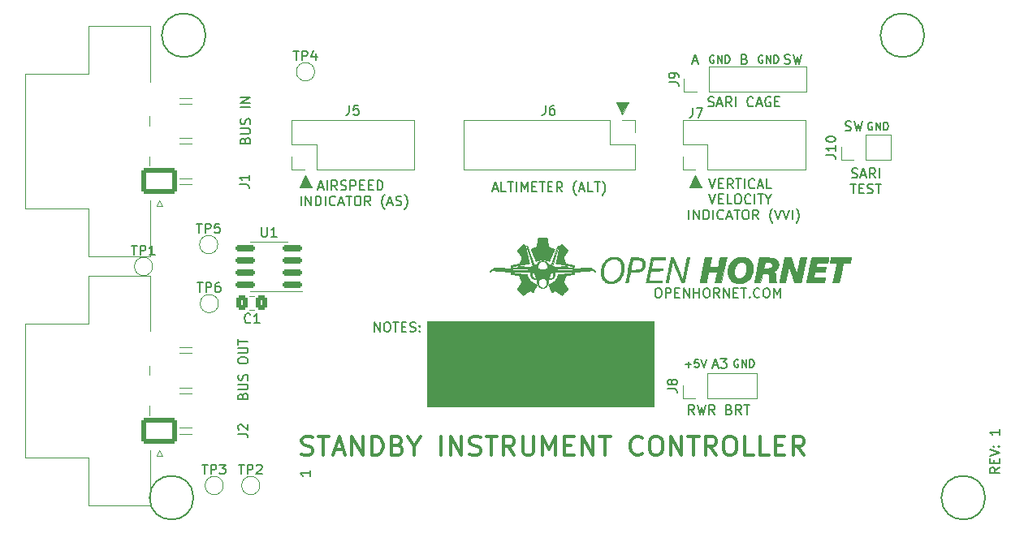
<source format=gbr>
%TF.GenerationSoftware,KiCad,Pcbnew,(6.0.9)*%
%TF.CreationDate,2023-01-21T17:33:27-09:00*%
%TF.ProjectId,CONTROLLER_Standby Instrument,434f4e54-524f-44c4-9c45-525f5374616e,rev?*%
%TF.SameCoordinates,Original*%
%TF.FileFunction,Legend,Top*%
%TF.FilePolarity,Positive*%
%FSLAX46Y46*%
G04 Gerber Fmt 4.6, Leading zero omitted, Abs format (unit mm)*
G04 Created by KiCad (PCBNEW (6.0.9)) date 2023-01-21 17:33:27*
%MOMM*%
%LPD*%
G01*
G04 APERTURE LIST*
G04 Aperture macros list*
%AMRoundRect*
0 Rectangle with rounded corners*
0 $1 Rounding radius*
0 $2 $3 $4 $5 $6 $7 $8 $9 X,Y pos of 4 corners*
0 Add a 4 corners polygon primitive as box body*
4,1,4,$2,$3,$4,$5,$6,$7,$8,$9,$2,$3,0*
0 Add four circle primitives for the rounded corners*
1,1,$1+$1,$2,$3*
1,1,$1+$1,$4,$5*
1,1,$1+$1,$6,$7*
1,1,$1+$1,$8,$9*
0 Add four rect primitives between the rounded corners*
20,1,$1+$1,$2,$3,$4,$5,0*
20,1,$1+$1,$4,$5,$6,$7,0*
20,1,$1+$1,$6,$7,$8,$9,0*
20,1,$1+$1,$8,$9,$2,$3,0*%
G04 Aperture macros list end*
%ADD10C,0.150000*%
%ADD11C,0.100000*%
%ADD12C,0.300000*%
%ADD13C,0.120000*%
%ADD14C,0.010000*%
%ADD15C,4.064000*%
%ADD16C,3.200000*%
%ADD17RoundRect,0.250001X1.599999X-1.099999X1.599999X1.099999X-1.599999X1.099999X-1.599999X-1.099999X0*%
%ADD18O,3.700000X2.700000*%
%ADD19RoundRect,0.250000X0.337500X0.475000X-0.337500X0.475000X-0.337500X-0.475000X0.337500X-0.475000X0*%
%ADD20RoundRect,0.250001X1.099999X1.399999X-1.099999X1.399999X-1.099999X-1.399999X1.099999X-1.399999X0*%
%ADD21O,2.700000X3.300000*%
%ADD22O,1.700000X1.700000*%
%ADD23R,1.700000X1.700000*%
%ADD24C,1.500000*%
%ADD25RoundRect,0.150000X0.825000X0.150000X-0.825000X0.150000X-0.825000X-0.150000X0.825000X-0.150000X0*%
G04 APERTURE END LIST*
D10*
X84480476Y41675000D02*
X84404285Y41713096D01*
X84290000Y41713096D01*
X84175714Y41675000D01*
X84099523Y41598810D01*
X84061428Y41522620D01*
X84023333Y41370239D01*
X84023333Y41255953D01*
X84061428Y41103572D01*
X84099523Y41027381D01*
X84175714Y40951191D01*
X84290000Y40913096D01*
X84366190Y40913096D01*
X84480476Y40951191D01*
X84518571Y40989286D01*
X84518571Y41255953D01*
X84366190Y41255953D01*
X84861428Y40913096D02*
X84861428Y41713096D01*
X85318571Y40913096D01*
X85318571Y41713096D01*
X85699523Y40913096D02*
X85699523Y41713096D01*
X85890000Y41713096D01*
X86004285Y41675000D01*
X86080476Y41598810D01*
X86118571Y41522620D01*
X86156666Y41370239D01*
X86156666Y41255953D01*
X86118571Y41103572D01*
X86080476Y41027381D01*
X86004285Y40951191D01*
X85890000Y40913096D01*
X85699523Y40913096D01*
X81692857Y40870239D02*
X81835714Y40822620D01*
X82073809Y40822620D01*
X82169047Y40870239D01*
X82216666Y40917858D01*
X82264285Y41013096D01*
X82264285Y41108334D01*
X82216666Y41203572D01*
X82169047Y41251191D01*
X82073809Y41298810D01*
X81883333Y41346429D01*
X81788095Y41394048D01*
X81740476Y41441667D01*
X81692857Y41536905D01*
X81692857Y41632143D01*
X81740476Y41727381D01*
X81788095Y41775000D01*
X81883333Y41822620D01*
X82121428Y41822620D01*
X82264285Y41775000D01*
X82597619Y41822620D02*
X82835714Y40822620D01*
X83026190Y41536905D01*
X83216666Y40822620D01*
X83454761Y41822620D01*
X82367619Y35960239D02*
X82510476Y35912620D01*
X82748571Y35912620D01*
X82843809Y35960239D01*
X82891428Y36007858D01*
X82939047Y36103096D01*
X82939047Y36198334D01*
X82891428Y36293572D01*
X82843809Y36341191D01*
X82748571Y36388810D01*
X82558095Y36436429D01*
X82462857Y36484048D01*
X82415238Y36531667D01*
X82367619Y36626905D01*
X82367619Y36722143D01*
X82415238Y36817381D01*
X82462857Y36865000D01*
X82558095Y36912620D01*
X82796190Y36912620D01*
X82939047Y36865000D01*
X83320000Y36198334D02*
X83796190Y36198334D01*
X83224761Y35912620D02*
X83558095Y36912620D01*
X83891428Y35912620D01*
X84796190Y35912620D02*
X84462857Y36388810D01*
X84224761Y35912620D02*
X84224761Y36912620D01*
X84605714Y36912620D01*
X84700952Y36865000D01*
X84748571Y36817381D01*
X84796190Y36722143D01*
X84796190Y36579286D01*
X84748571Y36484048D01*
X84700952Y36436429D01*
X84605714Y36388810D01*
X84224761Y36388810D01*
X85224761Y35912620D02*
X85224761Y36912620D01*
X82224761Y35302620D02*
X82796190Y35302620D01*
X82510476Y34302620D02*
X82510476Y35302620D01*
X83129523Y34826429D02*
X83462857Y34826429D01*
X83605714Y34302620D02*
X83129523Y34302620D01*
X83129523Y35302620D01*
X83605714Y35302620D01*
X83986666Y34350239D02*
X84129523Y34302620D01*
X84367619Y34302620D01*
X84462857Y34350239D01*
X84510476Y34397858D01*
X84558095Y34493096D01*
X84558095Y34588334D01*
X84510476Y34683572D01*
X84462857Y34731191D01*
X84367619Y34778810D01*
X84177142Y34826429D01*
X84081904Y34874048D01*
X84034285Y34921667D01*
X83986666Y35016905D01*
X83986666Y35112143D01*
X84034285Y35207381D01*
X84081904Y35255000D01*
X84177142Y35302620D01*
X84415238Y35302620D01*
X84558095Y35255000D01*
X84843809Y35302620D02*
X85415238Y35302620D01*
X85129523Y34302620D02*
X85129523Y35302620D01*
D11*
G36*
X26035000Y34925000D02*
G01*
X24765000Y34925000D01*
X25400000Y36195000D01*
X26035000Y34925000D01*
G37*
X26035000Y34925000D02*
X24765000Y34925000D01*
X25400000Y36195000D01*
X26035000Y34925000D01*
D10*
X26741904Y34928334D02*
X27218095Y34928334D01*
X26646666Y34642620D02*
X26980000Y35642620D01*
X27313333Y34642620D01*
X27646666Y34642620D02*
X27646666Y35642620D01*
X28694285Y34642620D02*
X28360952Y35118810D01*
X28122857Y34642620D02*
X28122857Y35642620D01*
X28503809Y35642620D01*
X28599047Y35595000D01*
X28646666Y35547381D01*
X28694285Y35452143D01*
X28694285Y35309286D01*
X28646666Y35214048D01*
X28599047Y35166429D01*
X28503809Y35118810D01*
X28122857Y35118810D01*
X29075238Y34690239D02*
X29218095Y34642620D01*
X29456190Y34642620D01*
X29551428Y34690239D01*
X29599047Y34737858D01*
X29646666Y34833096D01*
X29646666Y34928334D01*
X29599047Y35023572D01*
X29551428Y35071191D01*
X29456190Y35118810D01*
X29265714Y35166429D01*
X29170476Y35214048D01*
X29122857Y35261667D01*
X29075238Y35356905D01*
X29075238Y35452143D01*
X29122857Y35547381D01*
X29170476Y35595000D01*
X29265714Y35642620D01*
X29503809Y35642620D01*
X29646666Y35595000D01*
X30075238Y34642620D02*
X30075238Y35642620D01*
X30456190Y35642620D01*
X30551428Y35595000D01*
X30599047Y35547381D01*
X30646666Y35452143D01*
X30646666Y35309286D01*
X30599047Y35214048D01*
X30551428Y35166429D01*
X30456190Y35118810D01*
X30075238Y35118810D01*
X31075238Y35166429D02*
X31408571Y35166429D01*
X31551428Y34642620D02*
X31075238Y34642620D01*
X31075238Y35642620D01*
X31551428Y35642620D01*
X31980000Y35166429D02*
X32313333Y35166429D01*
X32456190Y34642620D02*
X31980000Y34642620D01*
X31980000Y35642620D01*
X32456190Y35642620D01*
X32884761Y34642620D02*
X32884761Y35642620D01*
X33122857Y35642620D01*
X33265714Y35595000D01*
X33360952Y35499762D01*
X33408571Y35404524D01*
X33456190Y35214048D01*
X33456190Y35071191D01*
X33408571Y34880715D01*
X33360952Y34785477D01*
X33265714Y34690239D01*
X33122857Y34642620D01*
X32884761Y34642620D01*
X24932380Y33032620D02*
X24932380Y34032620D01*
X25408571Y33032620D02*
X25408571Y34032620D01*
X25980000Y33032620D01*
X25980000Y34032620D01*
X26456190Y33032620D02*
X26456190Y34032620D01*
X26694285Y34032620D01*
X26837142Y33985000D01*
X26932380Y33889762D01*
X26980000Y33794524D01*
X27027619Y33604048D01*
X27027619Y33461191D01*
X26980000Y33270715D01*
X26932380Y33175477D01*
X26837142Y33080239D01*
X26694285Y33032620D01*
X26456190Y33032620D01*
X27456190Y33032620D02*
X27456190Y34032620D01*
X28503809Y33127858D02*
X28456190Y33080239D01*
X28313333Y33032620D01*
X28218095Y33032620D01*
X28075238Y33080239D01*
X27980000Y33175477D01*
X27932380Y33270715D01*
X27884761Y33461191D01*
X27884761Y33604048D01*
X27932380Y33794524D01*
X27980000Y33889762D01*
X28075238Y33985000D01*
X28218095Y34032620D01*
X28313333Y34032620D01*
X28456190Y33985000D01*
X28503809Y33937381D01*
X28884761Y33318334D02*
X29360952Y33318334D01*
X28789523Y33032620D02*
X29122857Y34032620D01*
X29456190Y33032620D01*
X29646666Y34032620D02*
X30218095Y34032620D01*
X29932380Y33032620D02*
X29932380Y34032620D01*
X30741904Y34032620D02*
X30932380Y34032620D01*
X31027619Y33985000D01*
X31122857Y33889762D01*
X31170476Y33699286D01*
X31170476Y33365953D01*
X31122857Y33175477D01*
X31027619Y33080239D01*
X30932380Y33032620D01*
X30741904Y33032620D01*
X30646666Y33080239D01*
X30551428Y33175477D01*
X30503809Y33365953D01*
X30503809Y33699286D01*
X30551428Y33889762D01*
X30646666Y33985000D01*
X30741904Y34032620D01*
X32170476Y33032620D02*
X31837142Y33508810D01*
X31599047Y33032620D02*
X31599047Y34032620D01*
X31980000Y34032620D01*
X32075238Y33985000D01*
X32122857Y33937381D01*
X32170476Y33842143D01*
X32170476Y33699286D01*
X32122857Y33604048D01*
X32075238Y33556429D01*
X31980000Y33508810D01*
X31599047Y33508810D01*
X33646666Y32651667D02*
X33599047Y32699286D01*
X33503809Y32842143D01*
X33456190Y32937381D01*
X33408571Y33080239D01*
X33360952Y33318334D01*
X33360952Y33508810D01*
X33408571Y33746905D01*
X33456190Y33889762D01*
X33503809Y33985000D01*
X33599047Y34127858D01*
X33646666Y34175477D01*
X33980000Y33318334D02*
X34456190Y33318334D01*
X33884761Y33032620D02*
X34218095Y34032620D01*
X34551428Y33032620D01*
X34837142Y33080239D02*
X34980000Y33032620D01*
X35218095Y33032620D01*
X35313333Y33080239D01*
X35360952Y33127858D01*
X35408571Y33223096D01*
X35408571Y33318334D01*
X35360952Y33413572D01*
X35313333Y33461191D01*
X35218095Y33508810D01*
X35027619Y33556429D01*
X34932380Y33604048D01*
X34884761Y33651667D01*
X34837142Y33746905D01*
X34837142Y33842143D01*
X34884761Y33937381D01*
X34932380Y33985000D01*
X35027619Y34032620D01*
X35265714Y34032620D01*
X35408571Y33985000D01*
X35741904Y32651667D02*
X35789523Y32699286D01*
X35884761Y32842143D01*
X35932380Y32937381D01*
X35980000Y33080239D01*
X36027619Y33318334D01*
X36027619Y33508810D01*
X35980000Y33746905D01*
X35932380Y33889762D01*
X35884761Y33985000D01*
X35789523Y34127858D01*
X35741904Y34175477D01*
X44919047Y34758334D02*
X45395238Y34758334D01*
X44823809Y34472620D02*
X45157142Y35472620D01*
X45490476Y34472620D01*
X46300000Y34472620D02*
X45823809Y34472620D01*
X45823809Y35472620D01*
X46490476Y35472620D02*
X47061904Y35472620D01*
X46776190Y34472620D02*
X46776190Y35472620D01*
X47395238Y34472620D02*
X47395238Y35472620D01*
X47871428Y34472620D02*
X47871428Y35472620D01*
X48204761Y34758334D01*
X48538095Y35472620D01*
X48538095Y34472620D01*
X49014285Y34996429D02*
X49347619Y34996429D01*
X49490476Y34472620D02*
X49014285Y34472620D01*
X49014285Y35472620D01*
X49490476Y35472620D01*
X49776190Y35472620D02*
X50347619Y35472620D01*
X50061904Y34472620D02*
X50061904Y35472620D01*
X50680952Y34996429D02*
X51014285Y34996429D01*
X51157142Y34472620D02*
X50680952Y34472620D01*
X50680952Y35472620D01*
X51157142Y35472620D01*
X52157142Y34472620D02*
X51823809Y34948810D01*
X51585714Y34472620D02*
X51585714Y35472620D01*
X51966666Y35472620D01*
X52061904Y35425000D01*
X52109523Y35377381D01*
X52157142Y35282143D01*
X52157142Y35139286D01*
X52109523Y35044048D01*
X52061904Y34996429D01*
X51966666Y34948810D01*
X51585714Y34948810D01*
X53633333Y34091667D02*
X53585714Y34139286D01*
X53490476Y34282143D01*
X53442857Y34377381D01*
X53395238Y34520239D01*
X53347619Y34758334D01*
X53347619Y34948810D01*
X53395238Y35186905D01*
X53442857Y35329762D01*
X53490476Y35425000D01*
X53585714Y35567858D01*
X53633333Y35615477D01*
X53966666Y34758334D02*
X54442857Y34758334D01*
X53871428Y34472620D02*
X54204761Y35472620D01*
X54538095Y34472620D01*
X55347619Y34472620D02*
X54871428Y34472620D01*
X54871428Y35472620D01*
X55538095Y35472620D02*
X56109523Y35472620D01*
X55823809Y34472620D02*
X55823809Y35472620D01*
X56347619Y34091667D02*
X56395238Y34139286D01*
X56490476Y34282143D01*
X56538095Y34377381D01*
X56585714Y34520239D01*
X56633333Y34758334D01*
X56633333Y34948810D01*
X56585714Y35186905D01*
X56538095Y35329762D01*
X56490476Y35425000D01*
X56395238Y35567858D01*
X56347619Y35615477D01*
D11*
G36*
X58420000Y42545000D02*
G01*
X57785000Y43815000D01*
X59055000Y43815000D01*
X58420000Y42545000D01*
G37*
X58420000Y42545000D02*
X57785000Y43815000D01*
X59055000Y43815000D01*
X58420000Y42545000D01*
G36*
X66675000Y34925000D02*
G01*
X65405000Y34925000D01*
X66040000Y36195000D01*
X66675000Y34925000D01*
G37*
X66675000Y34925000D02*
X65405000Y34925000D01*
X66040000Y36195000D01*
X66675000Y34925000D01*
D10*
X67500952Y35812620D02*
X67834285Y34812620D01*
X68167619Y35812620D01*
X68500952Y35336429D02*
X68834285Y35336429D01*
X68977142Y34812620D02*
X68500952Y34812620D01*
X68500952Y35812620D01*
X68977142Y35812620D01*
X69977142Y34812620D02*
X69643809Y35288810D01*
X69405714Y34812620D02*
X69405714Y35812620D01*
X69786666Y35812620D01*
X69881904Y35765000D01*
X69929523Y35717381D01*
X69977142Y35622143D01*
X69977142Y35479286D01*
X69929523Y35384048D01*
X69881904Y35336429D01*
X69786666Y35288810D01*
X69405714Y35288810D01*
X70262857Y35812620D02*
X70834285Y35812620D01*
X70548571Y34812620D02*
X70548571Y35812620D01*
X71167619Y34812620D02*
X71167619Y35812620D01*
X72215238Y34907858D02*
X72167619Y34860239D01*
X72024761Y34812620D01*
X71929523Y34812620D01*
X71786666Y34860239D01*
X71691428Y34955477D01*
X71643809Y35050715D01*
X71596190Y35241191D01*
X71596190Y35384048D01*
X71643809Y35574524D01*
X71691428Y35669762D01*
X71786666Y35765000D01*
X71929523Y35812620D01*
X72024761Y35812620D01*
X72167619Y35765000D01*
X72215238Y35717381D01*
X72596190Y35098334D02*
X73072380Y35098334D01*
X72500952Y34812620D02*
X72834285Y35812620D01*
X73167619Y34812620D01*
X73977142Y34812620D02*
X73500952Y34812620D01*
X73500952Y35812620D01*
X67477142Y34202620D02*
X67810476Y33202620D01*
X68143809Y34202620D01*
X68477142Y33726429D02*
X68810476Y33726429D01*
X68953333Y33202620D02*
X68477142Y33202620D01*
X68477142Y34202620D01*
X68953333Y34202620D01*
X69858095Y33202620D02*
X69381904Y33202620D01*
X69381904Y34202620D01*
X70381904Y34202620D02*
X70572380Y34202620D01*
X70667619Y34155000D01*
X70762857Y34059762D01*
X70810476Y33869286D01*
X70810476Y33535953D01*
X70762857Y33345477D01*
X70667619Y33250239D01*
X70572380Y33202620D01*
X70381904Y33202620D01*
X70286666Y33250239D01*
X70191428Y33345477D01*
X70143809Y33535953D01*
X70143809Y33869286D01*
X70191428Y34059762D01*
X70286666Y34155000D01*
X70381904Y34202620D01*
X71810476Y33297858D02*
X71762857Y33250239D01*
X71620000Y33202620D01*
X71524761Y33202620D01*
X71381904Y33250239D01*
X71286666Y33345477D01*
X71239047Y33440715D01*
X71191428Y33631191D01*
X71191428Y33774048D01*
X71239047Y33964524D01*
X71286666Y34059762D01*
X71381904Y34155000D01*
X71524761Y34202620D01*
X71620000Y34202620D01*
X71762857Y34155000D01*
X71810476Y34107381D01*
X72239047Y33202620D02*
X72239047Y34202620D01*
X72572380Y34202620D02*
X73143809Y34202620D01*
X72858095Y33202620D02*
X72858095Y34202620D01*
X73667619Y33678810D02*
X73667619Y33202620D01*
X73334285Y34202620D02*
X73667619Y33678810D01*
X74000952Y34202620D01*
X65381904Y31592620D02*
X65381904Y32592620D01*
X65858095Y31592620D02*
X65858095Y32592620D01*
X66429523Y31592620D01*
X66429523Y32592620D01*
X66905714Y31592620D02*
X66905714Y32592620D01*
X67143809Y32592620D01*
X67286666Y32545000D01*
X67381904Y32449762D01*
X67429523Y32354524D01*
X67477142Y32164048D01*
X67477142Y32021191D01*
X67429523Y31830715D01*
X67381904Y31735477D01*
X67286666Y31640239D01*
X67143809Y31592620D01*
X66905714Y31592620D01*
X67905714Y31592620D02*
X67905714Y32592620D01*
X68953333Y31687858D02*
X68905714Y31640239D01*
X68762857Y31592620D01*
X68667619Y31592620D01*
X68524761Y31640239D01*
X68429523Y31735477D01*
X68381904Y31830715D01*
X68334285Y32021191D01*
X68334285Y32164048D01*
X68381904Y32354524D01*
X68429523Y32449762D01*
X68524761Y32545000D01*
X68667619Y32592620D01*
X68762857Y32592620D01*
X68905714Y32545000D01*
X68953333Y32497381D01*
X69334285Y31878334D02*
X69810476Y31878334D01*
X69239047Y31592620D02*
X69572380Y32592620D01*
X69905714Y31592620D01*
X70096190Y32592620D02*
X70667619Y32592620D01*
X70381904Y31592620D02*
X70381904Y32592620D01*
X71191428Y32592620D02*
X71381904Y32592620D01*
X71477142Y32545000D01*
X71572380Y32449762D01*
X71620000Y32259286D01*
X71620000Y31925953D01*
X71572380Y31735477D01*
X71477142Y31640239D01*
X71381904Y31592620D01*
X71191428Y31592620D01*
X71096190Y31640239D01*
X71000952Y31735477D01*
X70953333Y31925953D01*
X70953333Y32259286D01*
X71000952Y32449762D01*
X71096190Y32545000D01*
X71191428Y32592620D01*
X72620000Y31592620D02*
X72286666Y32068810D01*
X72048571Y31592620D02*
X72048571Y32592620D01*
X72429523Y32592620D01*
X72524761Y32545000D01*
X72572380Y32497381D01*
X72620000Y32402143D01*
X72620000Y32259286D01*
X72572380Y32164048D01*
X72524761Y32116429D01*
X72429523Y32068810D01*
X72048571Y32068810D01*
X74096190Y31211667D02*
X74048571Y31259286D01*
X73953333Y31402143D01*
X73905714Y31497381D01*
X73858095Y31640239D01*
X73810476Y31878334D01*
X73810476Y32068810D01*
X73858095Y32306905D01*
X73905714Y32449762D01*
X73953333Y32545000D01*
X74048571Y32687858D01*
X74096190Y32735477D01*
X74334285Y32592620D02*
X74667619Y31592620D01*
X75000952Y32592620D01*
X75191428Y32592620D02*
X75524761Y31592620D01*
X75858095Y32592620D01*
X76191428Y31592620D02*
X76191428Y32592620D01*
X76572380Y31211667D02*
X76620000Y31259286D01*
X76715238Y31402143D01*
X76762857Y31497381D01*
X76810476Y31640239D01*
X76858095Y31878334D01*
X76858095Y32068810D01*
X76810476Y32306905D01*
X76762857Y32449762D01*
X76715238Y32545000D01*
X76620000Y32687858D01*
X76572380Y32735477D01*
X67405714Y43410239D02*
X67548571Y43362620D01*
X67786666Y43362620D01*
X67881904Y43410239D01*
X67929523Y43457858D01*
X67977142Y43553096D01*
X67977142Y43648334D01*
X67929523Y43743572D01*
X67881904Y43791191D01*
X67786666Y43838810D01*
X67596190Y43886429D01*
X67500952Y43934048D01*
X67453333Y43981667D01*
X67405714Y44076905D01*
X67405714Y44172143D01*
X67453333Y44267381D01*
X67500952Y44315000D01*
X67596190Y44362620D01*
X67834285Y44362620D01*
X67977142Y44315000D01*
X68358095Y43648334D02*
X68834285Y43648334D01*
X68262857Y43362620D02*
X68596190Y44362620D01*
X68929523Y43362620D01*
X69834285Y43362620D02*
X69500952Y43838810D01*
X69262857Y43362620D02*
X69262857Y44362620D01*
X69643809Y44362620D01*
X69739047Y44315000D01*
X69786666Y44267381D01*
X69834285Y44172143D01*
X69834285Y44029286D01*
X69786666Y43934048D01*
X69739047Y43886429D01*
X69643809Y43838810D01*
X69262857Y43838810D01*
X70262857Y43362620D02*
X70262857Y44362620D01*
X72072380Y43457858D02*
X72024761Y43410239D01*
X71881904Y43362620D01*
X71786666Y43362620D01*
X71643809Y43410239D01*
X71548571Y43505477D01*
X71500952Y43600715D01*
X71453333Y43791191D01*
X71453333Y43934048D01*
X71500952Y44124524D01*
X71548571Y44219762D01*
X71643809Y44315000D01*
X71786666Y44362620D01*
X71881904Y44362620D01*
X72024761Y44315000D01*
X72072380Y44267381D01*
X72453333Y43648334D02*
X72929523Y43648334D01*
X72358095Y43362620D02*
X72691428Y44362620D01*
X73024761Y43362620D01*
X73881904Y44315000D02*
X73786666Y44362620D01*
X73643809Y44362620D01*
X73500952Y44315000D01*
X73405714Y44219762D01*
X73358095Y44124524D01*
X73310476Y43934048D01*
X73310476Y43791191D01*
X73358095Y43600715D01*
X73405714Y43505477D01*
X73500952Y43410239D01*
X73643809Y43362620D01*
X73739047Y43362620D01*
X73881904Y43410239D01*
X73929523Y43457858D01*
X73929523Y43791191D01*
X73739047Y43791191D01*
X74358095Y43886429D02*
X74691428Y43886429D01*
X74834285Y43362620D02*
X74358095Y43362620D01*
X74358095Y44362620D01*
X74834285Y44362620D01*
X75342857Y47855239D02*
X75485714Y47807620D01*
X75723809Y47807620D01*
X75819047Y47855239D01*
X75866666Y47902858D01*
X75914285Y47998096D01*
X75914285Y48093334D01*
X75866666Y48188572D01*
X75819047Y48236191D01*
X75723809Y48283810D01*
X75533333Y48331429D01*
X75438095Y48379048D01*
X75390476Y48426667D01*
X75342857Y48521905D01*
X75342857Y48617143D01*
X75390476Y48712381D01*
X75438095Y48760000D01*
X75533333Y48807620D01*
X75771428Y48807620D01*
X75914285Y48760000D01*
X76247619Y48807620D02*
X76485714Y47807620D01*
X76676190Y48521905D01*
X76866666Y47807620D01*
X77104761Y48807620D01*
X73050476Y48660000D02*
X72974285Y48698096D01*
X72860000Y48698096D01*
X72745714Y48660000D01*
X72669523Y48583810D01*
X72631428Y48507620D01*
X72593333Y48355239D01*
X72593333Y48240953D01*
X72631428Y48088572D01*
X72669523Y48012381D01*
X72745714Y47936191D01*
X72860000Y47898096D01*
X72936190Y47898096D01*
X73050476Y47936191D01*
X73088571Y47974286D01*
X73088571Y48240953D01*
X72936190Y48240953D01*
X73431428Y47898096D02*
X73431428Y48698096D01*
X73888571Y47898096D01*
X73888571Y48698096D01*
X74269523Y47898096D02*
X74269523Y48698096D01*
X74460000Y48698096D01*
X74574285Y48660000D01*
X74650476Y48583810D01*
X74688571Y48507620D01*
X74726666Y48355239D01*
X74726666Y48240953D01*
X74688571Y48088572D01*
X74650476Y48012381D01*
X74574285Y47936191D01*
X74460000Y47898096D01*
X74269523Y47898096D01*
X71191428Y48331429D02*
X71334285Y48283810D01*
X71381904Y48236191D01*
X71429523Y48140953D01*
X71429523Y47998096D01*
X71381904Y47902858D01*
X71334285Y47855239D01*
X71239047Y47807620D01*
X70858095Y47807620D01*
X70858095Y48807620D01*
X71191428Y48807620D01*
X71286666Y48760000D01*
X71334285Y48712381D01*
X71381904Y48617143D01*
X71381904Y48521905D01*
X71334285Y48426667D01*
X71286666Y48379048D01*
X71191428Y48331429D01*
X70858095Y48331429D01*
X67970476Y48660000D02*
X67894285Y48698096D01*
X67780000Y48698096D01*
X67665714Y48660000D01*
X67589523Y48583810D01*
X67551428Y48507620D01*
X67513333Y48355239D01*
X67513333Y48240953D01*
X67551428Y48088572D01*
X67589523Y48012381D01*
X67665714Y47936191D01*
X67780000Y47898096D01*
X67856190Y47898096D01*
X67970476Y47936191D01*
X68008571Y47974286D01*
X68008571Y48240953D01*
X67856190Y48240953D01*
X68351428Y47898096D02*
X68351428Y48698096D01*
X68808571Y47898096D01*
X68808571Y48698096D01*
X69189523Y47898096D02*
X69189523Y48698096D01*
X69380000Y48698096D01*
X69494285Y48660000D01*
X69570476Y48583810D01*
X69608571Y48507620D01*
X69646666Y48355239D01*
X69646666Y48240953D01*
X69608571Y48088572D01*
X69570476Y48012381D01*
X69494285Y47936191D01*
X69380000Y47898096D01*
X69189523Y47898096D01*
X65801904Y48093334D02*
X66278095Y48093334D01*
X65706666Y47807620D02*
X66040000Y48807620D01*
X66373333Y47807620D01*
X70510476Y16910000D02*
X70434285Y16948096D01*
X70320000Y16948096D01*
X70205714Y16910000D01*
X70129523Y16833810D01*
X70091428Y16757620D01*
X70053333Y16605239D01*
X70053333Y16490953D01*
X70091428Y16338572D01*
X70129523Y16262381D01*
X70205714Y16186191D01*
X70320000Y16148096D01*
X70396190Y16148096D01*
X70510476Y16186191D01*
X70548571Y16224286D01*
X70548571Y16490953D01*
X70396190Y16490953D01*
X70891428Y16148096D02*
X70891428Y16948096D01*
X71348571Y16148096D01*
X71348571Y16948096D01*
X71729523Y16148096D02*
X71729523Y16948096D01*
X71920000Y16948096D01*
X72034285Y16910000D01*
X72110476Y16833810D01*
X72148571Y16757620D01*
X72186666Y16605239D01*
X72186666Y16490953D01*
X72148571Y16338572D01*
X72110476Y16262381D01*
X72034285Y16186191D01*
X71920000Y16148096D01*
X71729523Y16148096D01*
X67865714Y16343334D02*
X68341904Y16343334D01*
X67770476Y16057620D02*
X68103809Y17057620D01*
X68437142Y16057620D01*
X68675238Y17057620D02*
X69294285Y17057620D01*
X68960952Y16676667D01*
X69103809Y16676667D01*
X69199047Y16629048D01*
X69246666Y16581429D01*
X69294285Y16486191D01*
X69294285Y16248096D01*
X69246666Y16152858D01*
X69199047Y16105239D01*
X69103809Y16057620D01*
X68818095Y16057620D01*
X68722857Y16105239D01*
X68675238Y16152858D01*
X65011428Y16452858D02*
X65620952Y16452858D01*
X65316190Y16148096D02*
X65316190Y16757620D01*
X66382857Y16948096D02*
X66001904Y16948096D01*
X65963809Y16567143D01*
X66001904Y16605239D01*
X66078095Y16643334D01*
X66268571Y16643334D01*
X66344761Y16605239D01*
X66382857Y16567143D01*
X66420952Y16490953D01*
X66420952Y16300477D01*
X66382857Y16224286D01*
X66344761Y16186191D01*
X66268571Y16148096D01*
X66078095Y16148096D01*
X66001904Y16186191D01*
X65963809Y16224286D01*
X66649523Y16948096D02*
X66916190Y16148096D01*
X67182857Y16948096D01*
X65929190Y11231620D02*
X65595857Y11707810D01*
X65357761Y11231620D02*
X65357761Y12231620D01*
X65738714Y12231620D01*
X65833952Y12184000D01*
X65881571Y12136381D01*
X65929190Y12041143D01*
X65929190Y11898286D01*
X65881571Y11803048D01*
X65833952Y11755429D01*
X65738714Y11707810D01*
X65357761Y11707810D01*
X66262523Y12231620D02*
X66500619Y11231620D01*
X66691095Y11945905D01*
X66881571Y11231620D01*
X67119666Y12231620D01*
X68072047Y11231620D02*
X67738714Y11707810D01*
X67500619Y11231620D02*
X67500619Y12231620D01*
X67881571Y12231620D01*
X67976809Y12184000D01*
X68024428Y12136381D01*
X68072047Y12041143D01*
X68072047Y11898286D01*
X68024428Y11803048D01*
X67976809Y11755429D01*
X67881571Y11707810D01*
X67500619Y11707810D01*
X69595857Y11755429D02*
X69738714Y11707810D01*
X69786333Y11660191D01*
X69833952Y11564953D01*
X69833952Y11422096D01*
X69786333Y11326858D01*
X69738714Y11279239D01*
X69643476Y11231620D01*
X69262523Y11231620D01*
X69262523Y12231620D01*
X69595857Y12231620D01*
X69691095Y12184000D01*
X69738714Y12136381D01*
X69786333Y12041143D01*
X69786333Y11945905D01*
X69738714Y11850667D01*
X69691095Y11803048D01*
X69595857Y11755429D01*
X69262523Y11755429D01*
X70833952Y11231620D02*
X70500619Y11707810D01*
X70262523Y11231620D02*
X70262523Y12231620D01*
X70643476Y12231620D01*
X70738714Y12184000D01*
X70786333Y12136381D01*
X70833952Y12041143D01*
X70833952Y11898286D01*
X70786333Y11803048D01*
X70738714Y11755429D01*
X70643476Y11707810D01*
X70262523Y11707810D01*
X71119666Y12231620D02*
X71691095Y12231620D01*
X71405380Y11231620D02*
X71405380Y12231620D01*
X97734380Y5699334D02*
X97258190Y5366000D01*
X97734380Y5127905D02*
X96734380Y5127905D01*
X96734380Y5508858D01*
X96782000Y5604096D01*
X96829619Y5651715D01*
X96924857Y5699334D01*
X97067714Y5699334D01*
X97162952Y5651715D01*
X97210571Y5604096D01*
X97258190Y5508858D01*
X97258190Y5127905D01*
X97210571Y6127905D02*
X97210571Y6461239D01*
X97734380Y6604096D02*
X97734380Y6127905D01*
X96734380Y6127905D01*
X96734380Y6604096D01*
X96734380Y6889810D02*
X97734380Y7223143D01*
X96734380Y7556477D01*
X97639142Y7889810D02*
X97686761Y7937429D01*
X97734380Y7889810D01*
X97686761Y7842191D01*
X97639142Y7889810D01*
X97734380Y7889810D01*
X97115333Y7889810D02*
X97162952Y7937429D01*
X97210571Y7889810D01*
X97162952Y7842191D01*
X97115333Y7889810D01*
X97210571Y7889810D01*
X97734380Y9651715D02*
X97734380Y9080286D01*
X97734380Y9366000D02*
X96734380Y9366000D01*
X96877238Y9270762D01*
X96972476Y9175524D01*
X97020095Y9080286D01*
X32567857Y19867620D02*
X32567857Y20867620D01*
X33139285Y19867620D01*
X33139285Y20867620D01*
X33805952Y20867620D02*
X33996428Y20867620D01*
X34091666Y20820000D01*
X34186904Y20724762D01*
X34234523Y20534286D01*
X34234523Y20200953D01*
X34186904Y20010477D01*
X34091666Y19915239D01*
X33996428Y19867620D01*
X33805952Y19867620D01*
X33710714Y19915239D01*
X33615476Y20010477D01*
X33567857Y20200953D01*
X33567857Y20534286D01*
X33615476Y20724762D01*
X33710714Y20820000D01*
X33805952Y20867620D01*
X34520238Y20867620D02*
X35091666Y20867620D01*
X34805952Y19867620D02*
X34805952Y20867620D01*
X35425000Y20391429D02*
X35758333Y20391429D01*
X35901190Y19867620D02*
X35425000Y19867620D01*
X35425000Y20867620D01*
X35901190Y20867620D01*
X36282142Y19915239D02*
X36425000Y19867620D01*
X36663095Y19867620D01*
X36758333Y19915239D01*
X36805952Y19962858D01*
X36853571Y20058096D01*
X36853571Y20153334D01*
X36805952Y20248572D01*
X36758333Y20296191D01*
X36663095Y20343810D01*
X36472619Y20391429D01*
X36377380Y20439048D01*
X36329761Y20486667D01*
X36282142Y20581905D01*
X36282142Y20677143D01*
X36329761Y20772381D01*
X36377380Y20820000D01*
X36472619Y20867620D01*
X36710714Y20867620D01*
X36853571Y20820000D01*
X37282142Y19962858D02*
X37329761Y19915239D01*
X37282142Y19867620D01*
X37234523Y19915239D01*
X37282142Y19962858D01*
X37282142Y19867620D01*
X37282142Y20486667D02*
X37329761Y20439048D01*
X37282142Y20391429D01*
X37234523Y20439048D01*
X37282142Y20486667D01*
X37282142Y20391429D01*
D11*
G36*
X61722000Y12065000D02*
G01*
X38100000Y12065000D01*
X38100000Y20955000D01*
X61722000Y20955000D01*
X61722000Y12065000D01*
G37*
X61722000Y12065000D02*
X38100000Y12065000D01*
X38100000Y20955000D01*
X61722000Y20955000D01*
X61722000Y12065000D01*
D12*
X24990523Y7064477D02*
X25276238Y6969239D01*
X25752428Y6969239D01*
X25942904Y7064477D01*
X26038142Y7159715D01*
X26133380Y7350191D01*
X26133380Y7540667D01*
X26038142Y7731143D01*
X25942904Y7826381D01*
X25752428Y7921620D01*
X25371476Y8016858D01*
X25181000Y8112096D01*
X25085761Y8207334D01*
X24990523Y8397810D01*
X24990523Y8588286D01*
X25085761Y8778762D01*
X25181000Y8874000D01*
X25371476Y8969239D01*
X25847666Y8969239D01*
X26133380Y8874000D01*
X26704809Y8969239D02*
X27847666Y8969239D01*
X27276238Y6969239D02*
X27276238Y8969239D01*
X28419095Y7540667D02*
X29371476Y7540667D01*
X28228619Y6969239D02*
X28895285Y8969239D01*
X29561952Y6969239D01*
X30228619Y6969239D02*
X30228619Y8969239D01*
X31371476Y6969239D01*
X31371476Y8969239D01*
X32323857Y6969239D02*
X32323857Y8969239D01*
X32800047Y8969239D01*
X33085761Y8874000D01*
X33276238Y8683524D01*
X33371476Y8493048D01*
X33466714Y8112096D01*
X33466714Y7826381D01*
X33371476Y7445429D01*
X33276238Y7254953D01*
X33085761Y7064477D01*
X32800047Y6969239D01*
X32323857Y6969239D01*
X34990523Y8016858D02*
X35276238Y7921620D01*
X35371476Y7826381D01*
X35466714Y7635905D01*
X35466714Y7350191D01*
X35371476Y7159715D01*
X35276238Y7064477D01*
X35085761Y6969239D01*
X34323857Y6969239D01*
X34323857Y8969239D01*
X34990523Y8969239D01*
X35181000Y8874000D01*
X35276238Y8778762D01*
X35371476Y8588286D01*
X35371476Y8397810D01*
X35276238Y8207334D01*
X35181000Y8112096D01*
X34990523Y8016858D01*
X34323857Y8016858D01*
X36704809Y7921620D02*
X36704809Y6969239D01*
X36038142Y8969239D02*
X36704809Y7921620D01*
X37371476Y8969239D01*
X39561952Y6969239D02*
X39561952Y8969239D01*
X40514333Y6969239D02*
X40514333Y8969239D01*
X41657190Y6969239D01*
X41657190Y8969239D01*
X42514333Y7064477D02*
X42800047Y6969239D01*
X43276238Y6969239D01*
X43466714Y7064477D01*
X43561952Y7159715D01*
X43657190Y7350191D01*
X43657190Y7540667D01*
X43561952Y7731143D01*
X43466714Y7826381D01*
X43276238Y7921620D01*
X42895285Y8016858D01*
X42704809Y8112096D01*
X42609571Y8207334D01*
X42514333Y8397810D01*
X42514333Y8588286D01*
X42609571Y8778762D01*
X42704809Y8874000D01*
X42895285Y8969239D01*
X43371476Y8969239D01*
X43657190Y8874000D01*
X44228619Y8969239D02*
X45371476Y8969239D01*
X44800047Y6969239D02*
X44800047Y8969239D01*
X47181000Y6969239D02*
X46514333Y7921620D01*
X46038142Y6969239D02*
X46038142Y8969239D01*
X46800047Y8969239D01*
X46990523Y8874000D01*
X47085761Y8778762D01*
X47181000Y8588286D01*
X47181000Y8302572D01*
X47085761Y8112096D01*
X46990523Y8016858D01*
X46800047Y7921620D01*
X46038142Y7921620D01*
X48038142Y8969239D02*
X48038142Y7350191D01*
X48133380Y7159715D01*
X48228619Y7064477D01*
X48419095Y6969239D01*
X48800047Y6969239D01*
X48990523Y7064477D01*
X49085761Y7159715D01*
X49181000Y7350191D01*
X49181000Y8969239D01*
X50133380Y6969239D02*
X50133380Y8969239D01*
X50800047Y7540667D01*
X51466714Y8969239D01*
X51466714Y6969239D01*
X52419095Y8016858D02*
X53085761Y8016858D01*
X53371476Y6969239D02*
X52419095Y6969239D01*
X52419095Y8969239D01*
X53371476Y8969239D01*
X54228619Y6969239D02*
X54228619Y8969239D01*
X55371476Y6969239D01*
X55371476Y8969239D01*
X56038142Y8969239D02*
X57181000Y8969239D01*
X56609571Y6969239D02*
X56609571Y8969239D01*
X60514333Y7159715D02*
X60419095Y7064477D01*
X60133380Y6969239D01*
X59942904Y6969239D01*
X59657190Y7064477D01*
X59466714Y7254953D01*
X59371476Y7445429D01*
X59276238Y7826381D01*
X59276238Y8112096D01*
X59371476Y8493048D01*
X59466714Y8683524D01*
X59657190Y8874000D01*
X59942904Y8969239D01*
X60133380Y8969239D01*
X60419095Y8874000D01*
X60514333Y8778762D01*
X61752428Y8969239D02*
X62133380Y8969239D01*
X62323857Y8874000D01*
X62514333Y8683524D01*
X62609571Y8302572D01*
X62609571Y7635905D01*
X62514333Y7254953D01*
X62323857Y7064477D01*
X62133380Y6969239D01*
X61752428Y6969239D01*
X61561952Y7064477D01*
X61371476Y7254953D01*
X61276238Y7635905D01*
X61276238Y8302572D01*
X61371476Y8683524D01*
X61561952Y8874000D01*
X61752428Y8969239D01*
X63466714Y6969239D02*
X63466714Y8969239D01*
X64609571Y6969239D01*
X64609571Y8969239D01*
X65276238Y8969239D02*
X66419095Y8969239D01*
X65847666Y6969239D02*
X65847666Y8969239D01*
X68228619Y6969239D02*
X67561952Y7921620D01*
X67085761Y6969239D02*
X67085761Y8969239D01*
X67847666Y8969239D01*
X68038142Y8874000D01*
X68133380Y8778762D01*
X68228619Y8588286D01*
X68228619Y8302572D01*
X68133380Y8112096D01*
X68038142Y8016858D01*
X67847666Y7921620D01*
X67085761Y7921620D01*
X69466714Y8969239D02*
X69847666Y8969239D01*
X70038142Y8874000D01*
X70228619Y8683524D01*
X70323857Y8302572D01*
X70323857Y7635905D01*
X70228619Y7254953D01*
X70038142Y7064477D01*
X69847666Y6969239D01*
X69466714Y6969239D01*
X69276238Y7064477D01*
X69085761Y7254953D01*
X68990523Y7635905D01*
X68990523Y8302572D01*
X69085761Y8683524D01*
X69276238Y8874000D01*
X69466714Y8969239D01*
X72133380Y6969239D02*
X71181000Y6969239D01*
X71181000Y8969239D01*
X73752428Y6969239D02*
X72800047Y6969239D01*
X72800047Y8969239D01*
X74419095Y8016858D02*
X75085761Y8016858D01*
X75371476Y6969239D02*
X74419095Y6969239D01*
X74419095Y8969239D01*
X75371476Y8969239D01*
X77371476Y6969239D02*
X76704809Y7921620D01*
X76228619Y6969239D02*
X76228619Y8969239D01*
X76990523Y8969239D01*
X77181000Y8874000D01*
X77276238Y8778762D01*
X77371476Y8588286D01*
X77371476Y8302572D01*
X77276238Y8112096D01*
X77181000Y8016858D01*
X76990523Y7921620D01*
X76228619Y7921620D01*
D10*
X62079976Y24423620D02*
X62270452Y24423620D01*
X62365690Y24376000D01*
X62460928Y24280762D01*
X62508547Y24090286D01*
X62508547Y23756953D01*
X62460928Y23566477D01*
X62365690Y23471239D01*
X62270452Y23423620D01*
X62079976Y23423620D01*
X61984738Y23471239D01*
X61889500Y23566477D01*
X61841880Y23756953D01*
X61841880Y24090286D01*
X61889500Y24280762D01*
X61984738Y24376000D01*
X62079976Y24423620D01*
X62937119Y23423620D02*
X62937119Y24423620D01*
X63318071Y24423620D01*
X63413309Y24376000D01*
X63460928Y24328381D01*
X63508547Y24233143D01*
X63508547Y24090286D01*
X63460928Y23995048D01*
X63413309Y23947429D01*
X63318071Y23899810D01*
X62937119Y23899810D01*
X63937119Y23947429D02*
X64270452Y23947429D01*
X64413309Y23423620D02*
X63937119Y23423620D01*
X63937119Y24423620D01*
X64413309Y24423620D01*
X64841880Y23423620D02*
X64841880Y24423620D01*
X65413309Y23423620D01*
X65413309Y24423620D01*
X65889500Y23423620D02*
X65889500Y24423620D01*
X65889500Y23947429D02*
X66460928Y23947429D01*
X66460928Y23423620D02*
X66460928Y24423620D01*
X67127595Y24423620D02*
X67318071Y24423620D01*
X67413309Y24376000D01*
X67508547Y24280762D01*
X67556166Y24090286D01*
X67556166Y23756953D01*
X67508547Y23566477D01*
X67413309Y23471239D01*
X67318071Y23423620D01*
X67127595Y23423620D01*
X67032357Y23471239D01*
X66937119Y23566477D01*
X66889500Y23756953D01*
X66889500Y24090286D01*
X66937119Y24280762D01*
X67032357Y24376000D01*
X67127595Y24423620D01*
X68556166Y23423620D02*
X68222833Y23899810D01*
X67984738Y23423620D02*
X67984738Y24423620D01*
X68365690Y24423620D01*
X68460928Y24376000D01*
X68508547Y24328381D01*
X68556166Y24233143D01*
X68556166Y24090286D01*
X68508547Y23995048D01*
X68460928Y23947429D01*
X68365690Y23899810D01*
X67984738Y23899810D01*
X68984738Y23423620D02*
X68984738Y24423620D01*
X69556166Y23423620D01*
X69556166Y24423620D01*
X70032357Y23947429D02*
X70365690Y23947429D01*
X70508547Y23423620D02*
X70032357Y23423620D01*
X70032357Y24423620D01*
X70508547Y24423620D01*
X70794261Y24423620D02*
X71365690Y24423620D01*
X71079976Y23423620D02*
X71079976Y24423620D01*
X71699023Y23518858D02*
X71746642Y23471239D01*
X71699023Y23423620D01*
X71651404Y23471239D01*
X71699023Y23518858D01*
X71699023Y23423620D01*
X72746642Y23518858D02*
X72699023Y23471239D01*
X72556166Y23423620D01*
X72460928Y23423620D01*
X72318071Y23471239D01*
X72222833Y23566477D01*
X72175214Y23661715D01*
X72127595Y23852191D01*
X72127595Y23995048D01*
X72175214Y24185524D01*
X72222833Y24280762D01*
X72318071Y24376000D01*
X72460928Y24423620D01*
X72556166Y24423620D01*
X72699023Y24376000D01*
X72746642Y24328381D01*
X73365690Y24423620D02*
X73556166Y24423620D01*
X73651404Y24376000D01*
X73746642Y24280762D01*
X73794261Y24090286D01*
X73794261Y23756953D01*
X73746642Y23566477D01*
X73651404Y23471239D01*
X73556166Y23423620D01*
X73365690Y23423620D01*
X73270452Y23471239D01*
X73175214Y23566477D01*
X73127595Y23756953D01*
X73127595Y24090286D01*
X73175214Y24280762D01*
X73270452Y24376000D01*
X73365690Y24423620D01*
X74222833Y23423620D02*
X74222833Y24423620D01*
X74556166Y23709334D01*
X74889500Y24423620D01*
X74889500Y23423620D01*
X25852380Y5365715D02*
X25852380Y4794286D01*
X25852380Y5080000D02*
X24852380Y5080000D01*
X24995238Y4984762D01*
X25090476Y4889524D01*
X25138095Y4794286D01*
%TO.C,J2*%
X18375380Y9191667D02*
X19089666Y9191667D01*
X19232523Y9144048D01*
X19327761Y9048810D01*
X19375380Y8905953D01*
X19375380Y8810715D01*
X18470619Y9620239D02*
X18423000Y9667858D01*
X18375380Y9763096D01*
X18375380Y10001191D01*
X18423000Y10096429D01*
X18470619Y10144048D01*
X18565857Y10191667D01*
X18661095Y10191667D01*
X18803952Y10144048D01*
X19375380Y9572620D01*
X19375380Y10191667D01*
X18851571Y13136905D02*
X18899190Y13279762D01*
X18946809Y13327381D01*
X19042047Y13375000D01*
X19184904Y13375000D01*
X19280142Y13327381D01*
X19327761Y13279762D01*
X19375380Y13184524D01*
X19375380Y12803572D01*
X18375380Y12803572D01*
X18375380Y13136905D01*
X18423000Y13232143D01*
X18470619Y13279762D01*
X18565857Y13327381D01*
X18661095Y13327381D01*
X18756333Y13279762D01*
X18803952Y13232143D01*
X18851571Y13136905D01*
X18851571Y12803572D01*
X18375380Y13803572D02*
X19184904Y13803572D01*
X19280142Y13851191D01*
X19327761Y13898810D01*
X19375380Y13994048D01*
X19375380Y14184524D01*
X19327761Y14279762D01*
X19280142Y14327381D01*
X19184904Y14375000D01*
X18375380Y14375000D01*
X19327761Y14803572D02*
X19375380Y14946429D01*
X19375380Y15184524D01*
X19327761Y15279762D01*
X19280142Y15327381D01*
X19184904Y15375000D01*
X19089666Y15375000D01*
X18994428Y15327381D01*
X18946809Y15279762D01*
X18899190Y15184524D01*
X18851571Y14994048D01*
X18803952Y14898810D01*
X18756333Y14851191D01*
X18661095Y14803572D01*
X18565857Y14803572D01*
X18470619Y14851191D01*
X18423000Y14898810D01*
X18375380Y14994048D01*
X18375380Y15232143D01*
X18423000Y15375000D01*
X18375380Y16755953D02*
X18375380Y16946429D01*
X18423000Y17041667D01*
X18518238Y17136905D01*
X18708714Y17184524D01*
X19042047Y17184524D01*
X19232523Y17136905D01*
X19327761Y17041667D01*
X19375380Y16946429D01*
X19375380Y16755953D01*
X19327761Y16660715D01*
X19232523Y16565477D01*
X19042047Y16517858D01*
X18708714Y16517858D01*
X18518238Y16565477D01*
X18423000Y16660715D01*
X18375380Y16755953D01*
X18375380Y17613096D02*
X19184904Y17613096D01*
X19280142Y17660715D01*
X19327761Y17708334D01*
X19375380Y17803572D01*
X19375380Y17994048D01*
X19327761Y18089286D01*
X19280142Y18136905D01*
X19184904Y18184524D01*
X18375380Y18184524D01*
X18375380Y18517858D02*
X18375380Y19089286D01*
X19375380Y18803572D02*
X18375380Y18803572D01*
%TO.C,J1*%
X18502380Y35226667D02*
X19216666Y35226667D01*
X19359523Y35179048D01*
X19454761Y35083810D01*
X19502380Y34940953D01*
X19502380Y34845715D01*
X19502380Y36226667D02*
X19502380Y35655239D01*
X19502380Y35940953D02*
X18502380Y35940953D01*
X18645238Y35845715D01*
X18740476Y35750477D01*
X18788095Y35655239D01*
X19105571Y39838572D02*
X19153190Y39981429D01*
X19200809Y40029048D01*
X19296047Y40076667D01*
X19438904Y40076667D01*
X19534142Y40029048D01*
X19581761Y39981429D01*
X19629380Y39886191D01*
X19629380Y39505239D01*
X18629380Y39505239D01*
X18629380Y39838572D01*
X18677000Y39933810D01*
X18724619Y39981429D01*
X18819857Y40029048D01*
X18915095Y40029048D01*
X19010333Y39981429D01*
X19057952Y39933810D01*
X19105571Y39838572D01*
X19105571Y39505239D01*
X18629380Y40505239D02*
X19438904Y40505239D01*
X19534142Y40552858D01*
X19581761Y40600477D01*
X19629380Y40695715D01*
X19629380Y40886191D01*
X19581761Y40981429D01*
X19534142Y41029048D01*
X19438904Y41076667D01*
X18629380Y41076667D01*
X19581761Y41505239D02*
X19629380Y41648096D01*
X19629380Y41886191D01*
X19581761Y41981429D01*
X19534142Y42029048D01*
X19438904Y42076667D01*
X19343666Y42076667D01*
X19248428Y42029048D01*
X19200809Y41981429D01*
X19153190Y41886191D01*
X19105571Y41695715D01*
X19057952Y41600477D01*
X19010333Y41552858D01*
X18915095Y41505239D01*
X18819857Y41505239D01*
X18724619Y41552858D01*
X18677000Y41600477D01*
X18629380Y41695715D01*
X18629380Y41933810D01*
X18677000Y42076667D01*
X19629380Y43267143D02*
X18629380Y43267143D01*
X19629380Y43743334D02*
X18629380Y43743334D01*
X19629380Y44314762D01*
X18629380Y44314762D01*
%TO.C,C1*%
X19645333Y20852858D02*
X19597714Y20805239D01*
X19454857Y20757620D01*
X19359619Y20757620D01*
X19216761Y20805239D01*
X19121523Y20900477D01*
X19073904Y20995715D01*
X19026285Y21186191D01*
X19026285Y21329048D01*
X19073904Y21519524D01*
X19121523Y21614762D01*
X19216761Y21710000D01*
X19359619Y21757620D01*
X19454857Y21757620D01*
X19597714Y21710000D01*
X19645333Y21662381D01*
X20597714Y20757620D02*
X20026285Y20757620D01*
X20312000Y20757620D02*
X20312000Y21757620D01*
X20216761Y21614762D01*
X20121523Y21519524D01*
X20026285Y21471905D01*
%TO.C,J10*%
X79672380Y38306477D02*
X80386666Y38306477D01*
X80529523Y38258858D01*
X80624761Y38163620D01*
X80672380Y38020762D01*
X80672380Y37925524D01*
X80672380Y39306477D02*
X80672380Y38735048D01*
X80672380Y39020762D02*
X79672380Y39020762D01*
X79815238Y38925524D01*
X79910476Y38830286D01*
X79958095Y38735048D01*
X79672380Y39925524D02*
X79672380Y40020762D01*
X79720000Y40116000D01*
X79767619Y40163620D01*
X79862857Y40211239D01*
X80053333Y40258858D01*
X80291428Y40258858D01*
X80481904Y40211239D01*
X80577142Y40163620D01*
X80624761Y40116000D01*
X80672380Y40020762D01*
X80672380Y39925524D01*
X80624761Y39830286D01*
X80577142Y39782667D01*
X80481904Y39735048D01*
X80291428Y39687429D01*
X80053333Y39687429D01*
X79862857Y39735048D01*
X79767619Y39782667D01*
X79720000Y39830286D01*
X79672380Y39925524D01*
%TO.C,J9*%
X63289380Y45894667D02*
X64003666Y45894667D01*
X64146523Y45847048D01*
X64241761Y45751810D01*
X64289380Y45608953D01*
X64289380Y45513715D01*
X64289380Y46418477D02*
X64289380Y46608953D01*
X64241761Y46704191D01*
X64194142Y46751810D01*
X64051285Y46847048D01*
X63860809Y46894667D01*
X63479857Y46894667D01*
X63384619Y46847048D01*
X63337000Y46799429D01*
X63289380Y46704191D01*
X63289380Y46513715D01*
X63337000Y46418477D01*
X63384619Y46370858D01*
X63479857Y46323239D01*
X63717952Y46323239D01*
X63813190Y46370858D01*
X63860809Y46418477D01*
X63908428Y46513715D01*
X63908428Y46704191D01*
X63860809Y46799429D01*
X63813190Y46847048D01*
X63717952Y46894667D01*
%TO.C,J8*%
X63162380Y13890667D02*
X63876666Y13890667D01*
X64019523Y13843048D01*
X64114761Y13747810D01*
X64162380Y13604953D01*
X64162380Y13509715D01*
X63590952Y14509715D02*
X63543333Y14414477D01*
X63495714Y14366858D01*
X63400476Y14319239D01*
X63352857Y14319239D01*
X63257619Y14366858D01*
X63210000Y14414477D01*
X63162380Y14509715D01*
X63162380Y14700191D01*
X63210000Y14795429D01*
X63257619Y14843048D01*
X63352857Y14890667D01*
X63400476Y14890667D01*
X63495714Y14843048D01*
X63543333Y14795429D01*
X63590952Y14700191D01*
X63590952Y14509715D01*
X63638571Y14414477D01*
X63686190Y14366858D01*
X63781428Y14319239D01*
X63971904Y14319239D01*
X64067142Y14366858D01*
X64114761Y14414477D01*
X64162380Y14509715D01*
X64162380Y14700191D01*
X64114761Y14795429D01*
X64067142Y14843048D01*
X63971904Y14890667D01*
X63781428Y14890667D01*
X63686190Y14843048D01*
X63638571Y14795429D01*
X63590952Y14700191D01*
%TO.C,J7*%
X65768023Y43219620D02*
X65768023Y42505334D01*
X65720404Y42362477D01*
X65625166Y42267239D01*
X65482309Y42219620D01*
X65387071Y42219620D01*
X66148976Y43219620D02*
X66815642Y43219620D01*
X66387071Y42219620D01*
%TO.C,J6*%
X50405309Y43473620D02*
X50405309Y42759334D01*
X50357690Y42616477D01*
X50262452Y42521239D01*
X50119595Y42473620D01*
X50024357Y42473620D01*
X51310071Y43473620D02*
X51119595Y43473620D01*
X51024357Y43426000D01*
X50976738Y43378381D01*
X50881500Y43235524D01*
X50833880Y43045048D01*
X50833880Y42664096D01*
X50881500Y42568858D01*
X50929119Y42521239D01*
X51024357Y42473620D01*
X51214833Y42473620D01*
X51310071Y42521239D01*
X51357690Y42568858D01*
X51405309Y42664096D01*
X51405309Y42902191D01*
X51357690Y42997429D01*
X51310071Y43045048D01*
X51214833Y43092667D01*
X51024357Y43092667D01*
X50929119Y43045048D01*
X50881500Y42997429D01*
X50833880Y42902191D01*
%TO.C,J5*%
X29954023Y43473620D02*
X29954023Y42759334D01*
X29906404Y42616477D01*
X29811166Y42521239D01*
X29668309Y42473620D01*
X29573071Y42473620D01*
X30906404Y43473620D02*
X30430214Y43473620D01*
X30382595Y42997429D01*
X30430214Y43045048D01*
X30525452Y43092667D01*
X30763547Y43092667D01*
X30858785Y43045048D01*
X30906404Y42997429D01*
X30954023Y42902191D01*
X30954023Y42664096D01*
X30906404Y42568858D01*
X30858785Y42521239D01*
X30763547Y42473620D01*
X30525452Y42473620D01*
X30430214Y42521239D01*
X30382595Y42568858D01*
%TO.C,TP1*%
X7247095Y28865620D02*
X7818523Y28865620D01*
X7532809Y27865620D02*
X7532809Y28865620D01*
X8151857Y27865620D02*
X8151857Y28865620D01*
X8532809Y28865620D01*
X8628047Y28818000D01*
X8675666Y28770381D01*
X8723285Y28675143D01*
X8723285Y28532286D01*
X8675666Y28437048D01*
X8628047Y28389429D01*
X8532809Y28341810D01*
X8151857Y28341810D01*
X9675666Y27865620D02*
X9104238Y27865620D01*
X9389952Y27865620D02*
X9389952Y28865620D01*
X9294714Y28722762D01*
X9199476Y28627524D01*
X9104238Y28579905D01*
%TO.C,TP2*%
X18423095Y6005620D02*
X18994523Y6005620D01*
X18708809Y5005620D02*
X18708809Y6005620D01*
X19327857Y5005620D02*
X19327857Y6005620D01*
X19708809Y6005620D01*
X19804047Y5958000D01*
X19851666Y5910381D01*
X19899285Y5815143D01*
X19899285Y5672286D01*
X19851666Y5577048D01*
X19804047Y5529429D01*
X19708809Y5481810D01*
X19327857Y5481810D01*
X20280238Y5910381D02*
X20327857Y5958000D01*
X20423095Y6005620D01*
X20661190Y6005620D01*
X20756428Y5958000D01*
X20804047Y5910381D01*
X20851666Y5815143D01*
X20851666Y5719905D01*
X20804047Y5577048D01*
X20232619Y5005620D01*
X20851666Y5005620D01*
%TO.C,TP3*%
X14613095Y6005620D02*
X15184523Y6005620D01*
X14898809Y5005620D02*
X14898809Y6005620D01*
X15517857Y5005620D02*
X15517857Y6005620D01*
X15898809Y6005620D01*
X15994047Y5958000D01*
X16041666Y5910381D01*
X16089285Y5815143D01*
X16089285Y5672286D01*
X16041666Y5577048D01*
X15994047Y5529429D01*
X15898809Y5481810D01*
X15517857Y5481810D01*
X16422619Y6005620D02*
X17041666Y6005620D01*
X16708333Y5624667D01*
X16851190Y5624667D01*
X16946428Y5577048D01*
X16994047Y5529429D01*
X17041666Y5434191D01*
X17041666Y5196096D01*
X16994047Y5100858D01*
X16946428Y5053239D01*
X16851190Y5005620D01*
X16565476Y5005620D01*
X16470238Y5053239D01*
X16422619Y5100858D01*
%TO.C,TP4*%
X24138095Y49185620D02*
X24709523Y49185620D01*
X24423809Y48185620D02*
X24423809Y49185620D01*
X25042857Y48185620D02*
X25042857Y49185620D01*
X25423809Y49185620D01*
X25519047Y49138000D01*
X25566666Y49090381D01*
X25614285Y48995143D01*
X25614285Y48852286D01*
X25566666Y48757048D01*
X25519047Y48709429D01*
X25423809Y48661810D01*
X25042857Y48661810D01*
X26471428Y48852286D02*
X26471428Y48185620D01*
X26233333Y49233239D02*
X25995238Y48518953D01*
X26614285Y48518953D01*
%TO.C,TP5*%
X14041595Y31151620D02*
X14613023Y31151620D01*
X14327309Y30151620D02*
X14327309Y31151620D01*
X14946357Y30151620D02*
X14946357Y31151620D01*
X15327309Y31151620D01*
X15422547Y31104000D01*
X15470166Y31056381D01*
X15517785Y30961143D01*
X15517785Y30818286D01*
X15470166Y30723048D01*
X15422547Y30675429D01*
X15327309Y30627810D01*
X14946357Y30627810D01*
X16422547Y31151620D02*
X15946357Y31151620D01*
X15898738Y30675429D01*
X15946357Y30723048D01*
X16041595Y30770667D01*
X16279690Y30770667D01*
X16374928Y30723048D01*
X16422547Y30675429D01*
X16470166Y30580191D01*
X16470166Y30342096D01*
X16422547Y30246858D01*
X16374928Y30199239D01*
X16279690Y30151620D01*
X16041595Y30151620D01*
X15946357Y30199239D01*
X15898738Y30246858D01*
%TO.C,TP6*%
X14105095Y24992120D02*
X14676523Y24992120D01*
X14390809Y23992120D02*
X14390809Y24992120D01*
X15009857Y23992120D02*
X15009857Y24992120D01*
X15390809Y24992120D01*
X15486047Y24944500D01*
X15533666Y24896881D01*
X15581285Y24801643D01*
X15581285Y24658786D01*
X15533666Y24563548D01*
X15486047Y24515929D01*
X15390809Y24468310D01*
X15009857Y24468310D01*
X16438428Y24992120D02*
X16247952Y24992120D01*
X16152714Y24944500D01*
X16105095Y24896881D01*
X16009857Y24754024D01*
X15962238Y24563548D01*
X15962238Y24182596D01*
X16009857Y24087358D01*
X16057476Y24039739D01*
X16152714Y23992120D01*
X16343190Y23992120D01*
X16438428Y24039739D01*
X16486047Y24087358D01*
X16533666Y24182596D01*
X16533666Y24420691D01*
X16486047Y24515929D01*
X16438428Y24563548D01*
X16343190Y24611167D01*
X16152714Y24611167D01*
X16057476Y24563548D01*
X16009857Y24515929D01*
X15962238Y24420691D01*
%TO.C,U1*%
X20828095Y30773620D02*
X20828095Y29964096D01*
X20875714Y29868858D01*
X20923333Y29821239D01*
X21018571Y29773620D01*
X21209047Y29773620D01*
X21304285Y29821239D01*
X21351904Y29868858D01*
X21399523Y29964096D01*
X21399523Y30773620D01*
X22399523Y29773620D02*
X21828095Y29773620D01*
X22113809Y29773620D02*
X22113809Y30773620D01*
X22018571Y30630762D01*
X21923333Y30535524D01*
X21828095Y30487905D01*
D13*
%TO.C,J2*%
X12270000Y17625000D02*
X13550000Y17625000D01*
X-3850000Y13725000D02*
X-3850000Y20735000D01*
X9170000Y1715000D02*
X9170000Y7525000D01*
X12270000Y9825000D02*
X13550000Y9825000D01*
X10460000Y6925000D02*
X9860000Y6925000D01*
X2750000Y6715000D02*
X2750000Y1715000D01*
X9170000Y25735000D02*
X9170000Y19925000D01*
X-3850000Y20735000D02*
X2750000Y20735000D01*
X-3850000Y6715000D02*
X2750000Y6715000D01*
X9860000Y6925000D02*
X10160000Y7525000D01*
X12270000Y9225000D02*
X13550000Y9225000D01*
X12270000Y18225000D02*
X13550000Y18225000D01*
X9160000Y15335000D02*
X9160000Y16315000D01*
X2750000Y20735000D02*
X2750000Y25735000D01*
X12270000Y13425000D02*
X13550000Y13425000D01*
X10160000Y7525000D02*
X10460000Y6925000D01*
X-3850000Y13725000D02*
X-3850000Y6715000D01*
X2750000Y1715000D02*
X9170000Y1715000D01*
X2750000Y25735000D02*
X9170000Y25735000D01*
X12270000Y14025000D02*
X13550000Y14025000D01*
X9160000Y11135000D02*
X9160000Y12115000D01*
%TO.C,J1*%
X12270000Y43660000D02*
X13550000Y43660000D01*
X-3850000Y39760000D02*
X-3850000Y46770000D01*
X9170000Y27750000D02*
X9170000Y33560000D01*
X12270000Y35860000D02*
X13550000Y35860000D01*
X10460000Y32960000D02*
X9860000Y32960000D01*
X2750000Y32750000D02*
X2750000Y27750000D01*
X9170000Y51770000D02*
X9170000Y45960000D01*
X-3850000Y46770000D02*
X2750000Y46770000D01*
X-3850000Y32750000D02*
X2750000Y32750000D01*
X9860000Y32960000D02*
X10160000Y33560000D01*
X12270000Y35260000D02*
X13550000Y35260000D01*
X12270000Y44260000D02*
X13550000Y44260000D01*
X9160000Y41370000D02*
X9160000Y42350000D01*
X2750000Y46770000D02*
X2750000Y51770000D01*
X12270000Y39460000D02*
X13550000Y39460000D01*
X10160000Y33560000D02*
X10460000Y32960000D01*
X-3850000Y39760000D02*
X-3850000Y32750000D01*
X2750000Y27750000D02*
X9170000Y27750000D01*
X2750000Y51770000D02*
X9170000Y51770000D01*
X12270000Y40060000D02*
X13550000Y40060000D01*
X9160000Y37170000D02*
X9160000Y38150000D01*
%TO.C,C1*%
X20073252Y22125000D02*
X19550748Y22125000D01*
X20073252Y23595000D02*
X19550748Y23595000D01*
%TO.C,J10*%
X81220000Y37786000D02*
X81220000Y39116000D01*
X82550000Y37786000D02*
X81220000Y37786000D01*
X83820000Y37786000D02*
X83820000Y40446000D01*
X83820000Y40446000D02*
X86420000Y40446000D01*
X83820000Y37786000D02*
X86420000Y37786000D01*
X86420000Y37786000D02*
X86420000Y40446000D01*
%TO.C,J9*%
X64837000Y44898000D02*
X64837000Y46228000D01*
X66167000Y44898000D02*
X64837000Y44898000D01*
X67437000Y44898000D02*
X67437000Y47558000D01*
X67437000Y47558000D02*
X77657000Y47558000D01*
X67437000Y44898000D02*
X77657000Y44898000D01*
X77657000Y44898000D02*
X77657000Y47558000D01*
%TO.C,J8*%
X64710000Y12894000D02*
X64710000Y14224000D01*
X66040000Y12894000D02*
X64710000Y12894000D01*
X67310000Y12894000D02*
X67310000Y15554000D01*
X67310000Y15554000D02*
X72450000Y15554000D01*
X67310000Y12894000D02*
X72450000Y12894000D01*
X72450000Y12894000D02*
X72450000Y15554000D01*
%TO.C,J7*%
X64710000Y36770000D02*
X64710000Y38100000D01*
X66040000Y36770000D02*
X64710000Y36770000D01*
X64710000Y39370000D02*
X64710000Y41970000D01*
X67310000Y39370000D02*
X64710000Y39370000D01*
X67310000Y36770000D02*
X67310000Y39370000D01*
X64710000Y41970000D02*
X77530000Y41970000D01*
X67310000Y36770000D02*
X77530000Y36770000D01*
X77530000Y36770000D02*
X77530000Y41970000D01*
%TO.C,J6*%
X59750000Y41970000D02*
X59750000Y40640000D01*
X58420000Y41970000D02*
X59750000Y41970000D01*
X59750000Y39370000D02*
X59750000Y36770000D01*
X57150000Y39370000D02*
X59750000Y39370000D01*
X57150000Y41970000D02*
X57150000Y39370000D01*
X59750000Y36770000D02*
X41850000Y36770000D01*
X57150000Y41970000D02*
X41850000Y41970000D01*
X41850000Y41970000D02*
X41850000Y36770000D01*
%TO.C,J5*%
X23943000Y36770000D02*
X23943000Y38100000D01*
X25273000Y36770000D02*
X23943000Y36770000D01*
X23943000Y39370000D02*
X23943000Y41970000D01*
X26543000Y39370000D02*
X23943000Y39370000D01*
X26543000Y36770000D02*
X26543000Y39370000D01*
X23943000Y41970000D02*
X36763000Y41970000D01*
X26543000Y36770000D02*
X36763000Y36770000D01*
X36763000Y36770000D02*
X36763000Y41970000D01*
%TO.C,G\u002A\u002A\u002A*%
G36*
X50083131Y29641800D02*
G01*
X50103812Y29641800D01*
X50173645Y29641792D01*
X50235507Y29641761D01*
X50289894Y29641700D01*
X50337301Y29641601D01*
X50378224Y29641455D01*
X50413158Y29641255D01*
X50442600Y29640993D01*
X50467045Y29640660D01*
X50486989Y29640250D01*
X50502927Y29639753D01*
X50515355Y29639162D01*
X50524768Y29638469D01*
X50531663Y29637666D01*
X50536535Y29636745D01*
X50539880Y29635698D01*
X50541811Y29634751D01*
X50551790Y29626623D01*
X50558278Y29617753D01*
X50559670Y29612277D01*
X50562490Y29599048D01*
X50566629Y29578635D01*
X50571976Y29551611D01*
X50578421Y29518546D01*
X50585854Y29480013D01*
X50594166Y29436583D01*
X50603247Y29388826D01*
X50612986Y29337315D01*
X50623274Y29282621D01*
X50634001Y29225316D01*
X50641282Y29186262D01*
X50652256Y29127508D01*
X50662887Y29070965D01*
X50673066Y29017208D01*
X50682678Y28966810D01*
X50691613Y28920344D01*
X50699759Y28878386D01*
X50707004Y28841509D01*
X50713236Y28810286D01*
X50718344Y28785292D01*
X50722215Y28767099D01*
X50724738Y28756283D01*
X50725607Y28753469D01*
X50733308Y28742026D01*
X50741390Y28733133D01*
X50746401Y28730475D01*
X50758504Y28724934D01*
X50776950Y28716821D01*
X50800987Y28706447D01*
X50829867Y28694123D01*
X50862841Y28680160D01*
X50899158Y28664868D01*
X50938070Y28648559D01*
X50978826Y28631544D01*
X51020677Y28614133D01*
X51062873Y28596638D01*
X51104665Y28579370D01*
X51145304Y28562638D01*
X51184039Y28546756D01*
X51220121Y28532032D01*
X51252801Y28518779D01*
X51281328Y28507307D01*
X51304954Y28497927D01*
X51322929Y28490950D01*
X51334503Y28486687D01*
X51338366Y28485490D01*
X51338771Y28484052D01*
X51337892Y28479954D01*
X51335595Y28472885D01*
X51331743Y28462531D01*
X51326200Y28448582D01*
X51318832Y28430724D01*
X51309501Y28408645D01*
X51298072Y28382032D01*
X51284411Y28350575D01*
X51268379Y28313959D01*
X51249843Y28271873D01*
X51228666Y28224005D01*
X51204713Y28170042D01*
X51177847Y28109672D01*
X51147933Y28042582D01*
X51114836Y27968461D01*
X51078419Y27886995D01*
X51070884Y27870151D01*
X51040304Y27801797D01*
X51010633Y27735505D01*
X50982059Y27671689D01*
X50954767Y27610766D01*
X50928946Y27553153D01*
X50904781Y27499264D01*
X50882460Y27449516D01*
X50862169Y27404325D01*
X50844095Y27364108D01*
X50828425Y27329279D01*
X50815345Y27300255D01*
X50805043Y27277453D01*
X50797704Y27261287D01*
X50793517Y27252175D01*
X50792582Y27250245D01*
X50789952Y27248209D01*
X50784676Y27247794D01*
X50775557Y27249225D01*
X50761399Y27252728D01*
X50741005Y27258528D01*
X50727747Y27262464D01*
X50666904Y27279903D01*
X50601708Y27297192D01*
X50534282Y27313837D01*
X50466749Y27329347D01*
X50401234Y27343230D01*
X50339859Y27354996D01*
X50296234Y27362384D01*
X50270825Y27365489D01*
X50238659Y27368029D01*
X50201427Y27369982D01*
X50160820Y27371329D01*
X50118529Y27372049D01*
X50076247Y27372121D01*
X50035663Y27371524D01*
X49998471Y27370238D01*
X49966360Y27368242D01*
X49949591Y27366621D01*
X49901082Y27360037D01*
X49846281Y27350871D01*
X49786835Y27339482D01*
X49724391Y27326232D01*
X49660595Y27311482D01*
X49597095Y27295593D01*
X49535536Y27278926D01*
X49492791Y27266481D01*
X49469905Y27259653D01*
X49449871Y27253785D01*
X49434082Y27249277D01*
X49423928Y27246525D01*
X49420824Y27245856D01*
X49418826Y27249682D01*
X49413630Y27260859D01*
X49405419Y27278974D01*
X49394375Y27303614D01*
X49380680Y27334367D01*
X49364516Y27370819D01*
X49346064Y27412559D01*
X49325508Y27459174D01*
X49303028Y27510251D01*
X49278808Y27565378D01*
X49253028Y27624142D01*
X49225871Y27686130D01*
X49197520Y27750929D01*
X49168155Y27818128D01*
X49149000Y27862008D01*
X49119078Y27930593D01*
X49090077Y27997099D01*
X49062177Y28061108D01*
X49035560Y28122204D01*
X49010407Y28179970D01*
X48986899Y28233990D01*
X48965217Y28283845D01*
X48945542Y28329121D01*
X48928056Y28369400D01*
X48912939Y28404265D01*
X48900373Y28433299D01*
X48890538Y28456087D01*
X48883616Y28472211D01*
X48879788Y28481254D01*
X48879047Y28483127D01*
X48882693Y28485678D01*
X48893838Y28491202D01*
X48912114Y28499541D01*
X48937154Y28510537D01*
X48968588Y28524033D01*
X49006051Y28539871D01*
X49049172Y28557893D01*
X49097586Y28577943D01*
X49150924Y28599861D01*
X49162535Y28604613D01*
X49209411Y28623828D01*
X49254230Y28642288D01*
X49296338Y28659719D01*
X49335080Y28675845D01*
X49369803Y28690391D01*
X49399853Y28703083D01*
X49424576Y28713645D01*
X49443317Y28721804D01*
X49455424Y28727284D01*
X49460005Y28729627D01*
X49470843Y28739534D01*
X49479836Y28751972D01*
X49480342Y28752932D01*
X49482315Y28759457D01*
X49485705Y28773920D01*
X49490435Y28795924D01*
X49496428Y28825073D01*
X49503606Y28860971D01*
X49511891Y28903221D01*
X49521205Y28951427D01*
X49531470Y29005194D01*
X49542610Y29064124D01*
X49554546Y29127822D01*
X49566178Y29190377D01*
X49577094Y29249136D01*
X49587640Y29305627D01*
X49597709Y29359282D01*
X49607191Y29409534D01*
X49615978Y29455817D01*
X49623961Y29497564D01*
X49631031Y29534206D01*
X49637079Y29565177D01*
X49641998Y29589910D01*
X49645677Y29607838D01*
X49648008Y29618394D01*
X49648770Y29621075D01*
X49650499Y29624387D01*
X49652261Y29627326D01*
X49654543Y29629915D01*
X49657834Y29632175D01*
X49662621Y29634129D01*
X49669393Y29635800D01*
X49678637Y29637209D01*
X49690843Y29638379D01*
X49706497Y29639331D01*
X49726089Y29640089D01*
X49750106Y29640673D01*
X49779036Y29641108D01*
X49813367Y29641414D01*
X49853589Y29641615D01*
X49900187Y29641731D01*
X49953652Y29641786D01*
X50014470Y29641801D01*
X50083131Y29641800D01*
G37*
D14*
X50083131Y29641800D02*
X50103812Y29641800D01*
X50173645Y29641792D01*
X50235507Y29641761D01*
X50289894Y29641700D01*
X50337301Y29641601D01*
X50378224Y29641455D01*
X50413158Y29641255D01*
X50442600Y29640993D01*
X50467045Y29640660D01*
X50486989Y29640250D01*
X50502927Y29639753D01*
X50515355Y29639162D01*
X50524768Y29638469D01*
X50531663Y29637666D01*
X50536535Y29636745D01*
X50539880Y29635698D01*
X50541811Y29634751D01*
X50551790Y29626623D01*
X50558278Y29617753D01*
X50559670Y29612277D01*
X50562490Y29599048D01*
X50566629Y29578635D01*
X50571976Y29551611D01*
X50578421Y29518546D01*
X50585854Y29480013D01*
X50594166Y29436583D01*
X50603247Y29388826D01*
X50612986Y29337315D01*
X50623274Y29282621D01*
X50634001Y29225316D01*
X50641282Y29186262D01*
X50652256Y29127508D01*
X50662887Y29070965D01*
X50673066Y29017208D01*
X50682678Y28966810D01*
X50691613Y28920344D01*
X50699759Y28878386D01*
X50707004Y28841509D01*
X50713236Y28810286D01*
X50718344Y28785292D01*
X50722215Y28767099D01*
X50724738Y28756283D01*
X50725607Y28753469D01*
X50733308Y28742026D01*
X50741390Y28733133D01*
X50746401Y28730475D01*
X50758504Y28724934D01*
X50776950Y28716821D01*
X50800987Y28706447D01*
X50829867Y28694123D01*
X50862841Y28680160D01*
X50899158Y28664868D01*
X50938070Y28648559D01*
X50978826Y28631544D01*
X51020677Y28614133D01*
X51062873Y28596638D01*
X51104665Y28579370D01*
X51145304Y28562638D01*
X51184039Y28546756D01*
X51220121Y28532032D01*
X51252801Y28518779D01*
X51281328Y28507307D01*
X51304954Y28497927D01*
X51322929Y28490950D01*
X51334503Y28486687D01*
X51338366Y28485490D01*
X51338771Y28484052D01*
X51337892Y28479954D01*
X51335595Y28472885D01*
X51331743Y28462531D01*
X51326200Y28448582D01*
X51318832Y28430724D01*
X51309501Y28408645D01*
X51298072Y28382032D01*
X51284411Y28350575D01*
X51268379Y28313959D01*
X51249843Y28271873D01*
X51228666Y28224005D01*
X51204713Y28170042D01*
X51177847Y28109672D01*
X51147933Y28042582D01*
X51114836Y27968461D01*
X51078419Y27886995D01*
X51070884Y27870151D01*
X51040304Y27801797D01*
X51010633Y27735505D01*
X50982059Y27671689D01*
X50954767Y27610766D01*
X50928946Y27553153D01*
X50904781Y27499264D01*
X50882460Y27449516D01*
X50862169Y27404325D01*
X50844095Y27364108D01*
X50828425Y27329279D01*
X50815345Y27300255D01*
X50805043Y27277453D01*
X50797704Y27261287D01*
X50793517Y27252175D01*
X50792582Y27250245D01*
X50789952Y27248209D01*
X50784676Y27247794D01*
X50775557Y27249225D01*
X50761399Y27252728D01*
X50741005Y27258528D01*
X50727747Y27262464D01*
X50666904Y27279903D01*
X50601708Y27297192D01*
X50534282Y27313837D01*
X50466749Y27329347D01*
X50401234Y27343230D01*
X50339859Y27354996D01*
X50296234Y27362384D01*
X50270825Y27365489D01*
X50238659Y27368029D01*
X50201427Y27369982D01*
X50160820Y27371329D01*
X50118529Y27372049D01*
X50076247Y27372121D01*
X50035663Y27371524D01*
X49998471Y27370238D01*
X49966360Y27368242D01*
X49949591Y27366621D01*
X49901082Y27360037D01*
X49846281Y27350871D01*
X49786835Y27339482D01*
X49724391Y27326232D01*
X49660595Y27311482D01*
X49597095Y27295593D01*
X49535536Y27278926D01*
X49492791Y27266481D01*
X49469905Y27259653D01*
X49449871Y27253785D01*
X49434082Y27249277D01*
X49423928Y27246525D01*
X49420824Y27245856D01*
X49418826Y27249682D01*
X49413630Y27260859D01*
X49405419Y27278974D01*
X49394375Y27303614D01*
X49380680Y27334367D01*
X49364516Y27370819D01*
X49346064Y27412559D01*
X49325508Y27459174D01*
X49303028Y27510251D01*
X49278808Y27565378D01*
X49253028Y27624142D01*
X49225871Y27686130D01*
X49197520Y27750929D01*
X49168155Y27818128D01*
X49149000Y27862008D01*
X49119078Y27930593D01*
X49090077Y27997099D01*
X49062177Y28061108D01*
X49035560Y28122204D01*
X49010407Y28179970D01*
X48986899Y28233990D01*
X48965217Y28283845D01*
X48945542Y28329121D01*
X48928056Y28369400D01*
X48912939Y28404265D01*
X48900373Y28433299D01*
X48890538Y28456087D01*
X48883616Y28472211D01*
X48879788Y28481254D01*
X48879047Y28483127D01*
X48882693Y28485678D01*
X48893838Y28491202D01*
X48912114Y28499541D01*
X48937154Y28510537D01*
X48968588Y28524033D01*
X49006051Y28539871D01*
X49049172Y28557893D01*
X49097586Y28577943D01*
X49150924Y28599861D01*
X49162535Y28604613D01*
X49209411Y28623828D01*
X49254230Y28642288D01*
X49296338Y28659719D01*
X49335080Y28675845D01*
X49369803Y28690391D01*
X49399853Y28703083D01*
X49424576Y28713645D01*
X49443317Y28721804D01*
X49455424Y28727284D01*
X49460005Y28729627D01*
X49470843Y28739534D01*
X49479836Y28751972D01*
X49480342Y28752932D01*
X49482315Y28759457D01*
X49485705Y28773920D01*
X49490435Y28795924D01*
X49496428Y28825073D01*
X49503606Y28860971D01*
X49511891Y28903221D01*
X49521205Y28951427D01*
X49531470Y29005194D01*
X49542610Y29064124D01*
X49554546Y29127822D01*
X49566178Y29190377D01*
X49577094Y29249136D01*
X49587640Y29305627D01*
X49597709Y29359282D01*
X49607191Y29409534D01*
X49615978Y29455817D01*
X49623961Y29497564D01*
X49631031Y29534206D01*
X49637079Y29565177D01*
X49641998Y29589910D01*
X49645677Y29607838D01*
X49648008Y29618394D01*
X49648770Y29621075D01*
X49650499Y29624387D01*
X49652261Y29627326D01*
X49654543Y29629915D01*
X49657834Y29632175D01*
X49662621Y29634129D01*
X49669393Y29635800D01*
X49678637Y29637209D01*
X49690843Y29638379D01*
X49706497Y29639331D01*
X49726089Y29640089D01*
X49750106Y29640673D01*
X49779036Y29641108D01*
X49813367Y29641414D01*
X49853589Y29641615D01*
X49900187Y29641731D01*
X49953652Y29641786D01*
X50014470Y29641801D01*
X50083131Y29641800D01*
G36*
X52124487Y28979364D02*
G01*
X52128964Y28976053D01*
X52138902Y28967217D01*
X52153805Y28953346D01*
X52173179Y28934933D01*
X52196529Y28912470D01*
X52223360Y28886449D01*
X52253177Y28857361D01*
X52285484Y28825698D01*
X52319788Y28791953D01*
X52355592Y28756618D01*
X52392403Y28720184D01*
X52429725Y28683143D01*
X52467063Y28645987D01*
X52503923Y28609209D01*
X52539809Y28573299D01*
X52574226Y28538751D01*
X52606680Y28506055D01*
X52636675Y28475705D01*
X52663717Y28448191D01*
X52687311Y28424006D01*
X52706961Y28403641D01*
X52722174Y28387590D01*
X52732453Y28376343D01*
X52737304Y28370392D01*
X52737482Y28370087D01*
X52742021Y28354088D01*
X52741752Y28343964D01*
X52738873Y28337783D01*
X52731147Y28324740D01*
X52718612Y28304889D01*
X52701302Y28278285D01*
X52679255Y28244983D01*
X52652507Y28205037D01*
X52621094Y28158503D01*
X52585053Y28105434D01*
X52544420Y28045885D01*
X52499503Y27980309D01*
X52460183Y27922897D01*
X52423681Y27869402D01*
X52390206Y27820134D01*
X52359963Y27775404D01*
X52333161Y27735521D01*
X52310006Y27700797D01*
X52290706Y27671541D01*
X52275467Y27648064D01*
X52264497Y27630676D01*
X52258004Y27619688D01*
X52256189Y27615805D01*
X52254482Y27602972D01*
X52254895Y27592070D01*
X52254971Y27591707D01*
X52257170Y27585414D01*
X52262413Y27572162D01*
X52270386Y27552687D01*
X52280770Y27527726D01*
X52293250Y27498014D01*
X52307509Y27464286D01*
X52323230Y27427279D01*
X52340096Y27387729D01*
X52357791Y27346370D01*
X52375999Y27303939D01*
X52394402Y27261172D01*
X52412684Y27218804D01*
X52430528Y27177571D01*
X52447618Y27138209D01*
X52463638Y27101454D01*
X52478269Y27068042D01*
X52491197Y27038707D01*
X52502104Y27014187D01*
X52510673Y26995216D01*
X52516588Y26982531D01*
X52519533Y26976867D01*
X52519599Y26976779D01*
X52529571Y26966945D01*
X52539306Y26960291D01*
X52544998Y26958704D01*
X52558436Y26955697D01*
X52579040Y26951385D01*
X52606229Y26945881D01*
X52639422Y26939297D01*
X52678039Y26931747D01*
X52721499Y26923344D01*
X52769222Y26914201D01*
X52820627Y26904432D01*
X52875133Y26894149D01*
X52932160Y26883465D01*
X52963324Y26877658D01*
X53031042Y26865058D01*
X53090934Y26853900D01*
X53143497Y26844079D01*
X53189229Y26835491D01*
X53228627Y26828031D01*
X53262189Y26821594D01*
X53290414Y26816076D01*
X53313797Y26811372D01*
X53332838Y26807378D01*
X53348034Y26803989D01*
X53359882Y26801101D01*
X53368881Y26798610D01*
X53375527Y26796409D01*
X53380319Y26794396D01*
X53383754Y26792465D01*
X53386331Y26790512D01*
X53388545Y26788432D01*
X53388684Y26788295D01*
X53401384Y26775693D01*
X53404046Y26627667D01*
X53394248Y26628099D01*
X53388463Y26629165D01*
X53375205Y26632086D01*
X53355221Y26636685D01*
X53329258Y26642783D01*
X53298062Y26650203D01*
X53262381Y26658768D01*
X53222960Y26668300D01*
X53180546Y26678622D01*
X53136800Y26689330D01*
X53042881Y26712258D01*
X52956762Y26733008D01*
X52878086Y26751661D01*
X52806493Y26768298D01*
X52741626Y26783003D01*
X52683126Y26795857D01*
X52630634Y26806942D01*
X52583792Y26816339D01*
X52565300Y26819881D01*
X52550549Y26822573D01*
X52528097Y26826545D01*
X52498595Y26831688D01*
X52462693Y26837891D01*
X52421043Y26845041D01*
X52374294Y26853029D01*
X52323098Y26861743D01*
X52268105Y26871073D01*
X52209965Y26880908D01*
X52149330Y26891136D01*
X52086850Y26901646D01*
X52023176Y26912329D01*
X52017083Y26913349D01*
X51954562Y26923859D01*
X51894006Y26934111D01*
X51835983Y26944007D01*
X51781062Y26953445D01*
X51729809Y26962327D01*
X51682794Y26970551D01*
X51640584Y26978018D01*
X51603747Y26984628D01*
X51572851Y26990281D01*
X51548465Y26994877D01*
X51531157Y26998315D01*
X51521494Y27000497D01*
X51520354Y27000829D01*
X51506034Y27005834D01*
X51498303Y27009757D01*
X51495588Y27013761D01*
X51496209Y27018661D01*
X51498127Y27025411D01*
X51500401Y27033977D01*
X51503100Y27044680D01*
X51506296Y27057844D01*
X51510060Y27073791D01*
X51514463Y27092843D01*
X51519575Y27115325D01*
X51525468Y27141557D01*
X51532212Y27171864D01*
X51539878Y27206568D01*
X51548537Y27245990D01*
X51558260Y27290455D01*
X51569118Y27340285D01*
X51581182Y27395803D01*
X51594523Y27457331D01*
X51609211Y27525191D01*
X51625317Y27599708D01*
X51642912Y27681203D01*
X51662068Y27769999D01*
X51682854Y27866419D01*
X51705343Y27970786D01*
X51706013Y27973898D01*
X51893433Y28843879D01*
X51991844Y28911581D01*
X52017885Y28929270D01*
X52042162Y28945330D01*
X52063663Y28959128D01*
X52081379Y28970029D01*
X52094302Y28977398D01*
X52101419Y28980602D01*
X52101806Y28980673D01*
X52115222Y28980724D01*
X52124487Y28979364D01*
G37*
X52124487Y28979364D02*
X52128964Y28976053D01*
X52138902Y28967217D01*
X52153805Y28953346D01*
X52173179Y28934933D01*
X52196529Y28912470D01*
X52223360Y28886449D01*
X52253177Y28857361D01*
X52285484Y28825698D01*
X52319788Y28791953D01*
X52355592Y28756618D01*
X52392403Y28720184D01*
X52429725Y28683143D01*
X52467063Y28645987D01*
X52503923Y28609209D01*
X52539809Y28573299D01*
X52574226Y28538751D01*
X52606680Y28506055D01*
X52636675Y28475705D01*
X52663717Y28448191D01*
X52687311Y28424006D01*
X52706961Y28403641D01*
X52722174Y28387590D01*
X52732453Y28376343D01*
X52737304Y28370392D01*
X52737482Y28370087D01*
X52742021Y28354088D01*
X52741752Y28343964D01*
X52738873Y28337783D01*
X52731147Y28324740D01*
X52718612Y28304889D01*
X52701302Y28278285D01*
X52679255Y28244983D01*
X52652507Y28205037D01*
X52621094Y28158503D01*
X52585053Y28105434D01*
X52544420Y28045885D01*
X52499503Y27980309D01*
X52460183Y27922897D01*
X52423681Y27869402D01*
X52390206Y27820134D01*
X52359963Y27775404D01*
X52333161Y27735521D01*
X52310006Y27700797D01*
X52290706Y27671541D01*
X52275467Y27648064D01*
X52264497Y27630676D01*
X52258004Y27619688D01*
X52256189Y27615805D01*
X52254482Y27602972D01*
X52254895Y27592070D01*
X52254971Y27591707D01*
X52257170Y27585414D01*
X52262413Y27572162D01*
X52270386Y27552687D01*
X52280770Y27527726D01*
X52293250Y27498014D01*
X52307509Y27464286D01*
X52323230Y27427279D01*
X52340096Y27387729D01*
X52357791Y27346370D01*
X52375999Y27303939D01*
X52394402Y27261172D01*
X52412684Y27218804D01*
X52430528Y27177571D01*
X52447618Y27138209D01*
X52463638Y27101454D01*
X52478269Y27068042D01*
X52491197Y27038707D01*
X52502104Y27014187D01*
X52510673Y26995216D01*
X52516588Y26982531D01*
X52519533Y26976867D01*
X52519599Y26976779D01*
X52529571Y26966945D01*
X52539306Y26960291D01*
X52544998Y26958704D01*
X52558436Y26955697D01*
X52579040Y26951385D01*
X52606229Y26945881D01*
X52639422Y26939297D01*
X52678039Y26931747D01*
X52721499Y26923344D01*
X52769222Y26914201D01*
X52820627Y26904432D01*
X52875133Y26894149D01*
X52932160Y26883465D01*
X52963324Y26877658D01*
X53031042Y26865058D01*
X53090934Y26853900D01*
X53143497Y26844079D01*
X53189229Y26835491D01*
X53228627Y26828031D01*
X53262189Y26821594D01*
X53290414Y26816076D01*
X53313797Y26811372D01*
X53332838Y26807378D01*
X53348034Y26803989D01*
X53359882Y26801101D01*
X53368881Y26798610D01*
X53375527Y26796409D01*
X53380319Y26794396D01*
X53383754Y26792465D01*
X53386331Y26790512D01*
X53388545Y26788432D01*
X53388684Y26788295D01*
X53401384Y26775693D01*
X53404046Y26627667D01*
X53394248Y26628099D01*
X53388463Y26629165D01*
X53375205Y26632086D01*
X53355221Y26636685D01*
X53329258Y26642783D01*
X53298062Y26650203D01*
X53262381Y26658768D01*
X53222960Y26668300D01*
X53180546Y26678622D01*
X53136800Y26689330D01*
X53042881Y26712258D01*
X52956762Y26733008D01*
X52878086Y26751661D01*
X52806493Y26768298D01*
X52741626Y26783003D01*
X52683126Y26795857D01*
X52630634Y26806942D01*
X52583792Y26816339D01*
X52565300Y26819881D01*
X52550549Y26822573D01*
X52528097Y26826545D01*
X52498595Y26831688D01*
X52462693Y26837891D01*
X52421043Y26845041D01*
X52374294Y26853029D01*
X52323098Y26861743D01*
X52268105Y26871073D01*
X52209965Y26880908D01*
X52149330Y26891136D01*
X52086850Y26901646D01*
X52023176Y26912329D01*
X52017083Y26913349D01*
X51954562Y26923859D01*
X51894006Y26934111D01*
X51835983Y26944007D01*
X51781062Y26953445D01*
X51729809Y26962327D01*
X51682794Y26970551D01*
X51640584Y26978018D01*
X51603747Y26984628D01*
X51572851Y26990281D01*
X51548465Y26994877D01*
X51531157Y26998315D01*
X51521494Y27000497D01*
X51520354Y27000829D01*
X51506034Y27005834D01*
X51498303Y27009757D01*
X51495588Y27013761D01*
X51496209Y27018661D01*
X51498127Y27025411D01*
X51500401Y27033977D01*
X51503100Y27044680D01*
X51506296Y27057844D01*
X51510060Y27073791D01*
X51514463Y27092843D01*
X51519575Y27115325D01*
X51525468Y27141557D01*
X51532212Y27171864D01*
X51539878Y27206568D01*
X51548537Y27245990D01*
X51558260Y27290455D01*
X51569118Y27340285D01*
X51581182Y27395803D01*
X51594523Y27457331D01*
X51609211Y27525191D01*
X51625317Y27599708D01*
X51642912Y27681203D01*
X51662068Y27769999D01*
X51682854Y27866419D01*
X51705343Y27970786D01*
X51706013Y27973898D01*
X51893433Y28843879D01*
X51991844Y28911581D01*
X52017885Y28929270D01*
X52042162Y28945330D01*
X52063663Y28959128D01*
X52081379Y28970029D01*
X52094302Y28977398D01*
X52101419Y28980602D01*
X52101806Y28980673D01*
X52115222Y28980724D01*
X52124487Y28979364D01*
G36*
X48094969Y28981257D02*
G01*
X48100977Y28980908D01*
X48107178Y28979604D01*
X48114474Y28976823D01*
X48123767Y28972038D01*
X48135959Y28964727D01*
X48151953Y28954364D01*
X48172651Y28940425D01*
X48198955Y28922386D01*
X48213332Y28912465D01*
X48312715Y28843817D01*
X48503923Y27957110D01*
X48522348Y27871709D01*
X48540354Y27788331D01*
X48557856Y27707366D01*
X48574769Y27629207D01*
X48591007Y27554246D01*
X48606485Y27482875D01*
X48621117Y27415487D01*
X48634819Y27352472D01*
X48647505Y27294223D01*
X48659089Y27241133D01*
X48669486Y27193592D01*
X48678611Y27151994D01*
X48686378Y27116729D01*
X48692702Y27088191D01*
X48697498Y27066771D01*
X48700680Y27052861D01*
X48702135Y27046944D01*
X48706391Y27032805D01*
X48709932Y27021249D01*
X48711449Y27016447D01*
X48711065Y27012160D01*
X48705922Y27008145D01*
X48694663Y27003582D01*
X48684788Y27000360D01*
X48676844Y26998480D01*
X48661110Y26995317D01*
X48638151Y26990972D01*
X48608531Y26985543D01*
X48572815Y26979129D01*
X48531565Y26971830D01*
X48485346Y26963744D01*
X48434723Y26954969D01*
X48380258Y26945607D01*
X48322518Y26935754D01*
X48262064Y26925511D01*
X48199462Y26914975D01*
X48175333Y26910934D01*
X48090730Y26896778D01*
X48013796Y26883884D01*
X47943850Y26872115D01*
X47880210Y26861335D01*
X47822195Y26851409D01*
X47769124Y26842201D01*
X47720316Y26833574D01*
X47675088Y26825393D01*
X47632760Y26817522D01*
X47592651Y26809825D01*
X47554078Y26802166D01*
X47516361Y26794409D01*
X47478818Y26786418D01*
X47440769Y26778057D01*
X47401530Y26769190D01*
X47360422Y26759682D01*
X47316763Y26749396D01*
X47269871Y26738196D01*
X47219065Y26725947D01*
X47163664Y26712512D01*
X47102986Y26697756D01*
X47085575Y26693519D01*
X47039041Y26682215D01*
X46994870Y26671525D01*
X46953758Y26661614D01*
X46916404Y26652649D01*
X46883505Y26644796D01*
X46855759Y26638221D01*
X46833862Y26633091D01*
X46818513Y26629571D01*
X46810410Y26627829D01*
X46809350Y26627667D01*
X46807191Y26629364D01*
X46805632Y26635126D01*
X46804594Y26645964D01*
X46803993Y26662888D01*
X46803750Y26686907D01*
X46803734Y26697318D01*
X46803950Y26726888D01*
X46804771Y26749254D01*
X46806447Y26765674D01*
X46809235Y26777403D01*
X46813386Y26785698D01*
X46819155Y26791815D01*
X46823441Y26794925D01*
X46829149Y26796720D01*
X46842759Y26799932D01*
X46863837Y26804477D01*
X46891951Y26810270D01*
X46926671Y26817226D01*
X46967564Y26825259D01*
X47014198Y26834285D01*
X47066141Y26844220D01*
X47122962Y26854978D01*
X47184229Y26866474D01*
X47245063Y26877799D01*
X47313199Y26890449D01*
X47373505Y26901674D01*
X47426481Y26911577D01*
X47472623Y26920261D01*
X47512431Y26927827D01*
X47546402Y26934377D01*
X47575036Y26940015D01*
X47598831Y26944841D01*
X47618284Y26948959D01*
X47633895Y26952470D01*
X47646162Y26955477D01*
X47655582Y26958081D01*
X47662655Y26960385D01*
X47667879Y26962492D01*
X47671752Y26964503D01*
X47673580Y26965669D01*
X47676764Y26967988D01*
X47679862Y26970775D01*
X47683123Y26974557D01*
X47686793Y26979866D01*
X47691120Y26987229D01*
X47696351Y26997175D01*
X47702734Y27010235D01*
X47710516Y27026936D01*
X47719944Y27047809D01*
X47731266Y27073382D01*
X47744729Y27104184D01*
X47760580Y27140744D01*
X47779068Y27183593D01*
X47800438Y27233258D01*
X47820411Y27279729D01*
X47845163Y27337361D01*
X47866753Y27387753D01*
X47885372Y27431441D01*
X47901210Y27468961D01*
X47914458Y27500847D01*
X47925305Y27527637D01*
X47933941Y27549864D01*
X47940557Y27568065D01*
X47945343Y27582775D01*
X47948488Y27594530D01*
X47950184Y27603866D01*
X47950619Y27611317D01*
X47949985Y27617420D01*
X47948471Y27622709D01*
X47946268Y27627721D01*
X47944904Y27630412D01*
X47941686Y27635509D01*
X47934007Y27647087D01*
X47922202Y27664651D01*
X47906609Y27687708D01*
X47887565Y27715762D01*
X47865406Y27748318D01*
X47840469Y27784884D01*
X47813091Y27824963D01*
X47783608Y27868061D01*
X47752358Y27913684D01*
X47719677Y27961338D01*
X47705064Y27982626D01*
X47671899Y28030978D01*
X47640052Y28077500D01*
X47609858Y28121700D01*
X47581649Y28163085D01*
X47555760Y28201162D01*
X47532524Y28235440D01*
X47512275Y28265425D01*
X47495346Y28290625D01*
X47482071Y28310547D01*
X47472784Y28324698D01*
X47467818Y28332587D01*
X47467087Y28333950D01*
X47465349Y28338389D01*
X47464004Y28342527D01*
X47463375Y28346730D01*
X47463788Y28351363D01*
X47465567Y28356793D01*
X47469036Y28363383D01*
X47474520Y28371501D01*
X47482343Y28381512D01*
X47492830Y28393781D01*
X47506305Y28408673D01*
X47523092Y28426555D01*
X47543517Y28447792D01*
X47567903Y28472749D01*
X47596575Y28501792D01*
X47629857Y28535287D01*
X47668074Y28573599D01*
X47711551Y28617094D01*
X47760611Y28666137D01*
X47772178Y28677700D01*
X48075988Y28981400D01*
X48094969Y28981257D01*
G37*
X48094969Y28981257D02*
X48100977Y28980908D01*
X48107178Y28979604D01*
X48114474Y28976823D01*
X48123767Y28972038D01*
X48135959Y28964727D01*
X48151953Y28954364D01*
X48172651Y28940425D01*
X48198955Y28922386D01*
X48213332Y28912465D01*
X48312715Y28843817D01*
X48503923Y27957110D01*
X48522348Y27871709D01*
X48540354Y27788331D01*
X48557856Y27707366D01*
X48574769Y27629207D01*
X48591007Y27554246D01*
X48606485Y27482875D01*
X48621117Y27415487D01*
X48634819Y27352472D01*
X48647505Y27294223D01*
X48659089Y27241133D01*
X48669486Y27193592D01*
X48678611Y27151994D01*
X48686378Y27116729D01*
X48692702Y27088191D01*
X48697498Y27066771D01*
X48700680Y27052861D01*
X48702135Y27046944D01*
X48706391Y27032805D01*
X48709932Y27021249D01*
X48711449Y27016447D01*
X48711065Y27012160D01*
X48705922Y27008145D01*
X48694663Y27003582D01*
X48684788Y27000360D01*
X48676844Y26998480D01*
X48661110Y26995317D01*
X48638151Y26990972D01*
X48608531Y26985543D01*
X48572815Y26979129D01*
X48531565Y26971830D01*
X48485346Y26963744D01*
X48434723Y26954969D01*
X48380258Y26945607D01*
X48322518Y26935754D01*
X48262064Y26925511D01*
X48199462Y26914975D01*
X48175333Y26910934D01*
X48090730Y26896778D01*
X48013796Y26883884D01*
X47943850Y26872115D01*
X47880210Y26861335D01*
X47822195Y26851409D01*
X47769124Y26842201D01*
X47720316Y26833574D01*
X47675088Y26825393D01*
X47632760Y26817522D01*
X47592651Y26809825D01*
X47554078Y26802166D01*
X47516361Y26794409D01*
X47478818Y26786418D01*
X47440769Y26778057D01*
X47401530Y26769190D01*
X47360422Y26759682D01*
X47316763Y26749396D01*
X47269871Y26738196D01*
X47219065Y26725947D01*
X47163664Y26712512D01*
X47102986Y26697756D01*
X47085575Y26693519D01*
X47039041Y26682215D01*
X46994870Y26671525D01*
X46953758Y26661614D01*
X46916404Y26652649D01*
X46883505Y26644796D01*
X46855759Y26638221D01*
X46833862Y26633091D01*
X46818513Y26629571D01*
X46810410Y26627829D01*
X46809350Y26627667D01*
X46807191Y26629364D01*
X46805632Y26635126D01*
X46804594Y26645964D01*
X46803993Y26662888D01*
X46803750Y26686907D01*
X46803734Y26697318D01*
X46803950Y26726888D01*
X46804771Y26749254D01*
X46806447Y26765674D01*
X46809235Y26777403D01*
X46813386Y26785698D01*
X46819155Y26791815D01*
X46823441Y26794925D01*
X46829149Y26796720D01*
X46842759Y26799932D01*
X46863837Y26804477D01*
X46891951Y26810270D01*
X46926671Y26817226D01*
X46967564Y26825259D01*
X47014198Y26834285D01*
X47066141Y26844220D01*
X47122962Y26854978D01*
X47184229Y26866474D01*
X47245063Y26877799D01*
X47313199Y26890449D01*
X47373505Y26901674D01*
X47426481Y26911577D01*
X47472623Y26920261D01*
X47512431Y26927827D01*
X47546402Y26934377D01*
X47575036Y26940015D01*
X47598831Y26944841D01*
X47618284Y26948959D01*
X47633895Y26952470D01*
X47646162Y26955477D01*
X47655582Y26958081D01*
X47662655Y26960385D01*
X47667879Y26962492D01*
X47671752Y26964503D01*
X47673580Y26965669D01*
X47676764Y26967988D01*
X47679862Y26970775D01*
X47683123Y26974557D01*
X47686793Y26979866D01*
X47691120Y26987229D01*
X47696351Y26997175D01*
X47702734Y27010235D01*
X47710516Y27026936D01*
X47719944Y27047809D01*
X47731266Y27073382D01*
X47744729Y27104184D01*
X47760580Y27140744D01*
X47779068Y27183593D01*
X47800438Y27233258D01*
X47820411Y27279729D01*
X47845163Y27337361D01*
X47866753Y27387753D01*
X47885372Y27431441D01*
X47901210Y27468961D01*
X47914458Y27500847D01*
X47925305Y27527637D01*
X47933941Y27549864D01*
X47940557Y27568065D01*
X47945343Y27582775D01*
X47948488Y27594530D01*
X47950184Y27603866D01*
X47950619Y27611317D01*
X47949985Y27617420D01*
X47948471Y27622709D01*
X47946268Y27627721D01*
X47944904Y27630412D01*
X47941686Y27635509D01*
X47934007Y27647087D01*
X47922202Y27664651D01*
X47906609Y27687708D01*
X47887565Y27715762D01*
X47865406Y27748318D01*
X47840469Y27784884D01*
X47813091Y27824963D01*
X47783608Y27868061D01*
X47752358Y27913684D01*
X47719677Y27961338D01*
X47705064Y27982626D01*
X47671899Y28030978D01*
X47640052Y28077500D01*
X47609858Y28121700D01*
X47581649Y28163085D01*
X47555760Y28201162D01*
X47532524Y28235440D01*
X47512275Y28265425D01*
X47495346Y28290625D01*
X47482071Y28310547D01*
X47472784Y28324698D01*
X47467818Y28332587D01*
X47467087Y28333950D01*
X47465349Y28338389D01*
X47464004Y28342527D01*
X47463375Y28346730D01*
X47463788Y28351363D01*
X47465567Y28356793D01*
X47469036Y28363383D01*
X47474520Y28371501D01*
X47482343Y28381512D01*
X47492830Y28393781D01*
X47506305Y28408673D01*
X47523092Y28426555D01*
X47543517Y28447792D01*
X47567903Y28472749D01*
X47596575Y28501792D01*
X47629857Y28535287D01*
X47668074Y28573599D01*
X47711551Y28617094D01*
X47760611Y28666137D01*
X47772178Y28677700D01*
X48075988Y28981400D01*
X48094969Y28981257D01*
G36*
X81325403Y27601330D02*
G01*
X81416910Y27601317D01*
X81505815Y27601297D01*
X81591759Y27601270D01*
X81674381Y27601235D01*
X81753324Y27601193D01*
X81828226Y27601146D01*
X81898728Y27601092D01*
X81964472Y27601033D01*
X82025097Y27600968D01*
X82080244Y27600899D01*
X82129554Y27600825D01*
X82172666Y27600746D01*
X82209223Y27600664D01*
X82238863Y27600579D01*
X82261227Y27600490D01*
X82275957Y27600399D01*
X82282692Y27600305D01*
X82283101Y27600276D01*
X82282212Y27596062D01*
X82279714Y27584264D01*
X82275755Y27565578D01*
X82270484Y27540702D01*
X82264047Y27510332D01*
X82256593Y27475167D01*
X82248269Y27435903D01*
X82239223Y27393238D01*
X82229604Y27347869D01*
X82226797Y27334634D01*
X82170694Y27070050D01*
X81818924Y27068968D01*
X81753494Y27068741D01*
X81696086Y27068485D01*
X81646253Y27068190D01*
X81603552Y27067850D01*
X81567537Y27067455D01*
X81537762Y27066998D01*
X81513782Y27066471D01*
X81495153Y27065867D01*
X81481428Y27065176D01*
X81472163Y27064391D01*
X81466912Y27063504D01*
X81465253Y27062618D01*
X81464213Y27058062D01*
X81461487Y27045579D01*
X81457150Y27025521D01*
X81451277Y26998243D01*
X81443944Y26964097D01*
X81435228Y26923439D01*
X81425202Y26876620D01*
X81413943Y26823995D01*
X81401526Y26765917D01*
X81388028Y26702740D01*
X81373522Y26634817D01*
X81358086Y26562503D01*
X81341794Y26486149D01*
X81324723Y26406111D01*
X81306947Y26322741D01*
X81288542Y26236394D01*
X81269584Y26147422D01*
X81250149Y26056179D01*
X81243617Y26025510D01*
X81023884Y24993669D01*
X80690509Y24993635D01*
X80622940Y24993680D01*
X80562668Y24993831D01*
X80509837Y24994085D01*
X80464592Y24994440D01*
X80427076Y24994895D01*
X80397433Y24995447D01*
X80375808Y24996095D01*
X80362345Y24996838D01*
X80357188Y24997672D01*
X80357134Y24997773D01*
X80357998Y25002231D01*
X80360541Y25014619D01*
X80364688Y25034584D01*
X80370366Y25061772D01*
X80377499Y25095829D01*
X80386013Y25136403D01*
X80395834Y25183140D01*
X80406888Y25235687D01*
X80419099Y25293690D01*
X80432394Y25356797D01*
X80446697Y25424653D01*
X80461936Y25496905D01*
X80478035Y25573201D01*
X80494919Y25653186D01*
X80512515Y25736507D01*
X80530747Y25822812D01*
X80549543Y25911746D01*
X80568826Y26002957D01*
X80575150Y26032863D01*
X80594571Y26124706D01*
X80613528Y26214372D01*
X80631947Y26301507D01*
X80649754Y26385761D01*
X80666873Y26466781D01*
X80683231Y26544213D01*
X80698754Y26617706D01*
X80713366Y26686908D01*
X80726994Y26751465D01*
X80739563Y26811026D01*
X80750999Y26865239D01*
X80761227Y26913750D01*
X80770174Y26956207D01*
X80777764Y26992258D01*
X80783923Y27021551D01*
X80788578Y27043733D01*
X80791652Y27058452D01*
X80793073Y27065355D01*
X80793167Y27065858D01*
X80789036Y27066171D01*
X80777051Y27066469D01*
X80757825Y27066750D01*
X80731972Y27067009D01*
X80700103Y27067244D01*
X80662833Y27067450D01*
X80620773Y27067624D01*
X80574538Y27067763D01*
X80524739Y27067863D01*
X80471990Y27067921D01*
X80431217Y27067934D01*
X80376672Y27067972D01*
X80324621Y27068082D01*
X80275677Y27068259D01*
X80230454Y27068497D01*
X80189564Y27068791D01*
X80153620Y27069134D01*
X80123236Y27069521D01*
X80099023Y27069947D01*
X80081595Y27070405D01*
X80071566Y27070891D01*
X80069267Y27071266D01*
X80070115Y27075895D01*
X80072561Y27088085D01*
X80076453Y27107112D01*
X80081642Y27132250D01*
X80087977Y27162778D01*
X80095308Y27197969D01*
X80103485Y27237101D01*
X80112357Y27279450D01*
X80121774Y27324291D01*
X80122202Y27326324D01*
X80131714Y27371558D01*
X80140756Y27414563D01*
X80149171Y27454582D01*
X80156798Y27490860D01*
X80163480Y27522641D01*
X80169056Y27549168D01*
X80173369Y27569686D01*
X80176259Y27583439D01*
X80177567Y27589669D01*
X80177571Y27589692D01*
X80180006Y27601334D01*
X81231653Y27601334D01*
X81325403Y27601330D01*
G37*
X81325403Y27601330D02*
X81416910Y27601317D01*
X81505815Y27601297D01*
X81591759Y27601270D01*
X81674381Y27601235D01*
X81753324Y27601193D01*
X81828226Y27601146D01*
X81898728Y27601092D01*
X81964472Y27601033D01*
X82025097Y27600968D01*
X82080244Y27600899D01*
X82129554Y27600825D01*
X82172666Y27600746D01*
X82209223Y27600664D01*
X82238863Y27600579D01*
X82261227Y27600490D01*
X82275957Y27600399D01*
X82282692Y27600305D01*
X82283101Y27600276D01*
X82282212Y27596062D01*
X82279714Y27584264D01*
X82275755Y27565578D01*
X82270484Y27540702D01*
X82264047Y27510332D01*
X82256593Y27475167D01*
X82248269Y27435903D01*
X82239223Y27393238D01*
X82229604Y27347869D01*
X82226797Y27334634D01*
X82170694Y27070050D01*
X81818924Y27068968D01*
X81753494Y27068741D01*
X81696086Y27068485D01*
X81646253Y27068190D01*
X81603552Y27067850D01*
X81567537Y27067455D01*
X81537762Y27066998D01*
X81513782Y27066471D01*
X81495153Y27065867D01*
X81481428Y27065176D01*
X81472163Y27064391D01*
X81466912Y27063504D01*
X81465253Y27062618D01*
X81464213Y27058062D01*
X81461487Y27045579D01*
X81457150Y27025521D01*
X81451277Y26998243D01*
X81443944Y26964097D01*
X81435228Y26923439D01*
X81425202Y26876620D01*
X81413943Y26823995D01*
X81401526Y26765917D01*
X81388028Y26702740D01*
X81373522Y26634817D01*
X81358086Y26562503D01*
X81341794Y26486149D01*
X81324723Y26406111D01*
X81306947Y26322741D01*
X81288542Y26236394D01*
X81269584Y26147422D01*
X81250149Y26056179D01*
X81243617Y26025510D01*
X81023884Y24993669D01*
X80690509Y24993635D01*
X80622940Y24993680D01*
X80562668Y24993831D01*
X80509837Y24994085D01*
X80464592Y24994440D01*
X80427076Y24994895D01*
X80397433Y24995447D01*
X80375808Y24996095D01*
X80362345Y24996838D01*
X80357188Y24997672D01*
X80357134Y24997773D01*
X80357998Y25002231D01*
X80360541Y25014619D01*
X80364688Y25034584D01*
X80370366Y25061772D01*
X80377499Y25095829D01*
X80386013Y25136403D01*
X80395834Y25183140D01*
X80406888Y25235687D01*
X80419099Y25293690D01*
X80432394Y25356797D01*
X80446697Y25424653D01*
X80461936Y25496905D01*
X80478035Y25573201D01*
X80494919Y25653186D01*
X80512515Y25736507D01*
X80530747Y25822812D01*
X80549543Y25911746D01*
X80568826Y26002957D01*
X80575150Y26032863D01*
X80594571Y26124706D01*
X80613528Y26214372D01*
X80631947Y26301507D01*
X80649754Y26385761D01*
X80666873Y26466781D01*
X80683231Y26544213D01*
X80698754Y26617706D01*
X80713366Y26686908D01*
X80726994Y26751465D01*
X80739563Y26811026D01*
X80750999Y26865239D01*
X80761227Y26913750D01*
X80770174Y26956207D01*
X80777764Y26992258D01*
X80783923Y27021551D01*
X80788578Y27043733D01*
X80791652Y27058452D01*
X80793073Y27065355D01*
X80793167Y27065858D01*
X80789036Y27066171D01*
X80777051Y27066469D01*
X80757825Y27066750D01*
X80731972Y27067009D01*
X80700103Y27067244D01*
X80662833Y27067450D01*
X80620773Y27067624D01*
X80574538Y27067763D01*
X80524739Y27067863D01*
X80471990Y27067921D01*
X80431217Y27067934D01*
X80376672Y27067972D01*
X80324621Y27068082D01*
X80275677Y27068259D01*
X80230454Y27068497D01*
X80189564Y27068791D01*
X80153620Y27069134D01*
X80123236Y27069521D01*
X80099023Y27069947D01*
X80081595Y27070405D01*
X80071566Y27070891D01*
X80069267Y27071266D01*
X80070115Y27075895D01*
X80072561Y27088085D01*
X80076453Y27107112D01*
X80081642Y27132250D01*
X80087977Y27162778D01*
X80095308Y27197969D01*
X80103485Y27237101D01*
X80112357Y27279450D01*
X80121774Y27324291D01*
X80122202Y27326324D01*
X80131714Y27371558D01*
X80140756Y27414563D01*
X80149171Y27454582D01*
X80156798Y27490860D01*
X80163480Y27522641D01*
X80169056Y27549168D01*
X80173369Y27569686D01*
X80176259Y27583439D01*
X80177567Y27589669D01*
X80177571Y27589692D01*
X80180006Y27601334D01*
X81231653Y27601334D01*
X81325403Y27601330D01*
G36*
X79131804Y27601319D02*
G01*
X79216253Y27601276D01*
X79298044Y27601206D01*
X79376788Y27601110D01*
X79452097Y27600990D01*
X79523582Y27600846D01*
X79590856Y27600681D01*
X79653529Y27600496D01*
X79711214Y27600292D01*
X79763521Y27600071D01*
X79810063Y27599833D01*
X79850451Y27599581D01*
X79884297Y27599315D01*
X79911212Y27599037D01*
X79930808Y27598748D01*
X79942697Y27598451D01*
X79946498Y27598159D01*
X79945655Y27593558D01*
X79943227Y27581391D01*
X79939362Y27562379D01*
X79934209Y27537243D01*
X79927917Y27506704D01*
X79920633Y27471482D01*
X79912507Y27432299D01*
X79903687Y27389876D01*
X79894322Y27344933D01*
X79893581Y27341384D01*
X79884179Y27296264D01*
X79875310Y27253597D01*
X79867124Y27214105D01*
X79859770Y27178512D01*
X79853396Y27147538D01*
X79848150Y27121908D01*
X79844182Y27102342D01*
X79841639Y27089565D01*
X79840672Y27084297D01*
X79840667Y27084224D01*
X79836514Y27083790D01*
X79824381Y27083355D01*
X79804752Y27082923D01*
X79778114Y27082500D01*
X79744951Y27082088D01*
X79705750Y27081691D01*
X79660996Y27081313D01*
X79611174Y27080959D01*
X79556771Y27080632D01*
X79498273Y27080335D01*
X79436163Y27080074D01*
X79370929Y27079851D01*
X79303056Y27079671D01*
X79264077Y27079591D01*
X78687487Y27078517D01*
X78637681Y26845684D01*
X78628449Y26802445D01*
X78619767Y26761627D01*
X78611795Y26723992D01*
X78604693Y26690300D01*
X78598620Y26661313D01*
X78593736Y26637793D01*
X78590201Y26620501D01*
X78588174Y26610198D01*
X78587738Y26607559D01*
X78589252Y26606751D01*
X78594087Y26606024D01*
X78602614Y26605374D01*
X78615205Y26604799D01*
X78632232Y26604293D01*
X78654066Y26603854D01*
X78681080Y26603477D01*
X78713644Y26603159D01*
X78752130Y26602896D01*
X78796911Y26602685D01*
X78848357Y26602521D01*
X78906841Y26602401D01*
X78972734Y26602321D01*
X79046408Y26602278D01*
X79114987Y26602267D01*
X79642373Y26602267D01*
X79639941Y26590625D01*
X79638640Y26584433D01*
X79635754Y26570731D01*
X79631447Y26550294D01*
X79625883Y26523896D01*
X79619225Y26492313D01*
X79611635Y26456319D01*
X79603278Y26416688D01*
X79594317Y26374196D01*
X79586688Y26338026D01*
X79577432Y26294078D01*
X79568718Y26252596D01*
X79560703Y26214322D01*
X79553539Y26179998D01*
X79547380Y26150363D01*
X79542382Y26126159D01*
X79538698Y26108128D01*
X79536481Y26097010D01*
X79535867Y26093551D01*
X79531718Y26093111D01*
X79519609Y26092687D01*
X79500048Y26092282D01*
X79473541Y26091900D01*
X79440595Y26091544D01*
X79401718Y26091217D01*
X79357415Y26090923D01*
X79308195Y26090665D01*
X79254564Y26090446D01*
X79197028Y26090270D01*
X79136096Y26090141D01*
X79072274Y26090061D01*
X79006781Y26090034D01*
X78477695Y26090034D01*
X78475482Y26080509D01*
X78473699Y26072398D01*
X78470462Y26057214D01*
X78465942Y26035785D01*
X78460310Y26008940D01*
X78453740Y25977508D01*
X78446401Y25942317D01*
X78438467Y25904196D01*
X78430108Y25863973D01*
X78421496Y25822477D01*
X78412803Y25780536D01*
X78404201Y25738980D01*
X78395861Y25698636D01*
X78387955Y25660333D01*
X78380655Y25624900D01*
X78374132Y25593166D01*
X78368558Y25565958D01*
X78364105Y25544106D01*
X78360944Y25528438D01*
X78359247Y25519783D01*
X78359000Y25518317D01*
X78363197Y25517742D01*
X78375643Y25517206D01*
X78396121Y25516710D01*
X78424412Y25516257D01*
X78460300Y25515847D01*
X78503566Y25515481D01*
X78553994Y25515163D01*
X78611365Y25514892D01*
X78675462Y25514670D01*
X78746067Y25514499D01*
X78822963Y25514379D01*
X78905933Y25514314D01*
X78966769Y25514301D01*
X79050577Y25514297D01*
X79126323Y25514282D01*
X79194411Y25514252D01*
X79255247Y25514201D01*
X79309234Y25514124D01*
X79356777Y25514017D01*
X79398280Y25513874D01*
X79434149Y25513691D01*
X79464787Y25513462D01*
X79490599Y25513183D01*
X79511990Y25512849D01*
X79529364Y25512454D01*
X79543127Y25511994D01*
X79553681Y25511464D01*
X79561432Y25510859D01*
X79566785Y25510173D01*
X79570143Y25509403D01*
X79571913Y25508543D01*
X79572497Y25507587D01*
X79572426Y25506892D01*
X79571183Y25501525D01*
X79568329Y25488615D01*
X79564024Y25468900D01*
X79558427Y25443116D01*
X79551698Y25412000D01*
X79543995Y25376290D01*
X79535479Y25336722D01*
X79526308Y25294034D01*
X79516643Y25248962D01*
X79516124Y25246542D01*
X79461933Y24993600D01*
X77587616Y24993600D01*
X77589937Y25003125D01*
X77590992Y25007981D01*
X77593741Y25020801D01*
X77598114Y25041268D01*
X77604044Y25069063D01*
X77611464Y25103870D01*
X77620307Y25145371D01*
X77630504Y25193248D01*
X77641987Y25247183D01*
X77654691Y25306860D01*
X77668546Y25371960D01*
X77683485Y25442167D01*
X77699441Y25517161D01*
X77716346Y25596626D01*
X77734132Y25680245D01*
X77752732Y25767699D01*
X77772079Y25858671D01*
X77792104Y25952844D01*
X77812741Y26049899D01*
X77833921Y26149520D01*
X77855577Y26251388D01*
X77865822Y26299584D01*
X77887673Y26402367D01*
X77909078Y26503039D01*
X77929970Y26601282D01*
X77950282Y26696779D01*
X77969946Y26789213D01*
X77988895Y26878268D01*
X78007060Y26963627D01*
X78024375Y27044972D01*
X78040773Y27121987D01*
X78056184Y27194356D01*
X78070543Y27261760D01*
X78083782Y27323883D01*
X78095832Y27380409D01*
X78106628Y27431020D01*
X78116100Y27475400D01*
X78124182Y27513231D01*
X78130805Y27544197D01*
X78135904Y27567981D01*
X78139409Y27584266D01*
X78141255Y27592735D01*
X78141529Y27593926D01*
X78142073Y27594772D01*
X78143419Y27595551D01*
X78145901Y27596267D01*
X78149854Y27596921D01*
X78155611Y27597516D01*
X78163508Y27598056D01*
X78173877Y27598542D01*
X78187054Y27598978D01*
X78203372Y27599366D01*
X78223166Y27599710D01*
X78246771Y27600011D01*
X78274519Y27600273D01*
X78306747Y27600498D01*
X78343787Y27600689D01*
X78385974Y27600848D01*
X78433642Y27600980D01*
X78487126Y27601085D01*
X78546760Y27601168D01*
X78612878Y27601230D01*
X78685814Y27601275D01*
X78765903Y27601305D01*
X78853478Y27601323D01*
X78948875Y27601332D01*
X79045085Y27601334D01*
X79131804Y27601319D01*
G37*
X79131804Y27601319D02*
X79216253Y27601276D01*
X79298044Y27601206D01*
X79376788Y27601110D01*
X79452097Y27600990D01*
X79523582Y27600846D01*
X79590856Y27600681D01*
X79653529Y27600496D01*
X79711214Y27600292D01*
X79763521Y27600071D01*
X79810063Y27599833D01*
X79850451Y27599581D01*
X79884297Y27599315D01*
X79911212Y27599037D01*
X79930808Y27598748D01*
X79942697Y27598451D01*
X79946498Y27598159D01*
X79945655Y27593558D01*
X79943227Y27581391D01*
X79939362Y27562379D01*
X79934209Y27537243D01*
X79927917Y27506704D01*
X79920633Y27471482D01*
X79912507Y27432299D01*
X79903687Y27389876D01*
X79894322Y27344933D01*
X79893581Y27341384D01*
X79884179Y27296264D01*
X79875310Y27253597D01*
X79867124Y27214105D01*
X79859770Y27178512D01*
X79853396Y27147538D01*
X79848150Y27121908D01*
X79844182Y27102342D01*
X79841639Y27089565D01*
X79840672Y27084297D01*
X79840667Y27084224D01*
X79836514Y27083790D01*
X79824381Y27083355D01*
X79804752Y27082923D01*
X79778114Y27082500D01*
X79744951Y27082088D01*
X79705750Y27081691D01*
X79660996Y27081313D01*
X79611174Y27080959D01*
X79556771Y27080632D01*
X79498273Y27080335D01*
X79436163Y27080074D01*
X79370929Y27079851D01*
X79303056Y27079671D01*
X79264077Y27079591D01*
X78687487Y27078517D01*
X78637681Y26845684D01*
X78628449Y26802445D01*
X78619767Y26761627D01*
X78611795Y26723992D01*
X78604693Y26690300D01*
X78598620Y26661313D01*
X78593736Y26637793D01*
X78590201Y26620501D01*
X78588174Y26610198D01*
X78587738Y26607559D01*
X78589252Y26606751D01*
X78594087Y26606024D01*
X78602614Y26605374D01*
X78615205Y26604799D01*
X78632232Y26604293D01*
X78654066Y26603854D01*
X78681080Y26603477D01*
X78713644Y26603159D01*
X78752130Y26602896D01*
X78796911Y26602685D01*
X78848357Y26602521D01*
X78906841Y26602401D01*
X78972734Y26602321D01*
X79046408Y26602278D01*
X79114987Y26602267D01*
X79642373Y26602267D01*
X79639941Y26590625D01*
X79638640Y26584433D01*
X79635754Y26570731D01*
X79631447Y26550294D01*
X79625883Y26523896D01*
X79619225Y26492313D01*
X79611635Y26456319D01*
X79603278Y26416688D01*
X79594317Y26374196D01*
X79586688Y26338026D01*
X79577432Y26294078D01*
X79568718Y26252596D01*
X79560703Y26214322D01*
X79553539Y26179998D01*
X79547380Y26150363D01*
X79542382Y26126159D01*
X79538698Y26108128D01*
X79536481Y26097010D01*
X79535867Y26093551D01*
X79531718Y26093111D01*
X79519609Y26092687D01*
X79500048Y26092282D01*
X79473541Y26091900D01*
X79440595Y26091544D01*
X79401718Y26091217D01*
X79357415Y26090923D01*
X79308195Y26090665D01*
X79254564Y26090446D01*
X79197028Y26090270D01*
X79136096Y26090141D01*
X79072274Y26090061D01*
X79006781Y26090034D01*
X78477695Y26090034D01*
X78475482Y26080509D01*
X78473699Y26072398D01*
X78470462Y26057214D01*
X78465942Y26035785D01*
X78460310Y26008940D01*
X78453740Y25977508D01*
X78446401Y25942317D01*
X78438467Y25904196D01*
X78430108Y25863973D01*
X78421496Y25822477D01*
X78412803Y25780536D01*
X78404201Y25738980D01*
X78395861Y25698636D01*
X78387955Y25660333D01*
X78380655Y25624900D01*
X78374132Y25593166D01*
X78368558Y25565958D01*
X78364105Y25544106D01*
X78360944Y25528438D01*
X78359247Y25519783D01*
X78359000Y25518317D01*
X78363197Y25517742D01*
X78375643Y25517206D01*
X78396121Y25516710D01*
X78424412Y25516257D01*
X78460300Y25515847D01*
X78503566Y25515481D01*
X78553994Y25515163D01*
X78611365Y25514892D01*
X78675462Y25514670D01*
X78746067Y25514499D01*
X78822963Y25514379D01*
X78905933Y25514314D01*
X78966769Y25514301D01*
X79050577Y25514297D01*
X79126323Y25514282D01*
X79194411Y25514252D01*
X79255247Y25514201D01*
X79309234Y25514124D01*
X79356777Y25514017D01*
X79398280Y25513874D01*
X79434149Y25513691D01*
X79464787Y25513462D01*
X79490599Y25513183D01*
X79511990Y25512849D01*
X79529364Y25512454D01*
X79543127Y25511994D01*
X79553681Y25511464D01*
X79561432Y25510859D01*
X79566785Y25510173D01*
X79570143Y25509403D01*
X79571913Y25508543D01*
X79572497Y25507587D01*
X79572426Y25506892D01*
X79571183Y25501525D01*
X79568329Y25488615D01*
X79564024Y25468900D01*
X79558427Y25443116D01*
X79551698Y25412000D01*
X79543995Y25376290D01*
X79535479Y25336722D01*
X79526308Y25294034D01*
X79516643Y25248962D01*
X79516124Y25246542D01*
X79461933Y24993600D01*
X77587616Y24993600D01*
X77589937Y25003125D01*
X77590992Y25007981D01*
X77593741Y25020801D01*
X77598114Y25041268D01*
X77604044Y25069063D01*
X77611464Y25103870D01*
X77620307Y25145371D01*
X77630504Y25193248D01*
X77641987Y25247183D01*
X77654691Y25306860D01*
X77668546Y25371960D01*
X77683485Y25442167D01*
X77699441Y25517161D01*
X77716346Y25596626D01*
X77734132Y25680245D01*
X77752732Y25767699D01*
X77772079Y25858671D01*
X77792104Y25952844D01*
X77812741Y26049899D01*
X77833921Y26149520D01*
X77855577Y26251388D01*
X77865822Y26299584D01*
X77887673Y26402367D01*
X77909078Y26503039D01*
X77929970Y26601282D01*
X77950282Y26696779D01*
X77969946Y26789213D01*
X77988895Y26878268D01*
X78007060Y26963627D01*
X78024375Y27044972D01*
X78040773Y27121987D01*
X78056184Y27194356D01*
X78070543Y27261760D01*
X78083782Y27323883D01*
X78095832Y27380409D01*
X78106628Y27431020D01*
X78116100Y27475400D01*
X78124182Y27513231D01*
X78130805Y27544197D01*
X78135904Y27567981D01*
X78139409Y27584266D01*
X78141255Y27592735D01*
X78141529Y27593926D01*
X78142073Y27594772D01*
X78143419Y27595551D01*
X78145901Y27596267D01*
X78149854Y27596921D01*
X78155611Y27597516D01*
X78163508Y27598056D01*
X78173877Y27598542D01*
X78187054Y27598978D01*
X78203372Y27599366D01*
X78223166Y27599710D01*
X78246771Y27600011D01*
X78274519Y27600273D01*
X78306747Y27600498D01*
X78343787Y27600689D01*
X78385974Y27600848D01*
X78433642Y27600980D01*
X78487126Y27601085D01*
X78546760Y27601168D01*
X78612878Y27601230D01*
X78685814Y27601275D01*
X78765903Y27601305D01*
X78853478Y27601323D01*
X78948875Y27601332D01*
X79045085Y27601334D01*
X79131804Y27601319D01*
G36*
X77348138Y27601326D02*
G01*
X77399662Y27601292D01*
X77443835Y27601221D01*
X77481213Y27601098D01*
X77512354Y27600912D01*
X77537817Y27600647D01*
X77558157Y27600292D01*
X77573933Y27599833D01*
X77585702Y27599258D01*
X77594022Y27598553D01*
X77599451Y27597704D01*
X77602544Y27596700D01*
X77603861Y27595526D01*
X77603959Y27594171D01*
X77603896Y27593925D01*
X77602854Y27589240D01*
X77600121Y27576590D01*
X77595763Y27556292D01*
X77589848Y27528663D01*
X77582443Y27494019D01*
X77573616Y27452678D01*
X77563434Y27404957D01*
X77551966Y27351172D01*
X77539277Y27291641D01*
X77525436Y27226679D01*
X77510511Y27156605D01*
X77494569Y27081735D01*
X77477677Y27002386D01*
X77459902Y26918874D01*
X77441314Y26831518D01*
X77421978Y26740632D01*
X77401962Y26646535D01*
X77381334Y26549544D01*
X77360162Y26449975D01*
X77338512Y26348145D01*
X77328189Y26299584D01*
X77306334Y26196776D01*
X77284923Y26096067D01*
X77264025Y25997775D01*
X77243706Y25902218D01*
X77224034Y25809714D01*
X77205078Y25720579D01*
X77186903Y25635132D01*
X77169579Y25553690D01*
X77153172Y25476571D01*
X77137750Y25404092D01*
X77123381Y25336570D01*
X77110132Y25274324D01*
X77098071Y25217671D01*
X77087265Y25166929D01*
X77077783Y25122414D01*
X77069691Y25084446D01*
X77063057Y25053340D01*
X77057949Y25029416D01*
X77054434Y25012989D01*
X77052581Y25004379D01*
X77052303Y25003125D01*
X77049982Y24993600D01*
X76719183Y24993622D01*
X76388383Y24993643D01*
X76081467Y25846584D01*
X76052010Y25928421D01*
X76023302Y26008123D01*
X75995476Y26085325D01*
X75968663Y26159664D01*
X75942996Y26230774D01*
X75918607Y26298291D01*
X75895628Y26361851D01*
X75874190Y26421088D01*
X75854427Y26475638D01*
X75836470Y26525138D01*
X75820451Y26569221D01*
X75806502Y26607524D01*
X75794755Y26639683D01*
X75785343Y26665331D01*
X75778397Y26684106D01*
X75774050Y26695641D01*
X75772434Y26699574D01*
X75772433Y26699574D01*
X75771363Y26695502D01*
X75768625Y26683533D01*
X75764305Y26664055D01*
X75758485Y26637456D01*
X75751247Y26604123D01*
X75742675Y26564445D01*
X75732852Y26518808D01*
X75721861Y26467600D01*
X75709786Y26411209D01*
X75696708Y26350022D01*
X75682711Y26284427D01*
X75667878Y26214811D01*
X75652293Y26141563D01*
X75636037Y26065069D01*
X75619195Y25985718D01*
X75601849Y25903896D01*
X75590837Y25851903D01*
X75573209Y25768660D01*
X75556035Y25687599D01*
X75539398Y25609111D01*
X75523382Y25533587D01*
X75508070Y25461418D01*
X75493544Y25392994D01*
X75479889Y25328707D01*
X75467186Y25268947D01*
X75455520Y25214106D01*
X75444973Y25164573D01*
X75435628Y25120739D01*
X75427569Y25082996D01*
X75420879Y25051735D01*
X75415641Y25027345D01*
X75411937Y25010219D01*
X75409851Y25000746D01*
X75409409Y24998892D01*
X75407377Y24997847D01*
X75401780Y24996940D01*
X75392140Y24996162D01*
X75377974Y24995504D01*
X75358803Y24994960D01*
X75334146Y24994520D01*
X75303522Y24994176D01*
X75266449Y24993921D01*
X75222449Y24993745D01*
X75171040Y24993642D01*
X75111741Y24993602D01*
X75098881Y24993600D01*
X75040306Y24993609D01*
X74989630Y24993645D01*
X74946283Y24993720D01*
X74909697Y24993850D01*
X74879302Y24994047D01*
X74854530Y24994325D01*
X74834812Y24994699D01*
X74819579Y24995181D01*
X74808264Y24995785D01*
X74800296Y24996525D01*
X74795108Y24997415D01*
X74792130Y24998468D01*
X74790794Y24999698D01*
X74790526Y25001009D01*
X74791410Y25005693D01*
X74793982Y25018344D01*
X74798175Y25038646D01*
X74803923Y25066284D01*
X74811160Y25100940D01*
X74819818Y25142300D01*
X74829831Y25190048D01*
X74841133Y25243867D01*
X74853658Y25303442D01*
X74867338Y25368457D01*
X74882107Y25438596D01*
X74897899Y25513542D01*
X74914647Y25592981D01*
X74932285Y25676596D01*
X74950746Y25764072D01*
X74969964Y25855091D01*
X74989871Y25949339D01*
X75010403Y26046500D01*
X75031492Y26146258D01*
X75053071Y26248296D01*
X75064816Y26303817D01*
X75338881Y27599217D01*
X75671611Y27600301D01*
X75732609Y27600492D01*
X75785693Y27600632D01*
X75831418Y27600712D01*
X75870335Y27600721D01*
X75903000Y27600649D01*
X75929964Y27600484D01*
X75951782Y27600217D01*
X75969007Y27599838D01*
X75982191Y27599334D01*
X75991889Y27598698D01*
X75998653Y27597916D01*
X76003038Y27596980D01*
X76005595Y27595879D01*
X76006880Y27594602D01*
X76007196Y27593951D01*
X76008850Y27589289D01*
X76013166Y27577007D01*
X76020013Y27557477D01*
X76029262Y27531074D01*
X76040782Y27498169D01*
X76054442Y27459135D01*
X76070113Y27414346D01*
X76087663Y27364174D01*
X76106962Y27308992D01*
X76127880Y27249173D01*
X76150286Y27185089D01*
X76174051Y27117115D01*
X76199043Y27045622D01*
X76225132Y26970983D01*
X76252188Y26893571D01*
X76280080Y26813760D01*
X76304429Y26744084D01*
X76332923Y26662556D01*
X76360691Y26583131D01*
X76387603Y26506181D01*
X76413528Y26432076D01*
X76438338Y26361189D01*
X76461900Y26293890D01*
X76484086Y26230552D01*
X76504764Y26171545D01*
X76523805Y26117241D01*
X76541078Y26068012D01*
X76556454Y26024230D01*
X76569801Y25986264D01*
X76580989Y25954488D01*
X76589890Y25929272D01*
X76596371Y25910988D01*
X76600303Y25900007D01*
X76601546Y25896689D01*
X76602684Y25900274D01*
X76605500Y25911756D01*
X76609911Y25930752D01*
X76615832Y25956877D01*
X76623180Y25989747D01*
X76631870Y26028978D01*
X76641820Y26074187D01*
X76652945Y26124988D01*
X76665161Y26180999D01*
X76678385Y26241836D01*
X76692532Y26307113D01*
X76707520Y26376447D01*
X76723264Y26449455D01*
X76739680Y26525752D01*
X76756684Y26604954D01*
X76774194Y26686676D01*
X76785864Y26741239D01*
X76803677Y26824554D01*
X76821030Y26905688D01*
X76837842Y26984251D01*
X76854028Y27059853D01*
X76869504Y27132103D01*
X76884186Y27200612D01*
X76897991Y27264988D01*
X76910836Y27324843D01*
X76922635Y27379786D01*
X76933305Y27429426D01*
X76942763Y27473374D01*
X76950925Y27511239D01*
X76957707Y27542632D01*
X76963026Y27567162D01*
X76966796Y27584438D01*
X76968936Y27594072D01*
X76969409Y27596042D01*
X76971434Y27597073D01*
X76977009Y27597971D01*
X76986609Y27598742D01*
X77000708Y27599396D01*
X77019780Y27599940D01*
X77044299Y27600381D01*
X77074740Y27600728D01*
X77111578Y27600989D01*
X77155286Y27601171D01*
X77206338Y27601282D01*
X77265210Y27601330D01*
X77288705Y27601334D01*
X77348138Y27601326D01*
G37*
X77348138Y27601326D02*
X77399662Y27601292D01*
X77443835Y27601221D01*
X77481213Y27601098D01*
X77512354Y27600912D01*
X77537817Y27600647D01*
X77558157Y27600292D01*
X77573933Y27599833D01*
X77585702Y27599258D01*
X77594022Y27598553D01*
X77599451Y27597704D01*
X77602544Y27596700D01*
X77603861Y27595526D01*
X77603959Y27594171D01*
X77603896Y27593925D01*
X77602854Y27589240D01*
X77600121Y27576590D01*
X77595763Y27556292D01*
X77589848Y27528663D01*
X77582443Y27494019D01*
X77573616Y27452678D01*
X77563434Y27404957D01*
X77551966Y27351172D01*
X77539277Y27291641D01*
X77525436Y27226679D01*
X77510511Y27156605D01*
X77494569Y27081735D01*
X77477677Y27002386D01*
X77459902Y26918874D01*
X77441314Y26831518D01*
X77421978Y26740632D01*
X77401962Y26646535D01*
X77381334Y26549544D01*
X77360162Y26449975D01*
X77338512Y26348145D01*
X77328189Y26299584D01*
X77306334Y26196776D01*
X77284923Y26096067D01*
X77264025Y25997775D01*
X77243706Y25902218D01*
X77224034Y25809714D01*
X77205078Y25720579D01*
X77186903Y25635132D01*
X77169579Y25553690D01*
X77153172Y25476571D01*
X77137750Y25404092D01*
X77123381Y25336570D01*
X77110132Y25274324D01*
X77098071Y25217671D01*
X77087265Y25166929D01*
X77077783Y25122414D01*
X77069691Y25084446D01*
X77063057Y25053340D01*
X77057949Y25029416D01*
X77054434Y25012989D01*
X77052581Y25004379D01*
X77052303Y25003125D01*
X77049982Y24993600D01*
X76719183Y24993622D01*
X76388383Y24993643D01*
X76081467Y25846584D01*
X76052010Y25928421D01*
X76023302Y26008123D01*
X75995476Y26085325D01*
X75968663Y26159664D01*
X75942996Y26230774D01*
X75918607Y26298291D01*
X75895628Y26361851D01*
X75874190Y26421088D01*
X75854427Y26475638D01*
X75836470Y26525138D01*
X75820451Y26569221D01*
X75806502Y26607524D01*
X75794755Y26639683D01*
X75785343Y26665331D01*
X75778397Y26684106D01*
X75774050Y26695641D01*
X75772434Y26699574D01*
X75772433Y26699574D01*
X75771363Y26695502D01*
X75768625Y26683533D01*
X75764305Y26664055D01*
X75758485Y26637456D01*
X75751247Y26604123D01*
X75742675Y26564445D01*
X75732852Y26518808D01*
X75721861Y26467600D01*
X75709786Y26411209D01*
X75696708Y26350022D01*
X75682711Y26284427D01*
X75667878Y26214811D01*
X75652293Y26141563D01*
X75636037Y26065069D01*
X75619195Y25985718D01*
X75601849Y25903896D01*
X75590837Y25851903D01*
X75573209Y25768660D01*
X75556035Y25687599D01*
X75539398Y25609111D01*
X75523382Y25533587D01*
X75508070Y25461418D01*
X75493544Y25392994D01*
X75479889Y25328707D01*
X75467186Y25268947D01*
X75455520Y25214106D01*
X75444973Y25164573D01*
X75435628Y25120739D01*
X75427569Y25082996D01*
X75420879Y25051735D01*
X75415641Y25027345D01*
X75411937Y25010219D01*
X75409851Y25000746D01*
X75409409Y24998892D01*
X75407377Y24997847D01*
X75401780Y24996940D01*
X75392140Y24996162D01*
X75377974Y24995504D01*
X75358803Y24994960D01*
X75334146Y24994520D01*
X75303522Y24994176D01*
X75266449Y24993921D01*
X75222449Y24993745D01*
X75171040Y24993642D01*
X75111741Y24993602D01*
X75098881Y24993600D01*
X75040306Y24993609D01*
X74989630Y24993645D01*
X74946283Y24993720D01*
X74909697Y24993850D01*
X74879302Y24994047D01*
X74854530Y24994325D01*
X74834812Y24994699D01*
X74819579Y24995181D01*
X74808264Y24995785D01*
X74800296Y24996525D01*
X74795108Y24997415D01*
X74792130Y24998468D01*
X74790794Y24999698D01*
X74790526Y25001009D01*
X74791410Y25005693D01*
X74793982Y25018344D01*
X74798175Y25038646D01*
X74803923Y25066284D01*
X74811160Y25100940D01*
X74819818Y25142300D01*
X74829831Y25190048D01*
X74841133Y25243867D01*
X74853658Y25303442D01*
X74867338Y25368457D01*
X74882107Y25438596D01*
X74897899Y25513542D01*
X74914647Y25592981D01*
X74932285Y25676596D01*
X74950746Y25764072D01*
X74969964Y25855091D01*
X74989871Y25949339D01*
X75010403Y26046500D01*
X75031492Y26146258D01*
X75053071Y26248296D01*
X75064816Y26303817D01*
X75338881Y27599217D01*
X75671611Y27600301D01*
X75732609Y27600492D01*
X75785693Y27600632D01*
X75831418Y27600712D01*
X75870335Y27600721D01*
X75903000Y27600649D01*
X75929964Y27600484D01*
X75951782Y27600217D01*
X75969007Y27599838D01*
X75982191Y27599334D01*
X75991889Y27598698D01*
X75998653Y27597916D01*
X76003038Y27596980D01*
X76005595Y27595879D01*
X76006880Y27594602D01*
X76007196Y27593951D01*
X76008850Y27589289D01*
X76013166Y27577007D01*
X76020013Y27557477D01*
X76029262Y27531074D01*
X76040782Y27498169D01*
X76054442Y27459135D01*
X76070113Y27414346D01*
X76087663Y27364174D01*
X76106962Y27308992D01*
X76127880Y27249173D01*
X76150286Y27185089D01*
X76174051Y27117115D01*
X76199043Y27045622D01*
X76225132Y26970983D01*
X76252188Y26893571D01*
X76280080Y26813760D01*
X76304429Y26744084D01*
X76332923Y26662556D01*
X76360691Y26583131D01*
X76387603Y26506181D01*
X76413528Y26432076D01*
X76438338Y26361189D01*
X76461900Y26293890D01*
X76484086Y26230552D01*
X76504764Y26171545D01*
X76523805Y26117241D01*
X76541078Y26068012D01*
X76556454Y26024230D01*
X76569801Y25986264D01*
X76580989Y25954488D01*
X76589890Y25929272D01*
X76596371Y25910988D01*
X76600303Y25900007D01*
X76601546Y25896689D01*
X76602684Y25900274D01*
X76605500Y25911756D01*
X76609911Y25930752D01*
X76615832Y25956877D01*
X76623180Y25989747D01*
X76631870Y26028978D01*
X76641820Y26074187D01*
X76652945Y26124988D01*
X76665161Y26180999D01*
X76678385Y26241836D01*
X76692532Y26307113D01*
X76707520Y26376447D01*
X76723264Y26449455D01*
X76739680Y26525752D01*
X76756684Y26604954D01*
X76774194Y26686676D01*
X76785864Y26741239D01*
X76803677Y26824554D01*
X76821030Y26905688D01*
X76837842Y26984251D01*
X76854028Y27059853D01*
X76869504Y27132103D01*
X76884186Y27200612D01*
X76897991Y27264988D01*
X76910836Y27324843D01*
X76922635Y27379786D01*
X76933305Y27429426D01*
X76942763Y27473374D01*
X76950925Y27511239D01*
X76957707Y27542632D01*
X76963026Y27567162D01*
X76966796Y27584438D01*
X76968936Y27594072D01*
X76969409Y27596042D01*
X76971434Y27597073D01*
X76977009Y27597971D01*
X76986609Y27598742D01*
X77000708Y27599396D01*
X77019780Y27599940D01*
X77044299Y27600381D01*
X77074740Y27600728D01*
X77111578Y27600989D01*
X77155286Y27601171D01*
X77206338Y27601282D01*
X77265210Y27601330D01*
X77288705Y27601334D01*
X77348138Y27601326D01*
G36*
X73291960Y27599217D02*
G01*
X73378634Y27599197D01*
X73457219Y27599134D01*
X73528092Y27599026D01*
X73591629Y27598868D01*
X73648210Y27598658D01*
X73698210Y27598391D01*
X73742007Y27598065D01*
X73779978Y27597677D01*
X73812501Y27597223D01*
X73839953Y27596699D01*
X73862711Y27596102D01*
X73881152Y27595430D01*
X73895654Y27594678D01*
X73906594Y27593843D01*
X73907650Y27593740D01*
X74008142Y27581462D01*
X74101205Y27565329D01*
X74186986Y27545266D01*
X74265632Y27521197D01*
X74337291Y27493047D01*
X74402110Y27460742D01*
X74460235Y27424206D01*
X74511813Y27383365D01*
X74556993Y27338142D01*
X74595920Y27288463D01*
X74628743Y27234253D01*
X74634792Y27222450D01*
X74660192Y27162919D01*
X74680063Y27097448D01*
X74694497Y27025739D01*
X74695665Y27018076D01*
X74698898Y26988892D01*
X74701080Y26953622D01*
X74702214Y26914583D01*
X74702299Y26874090D01*
X74701337Y26834458D01*
X74699331Y26798004D01*
X74696280Y26767043D01*
X74695522Y26761563D01*
X74680180Y26682571D01*
X74658105Y26608709D01*
X74629291Y26539965D01*
X74593730Y26476324D01*
X74551414Y26417773D01*
X74502336Y26364297D01*
X74456322Y26323646D01*
X74389911Y26275487D01*
X74317521Y26232933D01*
X74239859Y26196389D01*
X74223033Y26189550D01*
X74206178Y26182843D01*
X74192596Y26177366D01*
X74183990Y26173812D01*
X74181839Y26172837D01*
X74184756Y26170384D01*
X74193413Y26164353D01*
X74206401Y26155703D01*
X74219374Y26147278D01*
X74266346Y26112705D01*
X74306099Y26073898D01*
X74338850Y26030534D01*
X74364815Y25982287D01*
X74384210Y25928833D01*
X74394699Y25884482D01*
X74397583Y25862322D01*
X74399407Y25832712D01*
X74400194Y25796597D01*
X74399965Y25754926D01*
X74398742Y25708644D01*
X74396547Y25658699D01*
X74393402Y25606037D01*
X74389328Y25551605D01*
X74386256Y25516417D01*
X74380757Y25453114D01*
X74376558Y25396581D01*
X74373669Y25347088D01*
X74372100Y25304902D01*
X74371861Y25270292D01*
X74372963Y25243527D01*
X74375132Y25226249D01*
X74387036Y25186481D01*
X74406166Y25151098D01*
X74432364Y25120339D01*
X74459042Y25098711D01*
X74477033Y25086327D01*
X74477033Y24993600D01*
X73736902Y24993600D01*
X73732091Y25015825D01*
X73725061Y25052177D01*
X73719697Y25089173D01*
X73716005Y25127699D01*
X73713987Y25168640D01*
X73713648Y25212883D01*
X73714991Y25261313D01*
X73718020Y25314816D01*
X73722739Y25374278D01*
X73729152Y25440584D01*
X73734120Y25486784D01*
X73740074Y25541887D01*
X73744812Y25589447D01*
X73748359Y25630297D01*
X73750736Y25665270D01*
X73751968Y25695200D01*
X73752076Y25720917D01*
X73751083Y25743257D01*
X73749013Y25763051D01*
X73745888Y25781133D01*
X73742602Y25795089D01*
X73727848Y25836491D01*
X73706761Y25872273D01*
X73679341Y25902436D01*
X73645588Y25926980D01*
X73605504Y25945903D01*
X73579376Y25954297D01*
X73561343Y25959080D01*
X73544331Y25963150D01*
X73527463Y25966572D01*
X73509861Y25969410D01*
X73490649Y25971731D01*
X73468947Y25973600D01*
X73443879Y25975080D01*
X73414567Y25976238D01*
X73380134Y25977139D01*
X73339702Y25977847D01*
X73292394Y25978427D01*
X73248308Y25978850D01*
X73206552Y25979192D01*
X73167471Y25979458D01*
X73131859Y25979647D01*
X73100513Y25979757D01*
X73074229Y25979787D01*
X73053802Y25979735D01*
X73040030Y25979599D01*
X73033707Y25979377D01*
X73033380Y25979300D01*
X73032503Y25975056D01*
X73029967Y25963043D01*
X73025880Y25943772D01*
X73020352Y25917754D01*
X73013491Y25885499D01*
X73005406Y25847519D01*
X72996206Y25804324D01*
X72986000Y25756426D01*
X72974896Y25704335D01*
X72963004Y25648563D01*
X72950432Y25589620D01*
X72937288Y25528017D01*
X72928489Y25486784D01*
X72823684Y24995717D01*
X72181476Y24993547D01*
X72184207Y25009449D01*
X72185292Y25014820D01*
X72188063Y25028155D01*
X72192451Y25049133D01*
X72198390Y25077435D01*
X72205812Y25112742D01*
X72214649Y25154733D01*
X72224835Y25203089D01*
X72236301Y25257489D01*
X72248979Y25317615D01*
X72262804Y25383146D01*
X72277706Y25453763D01*
X72293619Y25529146D01*
X72310475Y25608975D01*
X72328207Y25692930D01*
X72346747Y25780692D01*
X72366027Y25871941D01*
X72385981Y25966357D01*
X72406541Y26063621D01*
X72427639Y26163412D01*
X72449207Y26265411D01*
X72459121Y26312284D01*
X72497330Y26492947D01*
X73143803Y26492947D01*
X73147825Y26491613D01*
X73159470Y26490498D01*
X73177897Y26489595D01*
X73202265Y26488895D01*
X73231732Y26488393D01*
X73265459Y26488079D01*
X73302604Y26487948D01*
X73342327Y26487991D01*
X73383785Y26488202D01*
X73426139Y26488572D01*
X73468548Y26489096D01*
X73510170Y26489764D01*
X73550166Y26490571D01*
X73587692Y26491509D01*
X73621910Y26492570D01*
X73651978Y26493747D01*
X73677055Y26495032D01*
X73696300Y26496419D01*
X73708683Y26497869D01*
X73770215Y26510265D01*
X73824427Y26525769D01*
X73871986Y26544674D01*
X73913556Y26567272D01*
X73949805Y26593856D01*
X73970203Y26612776D01*
X74000002Y26647625D01*
X74023492Y26685726D01*
X74041030Y26727973D01*
X74052973Y26775257D01*
X74059680Y26828471D01*
X74060269Y26837217D01*
X74060010Y26885854D01*
X74053221Y26930173D01*
X74040037Y26969740D01*
X74020593Y27004124D01*
X74001236Y27027000D01*
X73980232Y27045475D01*
X73957416Y27060171D01*
X73930524Y27072326D01*
X73899565Y27082521D01*
X73881743Y27087487D01*
X73864533Y27091761D01*
X73847154Y27095396D01*
X73828826Y27098442D01*
X73808769Y27100952D01*
X73786201Y27102977D01*
X73760343Y27104569D01*
X73730413Y27105779D01*
X73695632Y27106660D01*
X73655218Y27107263D01*
X73608391Y27107640D01*
X73554372Y27107841D01*
X73516245Y27107902D01*
X73273007Y27108150D01*
X73208539Y26803350D01*
X73198061Y26753752D01*
X73188105Y26706511D01*
X73178808Y26662290D01*
X73170309Y26621750D01*
X73162746Y26585555D01*
X73156257Y26554365D01*
X73150980Y26528843D01*
X73147053Y26509652D01*
X73144615Y26497453D01*
X73143803Y26492947D01*
X72497330Y26492947D01*
X72731304Y27599217D01*
X73291960Y27599217D01*
G37*
X73291960Y27599217D02*
X73378634Y27599197D01*
X73457219Y27599134D01*
X73528092Y27599026D01*
X73591629Y27598868D01*
X73648210Y27598658D01*
X73698210Y27598391D01*
X73742007Y27598065D01*
X73779978Y27597677D01*
X73812501Y27597223D01*
X73839953Y27596699D01*
X73862711Y27596102D01*
X73881152Y27595430D01*
X73895654Y27594678D01*
X73906594Y27593843D01*
X73907650Y27593740D01*
X74008142Y27581462D01*
X74101205Y27565329D01*
X74186986Y27545266D01*
X74265632Y27521197D01*
X74337291Y27493047D01*
X74402110Y27460742D01*
X74460235Y27424206D01*
X74511813Y27383365D01*
X74556993Y27338142D01*
X74595920Y27288463D01*
X74628743Y27234253D01*
X74634792Y27222450D01*
X74660192Y27162919D01*
X74680063Y27097448D01*
X74694497Y27025739D01*
X74695665Y27018076D01*
X74698898Y26988892D01*
X74701080Y26953622D01*
X74702214Y26914583D01*
X74702299Y26874090D01*
X74701337Y26834458D01*
X74699331Y26798004D01*
X74696280Y26767043D01*
X74695522Y26761563D01*
X74680180Y26682571D01*
X74658105Y26608709D01*
X74629291Y26539965D01*
X74593730Y26476324D01*
X74551414Y26417773D01*
X74502336Y26364297D01*
X74456322Y26323646D01*
X74389911Y26275487D01*
X74317521Y26232933D01*
X74239859Y26196389D01*
X74223033Y26189550D01*
X74206178Y26182843D01*
X74192596Y26177366D01*
X74183990Y26173812D01*
X74181839Y26172837D01*
X74184756Y26170384D01*
X74193413Y26164353D01*
X74206401Y26155703D01*
X74219374Y26147278D01*
X74266346Y26112705D01*
X74306099Y26073898D01*
X74338850Y26030534D01*
X74364815Y25982287D01*
X74384210Y25928833D01*
X74394699Y25884482D01*
X74397583Y25862322D01*
X74399407Y25832712D01*
X74400194Y25796597D01*
X74399965Y25754926D01*
X74398742Y25708644D01*
X74396547Y25658699D01*
X74393402Y25606037D01*
X74389328Y25551605D01*
X74386256Y25516417D01*
X74380757Y25453114D01*
X74376558Y25396581D01*
X74373669Y25347088D01*
X74372100Y25304902D01*
X74371861Y25270292D01*
X74372963Y25243527D01*
X74375132Y25226249D01*
X74387036Y25186481D01*
X74406166Y25151098D01*
X74432364Y25120339D01*
X74459042Y25098711D01*
X74477033Y25086327D01*
X74477033Y24993600D01*
X73736902Y24993600D01*
X73732091Y25015825D01*
X73725061Y25052177D01*
X73719697Y25089173D01*
X73716005Y25127699D01*
X73713987Y25168640D01*
X73713648Y25212883D01*
X73714991Y25261313D01*
X73718020Y25314816D01*
X73722739Y25374278D01*
X73729152Y25440584D01*
X73734120Y25486784D01*
X73740074Y25541887D01*
X73744812Y25589447D01*
X73748359Y25630297D01*
X73750736Y25665270D01*
X73751968Y25695200D01*
X73752076Y25720917D01*
X73751083Y25743257D01*
X73749013Y25763051D01*
X73745888Y25781133D01*
X73742602Y25795089D01*
X73727848Y25836491D01*
X73706761Y25872273D01*
X73679341Y25902436D01*
X73645588Y25926980D01*
X73605504Y25945903D01*
X73579376Y25954297D01*
X73561343Y25959080D01*
X73544331Y25963150D01*
X73527463Y25966572D01*
X73509861Y25969410D01*
X73490649Y25971731D01*
X73468947Y25973600D01*
X73443879Y25975080D01*
X73414567Y25976238D01*
X73380134Y25977139D01*
X73339702Y25977847D01*
X73292394Y25978427D01*
X73248308Y25978850D01*
X73206552Y25979192D01*
X73167471Y25979458D01*
X73131859Y25979647D01*
X73100513Y25979757D01*
X73074229Y25979787D01*
X73053802Y25979735D01*
X73040030Y25979599D01*
X73033707Y25979377D01*
X73033380Y25979300D01*
X73032503Y25975056D01*
X73029967Y25963043D01*
X73025880Y25943772D01*
X73020352Y25917754D01*
X73013491Y25885499D01*
X73005406Y25847519D01*
X72996206Y25804324D01*
X72986000Y25756426D01*
X72974896Y25704335D01*
X72963004Y25648563D01*
X72950432Y25589620D01*
X72937288Y25528017D01*
X72928489Y25486784D01*
X72823684Y24995717D01*
X72181476Y24993547D01*
X72184207Y25009449D01*
X72185292Y25014820D01*
X72188063Y25028155D01*
X72192451Y25049133D01*
X72198390Y25077435D01*
X72205812Y25112742D01*
X72214649Y25154733D01*
X72224835Y25203089D01*
X72236301Y25257489D01*
X72248979Y25317615D01*
X72262804Y25383146D01*
X72277706Y25453763D01*
X72293619Y25529146D01*
X72310475Y25608975D01*
X72328207Y25692930D01*
X72346747Y25780692D01*
X72366027Y25871941D01*
X72385981Y25966357D01*
X72406541Y26063621D01*
X72427639Y26163412D01*
X72449207Y26265411D01*
X72459121Y26312284D01*
X72497330Y26492947D01*
X73143803Y26492947D01*
X73147825Y26491613D01*
X73159470Y26490498D01*
X73177897Y26489595D01*
X73202265Y26488895D01*
X73231732Y26488393D01*
X73265459Y26488079D01*
X73302604Y26487948D01*
X73342327Y26487991D01*
X73383785Y26488202D01*
X73426139Y26488572D01*
X73468548Y26489096D01*
X73510170Y26489764D01*
X73550166Y26490571D01*
X73587692Y26491509D01*
X73621910Y26492570D01*
X73651978Y26493747D01*
X73677055Y26495032D01*
X73696300Y26496419D01*
X73708683Y26497869D01*
X73770215Y26510265D01*
X73824427Y26525769D01*
X73871986Y26544674D01*
X73913556Y26567272D01*
X73949805Y26593856D01*
X73970203Y26612776D01*
X74000002Y26647625D01*
X74023492Y26685726D01*
X74041030Y26727973D01*
X74052973Y26775257D01*
X74059680Y26828471D01*
X74060269Y26837217D01*
X74060010Y26885854D01*
X74053221Y26930173D01*
X74040037Y26969740D01*
X74020593Y27004124D01*
X74001236Y27027000D01*
X73980232Y27045475D01*
X73957416Y27060171D01*
X73930524Y27072326D01*
X73899565Y27082521D01*
X73881743Y27087487D01*
X73864533Y27091761D01*
X73847154Y27095396D01*
X73828826Y27098442D01*
X73808769Y27100952D01*
X73786201Y27102977D01*
X73760343Y27104569D01*
X73730413Y27105779D01*
X73695632Y27106660D01*
X73655218Y27107263D01*
X73608391Y27107640D01*
X73554372Y27107841D01*
X73516245Y27107902D01*
X73273007Y27108150D01*
X73208539Y26803350D01*
X73198061Y26753752D01*
X73188105Y26706511D01*
X73178808Y26662290D01*
X73170309Y26621750D01*
X73162746Y26585555D01*
X73156257Y26554365D01*
X73150980Y26528843D01*
X73147053Y26509652D01*
X73144615Y26497453D01*
X73143803Y26492947D01*
X72497330Y26492947D01*
X72731304Y27599217D01*
X73291960Y27599217D01*
G36*
X69284983Y27585484D02*
G01*
X69283898Y27580113D01*
X69281128Y27566778D01*
X69276740Y27545800D01*
X69270803Y27517497D01*
X69263384Y27482190D01*
X69254550Y27440198D01*
X69244369Y27391842D01*
X69232907Y27337440D01*
X69220233Y27277314D01*
X69206415Y27211781D01*
X69191518Y27141163D01*
X69175612Y27065779D01*
X69158762Y26985949D01*
X69141038Y26901992D01*
X69122506Y26814229D01*
X69103233Y26722979D01*
X69083287Y26628561D01*
X69062737Y26531297D01*
X69041648Y26431504D01*
X69020088Y26329504D01*
X69010183Y26282651D01*
X68738120Y24995717D01*
X68402943Y24994633D01*
X68334245Y24994457D01*
X68273840Y24994400D01*
X68221557Y24994464D01*
X68177222Y24994651D01*
X68140664Y24994963D01*
X68111711Y24995401D01*
X68090190Y24995967D01*
X68075928Y24996663D01*
X68068754Y24997491D01*
X68067767Y24997990D01*
X68068626Y25002602D01*
X68071136Y25015007D01*
X68075193Y25034714D01*
X68080696Y25061233D01*
X68087540Y25094073D01*
X68095623Y25132745D01*
X68104843Y25176756D01*
X68115097Y25225618D01*
X68126282Y25278839D01*
X68138294Y25335930D01*
X68151033Y25396399D01*
X68164393Y25459756D01*
X68178274Y25525511D01*
X68182067Y25543466D01*
X68196071Y25609789D01*
X68209582Y25673851D01*
X68222498Y25735162D01*
X68234716Y25793231D01*
X68246133Y25847566D01*
X68256647Y25897677D01*
X68266154Y25943072D01*
X68274552Y25983262D01*
X68281738Y26017754D01*
X68287609Y26046057D01*
X68292062Y26067682D01*
X68294995Y26082136D01*
X68296305Y26088929D01*
X68296367Y26089384D01*
X68294180Y26090208D01*
X68287399Y26090945D01*
X68275688Y26091597D01*
X68258716Y26092169D01*
X68236149Y26092662D01*
X68207653Y26093083D01*
X68172896Y26093433D01*
X68131543Y26093716D01*
X68083262Y26093937D01*
X68027719Y26094099D01*
X67964580Y26094204D01*
X67893513Y26094258D01*
X67845802Y26094267D01*
X67774167Y26094262D01*
X67710525Y26094239D01*
X67654402Y26094193D01*
X67605325Y26094115D01*
X67562820Y26093996D01*
X67526412Y26093831D01*
X67495629Y26093610D01*
X67469997Y26093326D01*
X67449042Y26092971D01*
X67432290Y26092538D01*
X67419267Y26092019D01*
X67409500Y26091405D01*
X67402516Y26090690D01*
X67397839Y26089866D01*
X67394998Y26088924D01*
X67393517Y26087857D01*
X67392979Y26086859D01*
X67391841Y26081871D01*
X67389062Y26069096D01*
X67384750Y26049032D01*
X67379008Y26022177D01*
X67371944Y25989028D01*
X67363663Y25950083D01*
X67354270Y25905841D01*
X67343870Y25856799D01*
X67332571Y25803454D01*
X67320477Y25746306D01*
X67307695Y25685850D01*
X67294329Y25622586D01*
X67280485Y25557011D01*
X67278172Y25546051D01*
X67264254Y25480099D01*
X67250795Y25416348D01*
X67237901Y25355298D01*
X67225678Y25297449D01*
X67214231Y25243301D01*
X67203668Y25193355D01*
X67194093Y25148111D01*
X67185613Y25108070D01*
X67178334Y25073732D01*
X67172361Y25045598D01*
X67167800Y25024167D01*
X67164757Y25009941D01*
X67163339Y25003419D01*
X67163270Y25003125D01*
X67160916Y24993600D01*
X66489805Y24993600D01*
X66503415Y25058159D01*
X66505402Y25067574D01*
X66509068Y25084930D01*
X66514340Y25109883D01*
X66521145Y25142090D01*
X66529411Y25181208D01*
X66539066Y25226894D01*
X66550037Y25278804D01*
X66562251Y25336595D01*
X66575636Y25399924D01*
X66590119Y25468447D01*
X66605628Y25541823D01*
X66622090Y25619706D01*
X66639433Y25701755D01*
X66657584Y25787626D01*
X66676471Y25876975D01*
X66696020Y25969461D01*
X66716160Y26064738D01*
X66736818Y26162464D01*
X66757922Y26262297D01*
X66779003Y26362026D01*
X67040983Y27601334D01*
X67376575Y27601334D01*
X67429054Y27601317D01*
X67479015Y27601269D01*
X67525821Y27601193D01*
X67568837Y27601090D01*
X67607424Y27600963D01*
X67640948Y27600815D01*
X67668770Y27600649D01*
X67690255Y27600466D01*
X67704767Y27600270D01*
X67711667Y27600063D01*
X67712167Y27599990D01*
X67711311Y27595715D01*
X67708834Y27583798D01*
X67704870Y27564876D01*
X67699556Y27539590D01*
X67693026Y27508579D01*
X67685416Y27472482D01*
X67676861Y27431937D01*
X67667496Y27387586D01*
X67657456Y27340066D01*
X67646878Y27290017D01*
X67635895Y27238078D01*
X67624644Y27184889D01*
X67613260Y27131089D01*
X67601878Y27077317D01*
X67590633Y27024212D01*
X67579661Y26972414D01*
X67569096Y26922562D01*
X67559075Y26875296D01*
X67549732Y26831253D01*
X67541203Y26791075D01*
X67533623Y26755399D01*
X67527128Y26724866D01*
X67521852Y26700114D01*
X67517931Y26681783D01*
X67515500Y26670512D01*
X67514724Y26667027D01*
X67512282Y26657300D01*
X67963724Y26657300D01*
X68035854Y26657310D01*
X68099981Y26657343D01*
X68156571Y26657405D01*
X68206089Y26657504D01*
X68248998Y26657647D01*
X68285763Y26657840D01*
X68316849Y26658089D01*
X68342721Y26658402D01*
X68363843Y26658786D01*
X68380680Y26659246D01*
X68393696Y26659789D01*
X68403355Y26660423D01*
X68410124Y26661154D01*
X68414465Y26661989D01*
X68416845Y26662934D01*
X68417680Y26663853D01*
X68418873Y26668786D01*
X68421701Y26681470D01*
X68426048Y26701371D01*
X68431802Y26727955D01*
X68438847Y26760688D01*
X68447070Y26799038D01*
X68456356Y26842470D01*
X68466592Y26890451D01*
X68477662Y26942448D01*
X68489453Y26997926D01*
X68501851Y27056352D01*
X68514741Y27117192D01*
X68518470Y27134811D01*
X68616746Y27599217D01*
X69287720Y27601385D01*
X69284983Y27585484D01*
G37*
X69284983Y27585484D02*
X69283898Y27580113D01*
X69281128Y27566778D01*
X69276740Y27545800D01*
X69270803Y27517497D01*
X69263384Y27482190D01*
X69254550Y27440198D01*
X69244369Y27391842D01*
X69232907Y27337440D01*
X69220233Y27277314D01*
X69206415Y27211781D01*
X69191518Y27141163D01*
X69175612Y27065779D01*
X69158762Y26985949D01*
X69141038Y26901992D01*
X69122506Y26814229D01*
X69103233Y26722979D01*
X69083287Y26628561D01*
X69062737Y26531297D01*
X69041648Y26431504D01*
X69020088Y26329504D01*
X69010183Y26282651D01*
X68738120Y24995717D01*
X68402943Y24994633D01*
X68334245Y24994457D01*
X68273840Y24994400D01*
X68221557Y24994464D01*
X68177222Y24994651D01*
X68140664Y24994963D01*
X68111711Y24995401D01*
X68090190Y24995967D01*
X68075928Y24996663D01*
X68068754Y24997491D01*
X68067767Y24997990D01*
X68068626Y25002602D01*
X68071136Y25015007D01*
X68075193Y25034714D01*
X68080696Y25061233D01*
X68087540Y25094073D01*
X68095623Y25132745D01*
X68104843Y25176756D01*
X68115097Y25225618D01*
X68126282Y25278839D01*
X68138294Y25335930D01*
X68151033Y25396399D01*
X68164393Y25459756D01*
X68178274Y25525511D01*
X68182067Y25543466D01*
X68196071Y25609789D01*
X68209582Y25673851D01*
X68222498Y25735162D01*
X68234716Y25793231D01*
X68246133Y25847566D01*
X68256647Y25897677D01*
X68266154Y25943072D01*
X68274552Y25983262D01*
X68281738Y26017754D01*
X68287609Y26046057D01*
X68292062Y26067682D01*
X68294995Y26082136D01*
X68296305Y26088929D01*
X68296367Y26089384D01*
X68294180Y26090208D01*
X68287399Y26090945D01*
X68275688Y26091597D01*
X68258716Y26092169D01*
X68236149Y26092662D01*
X68207653Y26093083D01*
X68172896Y26093433D01*
X68131543Y26093716D01*
X68083262Y26093937D01*
X68027719Y26094099D01*
X67964580Y26094204D01*
X67893513Y26094258D01*
X67845802Y26094267D01*
X67774167Y26094262D01*
X67710525Y26094239D01*
X67654402Y26094193D01*
X67605325Y26094115D01*
X67562820Y26093996D01*
X67526412Y26093831D01*
X67495629Y26093610D01*
X67469997Y26093326D01*
X67449042Y26092971D01*
X67432290Y26092538D01*
X67419267Y26092019D01*
X67409500Y26091405D01*
X67402516Y26090690D01*
X67397839Y26089866D01*
X67394998Y26088924D01*
X67393517Y26087857D01*
X67392979Y26086859D01*
X67391841Y26081871D01*
X67389062Y26069096D01*
X67384750Y26049032D01*
X67379008Y26022177D01*
X67371944Y25989028D01*
X67363663Y25950083D01*
X67354270Y25905841D01*
X67343870Y25856799D01*
X67332571Y25803454D01*
X67320477Y25746306D01*
X67307695Y25685850D01*
X67294329Y25622586D01*
X67280485Y25557011D01*
X67278172Y25546051D01*
X67264254Y25480099D01*
X67250795Y25416348D01*
X67237901Y25355298D01*
X67225678Y25297449D01*
X67214231Y25243301D01*
X67203668Y25193355D01*
X67194093Y25148111D01*
X67185613Y25108070D01*
X67178334Y25073732D01*
X67172361Y25045598D01*
X67167800Y25024167D01*
X67164757Y25009941D01*
X67163339Y25003419D01*
X67163270Y25003125D01*
X67160916Y24993600D01*
X66489805Y24993600D01*
X66503415Y25058159D01*
X66505402Y25067574D01*
X66509068Y25084930D01*
X66514340Y25109883D01*
X66521145Y25142090D01*
X66529411Y25181208D01*
X66539066Y25226894D01*
X66550037Y25278804D01*
X66562251Y25336595D01*
X66575636Y25399924D01*
X66590119Y25468447D01*
X66605628Y25541823D01*
X66622090Y25619706D01*
X66639433Y25701755D01*
X66657584Y25787626D01*
X66676471Y25876975D01*
X66696020Y25969461D01*
X66716160Y26064738D01*
X66736818Y26162464D01*
X66757922Y26262297D01*
X66779003Y26362026D01*
X67040983Y27601334D01*
X67376575Y27601334D01*
X67429054Y27601317D01*
X67479015Y27601269D01*
X67525821Y27601193D01*
X67568837Y27601090D01*
X67607424Y27600963D01*
X67640948Y27600815D01*
X67668770Y27600649D01*
X67690255Y27600466D01*
X67704767Y27600270D01*
X67711667Y27600063D01*
X67712167Y27599990D01*
X67711311Y27595715D01*
X67708834Y27583798D01*
X67704870Y27564876D01*
X67699556Y27539590D01*
X67693026Y27508579D01*
X67685416Y27472482D01*
X67676861Y27431937D01*
X67667496Y27387586D01*
X67657456Y27340066D01*
X67646878Y27290017D01*
X67635895Y27238078D01*
X67624644Y27184889D01*
X67613260Y27131089D01*
X67601878Y27077317D01*
X67590633Y27024212D01*
X67579661Y26972414D01*
X67569096Y26922562D01*
X67559075Y26875296D01*
X67549732Y26831253D01*
X67541203Y26791075D01*
X67533623Y26755399D01*
X67527128Y26724866D01*
X67521852Y26700114D01*
X67517931Y26681783D01*
X67515500Y26670512D01*
X67514724Y26667027D01*
X67512282Y26657300D01*
X67963724Y26657300D01*
X68035854Y26657310D01*
X68099981Y26657343D01*
X68156571Y26657405D01*
X68206089Y26657504D01*
X68248998Y26657647D01*
X68285763Y26657840D01*
X68316849Y26658089D01*
X68342721Y26658402D01*
X68363843Y26658786D01*
X68380680Y26659246D01*
X68393696Y26659789D01*
X68403355Y26660423D01*
X68410124Y26661154D01*
X68414465Y26661989D01*
X68416845Y26662934D01*
X68417680Y26663853D01*
X68418873Y26668786D01*
X68421701Y26681470D01*
X68426048Y26701371D01*
X68431802Y26727955D01*
X68438847Y26760688D01*
X68447070Y26799038D01*
X68456356Y26842470D01*
X68466592Y26890451D01*
X68477662Y26942448D01*
X68489453Y26997926D01*
X68501851Y27056352D01*
X68514741Y27117192D01*
X68518470Y27134811D01*
X68616746Y27599217D01*
X69287720Y27601385D01*
X69284983Y27585484D01*
G36*
X63630279Y27600333D02*
G01*
X63767832Y27599217D01*
X64229835Y26442735D01*
X64267734Y26347876D01*
X64304826Y26255059D01*
X64340988Y26164591D01*
X64376096Y26076779D01*
X64410028Y25991931D01*
X64442659Y25910356D01*
X64473867Y25832359D01*
X64503529Y25758250D01*
X64531521Y25688336D01*
X64557720Y25622924D01*
X64582002Y25562322D01*
X64604245Y25506838D01*
X64624325Y25456780D01*
X64642120Y25412455D01*
X64657504Y25374170D01*
X64670357Y25342234D01*
X64680553Y25316954D01*
X64687971Y25298638D01*
X64692487Y25287593D01*
X64693972Y25284117D01*
X64694995Y25288028D01*
X64697654Y25299900D01*
X64701881Y25319402D01*
X64707607Y25346205D01*
X64714762Y25379976D01*
X64723278Y25420384D01*
X64733085Y25467099D01*
X64744115Y25519788D01*
X64756299Y25578122D01*
X64769568Y25641768D01*
X64783852Y25710396D01*
X64799082Y25783675D01*
X64815191Y25861273D01*
X64832107Y25942859D01*
X64849764Y26028103D01*
X64868091Y26116672D01*
X64887019Y26208236D01*
X64906480Y26302464D01*
X64926405Y26399024D01*
X64935195Y26441653D01*
X65174284Y27601323D01*
X65291759Y27601329D01*
X65322307Y27601239D01*
X65349898Y27600983D01*
X65373456Y27600586D01*
X65391905Y27600070D01*
X65404169Y27599461D01*
X65409172Y27598782D01*
X65409234Y27598696D01*
X65408380Y27594393D01*
X65405861Y27582116D01*
X65401744Y27562179D01*
X65396093Y27534897D01*
X65388974Y27500584D01*
X65380453Y27459554D01*
X65370594Y27412121D01*
X65359464Y27358600D01*
X65347127Y27299305D01*
X65333649Y27234550D01*
X65319096Y27164649D01*
X65303532Y27089917D01*
X65287024Y27010667D01*
X65269637Y26927215D01*
X65251435Y26839874D01*
X65232486Y26748959D01*
X65212853Y26654783D01*
X65192603Y26557662D01*
X65171800Y26457908D01*
X65150511Y26355838D01*
X65138300Y26297302D01*
X65116765Y26194063D01*
X65095680Y26092965D01*
X65075110Y25994321D01*
X65055121Y25898447D01*
X65035777Y25805656D01*
X65017145Y25716262D01*
X64999291Y25630580D01*
X64982278Y25548924D01*
X64966173Y25471608D01*
X64951041Y25398947D01*
X64936948Y25331254D01*
X64923959Y25268843D01*
X64912140Y25212030D01*
X64901555Y25161128D01*
X64892270Y25116451D01*
X64884351Y25078314D01*
X64877863Y25047031D01*
X64872872Y25022916D01*
X64869443Y25006283D01*
X64867641Y24997446D01*
X64867367Y24996019D01*
X64863293Y24995462D01*
X64851710Y24995010D01*
X64833574Y24994672D01*
X64809842Y24994456D01*
X64781471Y24994373D01*
X64749417Y24994430D01*
X64718821Y24994605D01*
X64570274Y24995717D01*
X64116629Y26135059D01*
X64079143Y26229181D01*
X64042462Y26321233D01*
X64006710Y26410907D01*
X63972011Y26497893D01*
X63938487Y26581884D01*
X63906264Y26662569D01*
X63875464Y26739642D01*
X63846211Y26812792D01*
X63818629Y26881711D01*
X63792842Y26946090D01*
X63768974Y27005621D01*
X63747148Y27059994D01*
X63727488Y27108901D01*
X63710117Y27152033D01*
X63695160Y27189081D01*
X63682740Y27219737D01*
X63672981Y27243692D01*
X63666006Y27260637D01*
X63661940Y27270263D01*
X63660867Y27272492D01*
X63659848Y27268237D01*
X63657203Y27256023D01*
X63652999Y27236186D01*
X63647306Y27209062D01*
X63640194Y27174988D01*
X63631732Y27134299D01*
X63621989Y27087332D01*
X63611035Y27034422D01*
X63598939Y26975905D01*
X63585771Y26912118D01*
X63571599Y26843396D01*
X63556493Y26770076D01*
X63540524Y26692494D01*
X63523759Y26610986D01*
X63506268Y26525887D01*
X63488121Y26437534D01*
X63469387Y26346262D01*
X63450135Y26252409D01*
X63430435Y26156310D01*
X63425689Y26133150D01*
X63192628Y24995717D01*
X63066609Y24994595D01*
X63030640Y24994300D01*
X63002265Y24994158D01*
X62980610Y24994213D01*
X62964801Y24994511D01*
X62953967Y24995096D01*
X62947235Y24996012D01*
X62943730Y24997306D01*
X62942581Y24999020D01*
X62942835Y25000945D01*
X62943829Y25005463D01*
X62946492Y25017880D01*
X62950742Y25037812D01*
X62956499Y25064873D01*
X62963681Y25098679D01*
X62972206Y25138845D01*
X62981993Y25184987D01*
X62992962Y25236719D01*
X63005029Y25293658D01*
X63018115Y25355418D01*
X63032137Y25421615D01*
X63047014Y25491864D01*
X63062666Y25565781D01*
X63079010Y25642980D01*
X63095965Y25723077D01*
X63113450Y25805688D01*
X63131383Y25890427D01*
X63149683Y25976910D01*
X63168269Y26064752D01*
X63187059Y26153568D01*
X63205973Y26242975D01*
X63224927Y26332586D01*
X63243842Y26422018D01*
X63262636Y26510886D01*
X63281227Y26598804D01*
X63299534Y26685389D01*
X63317476Y26770255D01*
X63334971Y26853019D01*
X63351938Y26933294D01*
X63368296Y27010697D01*
X63383962Y27084843D01*
X63398857Y27155347D01*
X63412898Y27221825D01*
X63426004Y27283891D01*
X63438094Y27341161D01*
X63449086Y27393250D01*
X63458899Y27439774D01*
X63467451Y27480348D01*
X63474662Y27514587D01*
X63480450Y27542107D01*
X63484733Y27562523D01*
X63487430Y27575449D01*
X63488195Y27579166D01*
X63492725Y27601448D01*
X63630279Y27600333D01*
G37*
X63630279Y27600333D02*
X63767832Y27599217D01*
X64229835Y26442735D01*
X64267734Y26347876D01*
X64304826Y26255059D01*
X64340988Y26164591D01*
X64376096Y26076779D01*
X64410028Y25991931D01*
X64442659Y25910356D01*
X64473867Y25832359D01*
X64503529Y25758250D01*
X64531521Y25688336D01*
X64557720Y25622924D01*
X64582002Y25562322D01*
X64604245Y25506838D01*
X64624325Y25456780D01*
X64642120Y25412455D01*
X64657504Y25374170D01*
X64670357Y25342234D01*
X64680553Y25316954D01*
X64687971Y25298638D01*
X64692487Y25287593D01*
X64693972Y25284117D01*
X64694995Y25288028D01*
X64697654Y25299900D01*
X64701881Y25319402D01*
X64707607Y25346205D01*
X64714762Y25379976D01*
X64723278Y25420384D01*
X64733085Y25467099D01*
X64744115Y25519788D01*
X64756299Y25578122D01*
X64769568Y25641768D01*
X64783852Y25710396D01*
X64799082Y25783675D01*
X64815191Y25861273D01*
X64832107Y25942859D01*
X64849764Y26028103D01*
X64868091Y26116672D01*
X64887019Y26208236D01*
X64906480Y26302464D01*
X64926405Y26399024D01*
X64935195Y26441653D01*
X65174284Y27601323D01*
X65291759Y27601329D01*
X65322307Y27601239D01*
X65349898Y27600983D01*
X65373456Y27600586D01*
X65391905Y27600070D01*
X65404169Y27599461D01*
X65409172Y27598782D01*
X65409234Y27598696D01*
X65408380Y27594393D01*
X65405861Y27582116D01*
X65401744Y27562179D01*
X65396093Y27534897D01*
X65388974Y27500584D01*
X65380453Y27459554D01*
X65370594Y27412121D01*
X65359464Y27358600D01*
X65347127Y27299305D01*
X65333649Y27234550D01*
X65319096Y27164649D01*
X65303532Y27089917D01*
X65287024Y27010667D01*
X65269637Y26927215D01*
X65251435Y26839874D01*
X65232486Y26748959D01*
X65212853Y26654783D01*
X65192603Y26557662D01*
X65171800Y26457908D01*
X65150511Y26355838D01*
X65138300Y26297302D01*
X65116765Y26194063D01*
X65095680Y26092965D01*
X65075110Y25994321D01*
X65055121Y25898447D01*
X65035777Y25805656D01*
X65017145Y25716262D01*
X64999291Y25630580D01*
X64982278Y25548924D01*
X64966173Y25471608D01*
X64951041Y25398947D01*
X64936948Y25331254D01*
X64923959Y25268843D01*
X64912140Y25212030D01*
X64901555Y25161128D01*
X64892270Y25116451D01*
X64884351Y25078314D01*
X64877863Y25047031D01*
X64872872Y25022916D01*
X64869443Y25006283D01*
X64867641Y24997446D01*
X64867367Y24996019D01*
X64863293Y24995462D01*
X64851710Y24995010D01*
X64833574Y24994672D01*
X64809842Y24994456D01*
X64781471Y24994373D01*
X64749417Y24994430D01*
X64718821Y24994605D01*
X64570274Y24995717D01*
X64116629Y26135059D01*
X64079143Y26229181D01*
X64042462Y26321233D01*
X64006710Y26410907D01*
X63972011Y26497893D01*
X63938487Y26581884D01*
X63906264Y26662569D01*
X63875464Y26739642D01*
X63846211Y26812792D01*
X63818629Y26881711D01*
X63792842Y26946090D01*
X63768974Y27005621D01*
X63747148Y27059994D01*
X63727488Y27108901D01*
X63710117Y27152033D01*
X63695160Y27189081D01*
X63682740Y27219737D01*
X63672981Y27243692D01*
X63666006Y27260637D01*
X63661940Y27270263D01*
X63660867Y27272492D01*
X63659848Y27268237D01*
X63657203Y27256023D01*
X63652999Y27236186D01*
X63647306Y27209062D01*
X63640194Y27174988D01*
X63631732Y27134299D01*
X63621989Y27087332D01*
X63611035Y27034422D01*
X63598939Y26975905D01*
X63585771Y26912118D01*
X63571599Y26843396D01*
X63556493Y26770076D01*
X63540524Y26692494D01*
X63523759Y26610986D01*
X63506268Y26525887D01*
X63488121Y26437534D01*
X63469387Y26346262D01*
X63450135Y26252409D01*
X63430435Y26156310D01*
X63425689Y26133150D01*
X63192628Y24995717D01*
X63066609Y24994595D01*
X63030640Y24994300D01*
X63002265Y24994158D01*
X62980610Y24994213D01*
X62964801Y24994511D01*
X62953967Y24995096D01*
X62947235Y24996012D01*
X62943730Y24997306D01*
X62942581Y24999020D01*
X62942835Y25000945D01*
X62943829Y25005463D01*
X62946492Y25017880D01*
X62950742Y25037812D01*
X62956499Y25064873D01*
X62963681Y25098679D01*
X62972206Y25138845D01*
X62981993Y25184987D01*
X62992962Y25236719D01*
X63005029Y25293658D01*
X63018115Y25355418D01*
X63032137Y25421615D01*
X63047014Y25491864D01*
X63062666Y25565781D01*
X63079010Y25642980D01*
X63095965Y25723077D01*
X63113450Y25805688D01*
X63131383Y25890427D01*
X63149683Y25976910D01*
X63168269Y26064752D01*
X63187059Y26153568D01*
X63205973Y26242975D01*
X63224927Y26332586D01*
X63243842Y26422018D01*
X63262636Y26510886D01*
X63281227Y26598804D01*
X63299534Y26685389D01*
X63317476Y26770255D01*
X63334971Y26853019D01*
X63351938Y26933294D01*
X63368296Y27010697D01*
X63383962Y27084843D01*
X63398857Y27155347D01*
X63412898Y27221825D01*
X63426004Y27283891D01*
X63438094Y27341161D01*
X63449086Y27393250D01*
X63458899Y27439774D01*
X63467451Y27480348D01*
X63474662Y27514587D01*
X63480450Y27542107D01*
X63484733Y27562523D01*
X63487430Y27575449D01*
X63488195Y27579166D01*
X63492725Y27601448D01*
X63630279Y27600333D01*
G36*
X62264268Y27601331D02*
G01*
X62349415Y27601320D01*
X62426827Y27601296D01*
X62496869Y27601257D01*
X62559907Y27601199D01*
X62616305Y27601118D01*
X62666429Y27601010D01*
X62710646Y27600872D01*
X62749320Y27600701D01*
X62782817Y27600492D01*
X62811502Y27600241D01*
X62835742Y27599946D01*
X62855900Y27599602D01*
X62872344Y27599207D01*
X62885439Y27598755D01*
X62895549Y27598245D01*
X62903041Y27597671D01*
X62908280Y27597030D01*
X62911631Y27596320D01*
X62913461Y27595535D01*
X62914134Y27594673D01*
X62914086Y27593925D01*
X62912476Y27587762D01*
X62909248Y27574660D01*
X62904719Y27555925D01*
X62899201Y27532863D01*
X62893011Y27506777D01*
X62890350Y27495500D01*
X62883977Y27468553D01*
X62878153Y27444094D01*
X62873190Y27423428D01*
X62869404Y27407860D01*
X62867107Y27398695D01*
X62866669Y27397090D01*
X62866035Y27396079D01*
X62864504Y27395163D01*
X62861673Y27394336D01*
X62857139Y27393593D01*
X62850498Y27392928D01*
X62841349Y27392335D01*
X62829288Y27391809D01*
X62813912Y27391345D01*
X62794817Y27390937D01*
X62771602Y27390580D01*
X62743863Y27390268D01*
X62711198Y27389996D01*
X62673202Y27389757D01*
X62629474Y27389548D01*
X62579610Y27389362D01*
X62523207Y27389194D01*
X62459863Y27389038D01*
X62389174Y27388889D01*
X62310738Y27388741D01*
X62243520Y27388623D01*
X61622601Y27387550D01*
X61526413Y26930350D01*
X61513593Y26869338D01*
X61501272Y26810544D01*
X61489560Y26754511D01*
X61478571Y26701782D01*
X61468416Y26652900D01*
X61459207Y26608406D01*
X61451056Y26568843D01*
X61444075Y26534754D01*
X61438377Y26506682D01*
X61434073Y26485168D01*
X61431274Y26470757D01*
X61430094Y26463989D01*
X61430063Y26463625D01*
X61429900Y26454100D01*
X62037384Y26454100D01*
X62121185Y26454097D01*
X62196926Y26454082D01*
X62265012Y26454051D01*
X62325850Y26454000D01*
X62379844Y26453922D01*
X62427401Y26453814D01*
X62468927Y26453670D01*
X62504827Y26453486D01*
X62535508Y26453256D01*
X62561376Y26452975D01*
X62582835Y26452639D01*
X62600294Y26452242D01*
X62614156Y26451780D01*
X62624828Y26451247D01*
X62632717Y26450639D01*
X62638227Y26449951D01*
X62641765Y26449178D01*
X62643737Y26448314D01*
X62644548Y26447355D01*
X62644646Y26446692D01*
X62643749Y26440572D01*
X62641352Y26427429D01*
X62637702Y26408528D01*
X62633046Y26385130D01*
X62627629Y26358499D01*
X62624204Y26341917D01*
X62603983Y26244551D01*
X61991542Y26243478D01*
X61920252Y26243340D01*
X61851316Y26243182D01*
X61785203Y26243006D01*
X61722385Y26242814D01*
X61663334Y26242608D01*
X61608520Y26242391D01*
X61558414Y26242165D01*
X61513489Y26241933D01*
X61474215Y26241695D01*
X61441063Y26241456D01*
X61414505Y26241216D01*
X61395011Y26240979D01*
X61383053Y26240746D01*
X61379100Y26240526D01*
X61378251Y26236226D01*
X61375771Y26224138D01*
X61371766Y26204762D01*
X61366340Y26178597D01*
X61359595Y26146142D01*
X61351637Y26107896D01*
X61342569Y26064359D01*
X61332495Y26016030D01*
X61321520Y25963409D01*
X61309747Y25906994D01*
X61297280Y25847285D01*
X61284223Y25784782D01*
X61271150Y25722230D01*
X61257615Y25657447D01*
X61244571Y25594939D01*
X61232120Y25535209D01*
X61220367Y25478760D01*
X61209417Y25426094D01*
X61199373Y25377714D01*
X61190341Y25334123D01*
X61182422Y25295823D01*
X61175723Y25263318D01*
X61170348Y25237109D01*
X61166399Y25217700D01*
X61163983Y25205593D01*
X61163200Y25201307D01*
X61166321Y25200665D01*
X61175790Y25200076D01*
X61191767Y25199540D01*
X61214414Y25199055D01*
X61243890Y25198620D01*
X61280356Y25198234D01*
X61323973Y25197897D01*
X61374901Y25197607D01*
X61433300Y25197363D01*
X61499331Y25197165D01*
X61573154Y25197010D01*
X61654930Y25196899D01*
X61744820Y25196830D01*
X61842983Y25196801D01*
X61863817Y25196800D01*
X61954069Y25196798D01*
X62036234Y25196786D01*
X62110689Y25196763D01*
X62177815Y25196722D01*
X62237988Y25196661D01*
X62291589Y25196576D01*
X62338995Y25196461D01*
X62380586Y25196313D01*
X62416741Y25196129D01*
X62447838Y25195903D01*
X62474256Y25195631D01*
X62496373Y25195311D01*
X62514569Y25194937D01*
X62529222Y25194505D01*
X62540711Y25194011D01*
X62549415Y25193452D01*
X62555713Y25192823D01*
X62559982Y25192120D01*
X62562603Y25191339D01*
X62563954Y25190476D01*
X62564413Y25189526D01*
X62564434Y25189216D01*
X62563731Y25183250D01*
X62561796Y25170477D01*
X62558890Y25152422D01*
X62555276Y25130613D01*
X62551212Y25106576D01*
X62546961Y25081838D01*
X62542785Y25057924D01*
X62538943Y25036362D01*
X62535697Y25018678D01*
X62533308Y25006398D01*
X62532601Y25003125D01*
X62530406Y24993600D01*
X60882742Y24993600D01*
X60885075Y25005242D01*
X60886116Y25010271D01*
X60888820Y25023270D01*
X60893121Y25043921D01*
X60898952Y25071905D01*
X60906246Y25106904D01*
X60914938Y25148601D01*
X60924960Y25196676D01*
X60936248Y25250812D01*
X60948733Y25310689D01*
X60962350Y25375991D01*
X60977033Y25446399D01*
X60992715Y25521594D01*
X61009330Y25601259D01*
X61026811Y25685074D01*
X61045092Y25772722D01*
X61064107Y25863885D01*
X61083789Y25958244D01*
X61104072Y26055481D01*
X61124890Y26155278D01*
X61146175Y26257317D01*
X61156537Y26306987D01*
X61177999Y26409874D01*
X61199011Y26510616D01*
X61219507Y26608900D01*
X61239422Y26704409D01*
X61258690Y26796829D01*
X61277246Y26885844D01*
X61295023Y26971140D01*
X61311957Y27052401D01*
X61327981Y27129312D01*
X61343030Y27201558D01*
X61357039Y27268824D01*
X61369941Y27330795D01*
X61381671Y27387155D01*
X61392164Y27437589D01*
X61401353Y27481783D01*
X61409174Y27519421D01*
X61415560Y27550187D01*
X61420446Y27573768D01*
X61423766Y27589848D01*
X61425455Y27598111D01*
X61425667Y27599212D01*
X61429829Y27599436D01*
X61442031Y27599654D01*
X61461845Y27599864D01*
X61488844Y27600064D01*
X61522602Y27600255D01*
X61562690Y27600434D01*
X61608682Y27600601D01*
X61660152Y27600754D01*
X61716670Y27600891D01*
X61777812Y27601012D01*
X61843148Y27601116D01*
X61912253Y27601201D01*
X61984699Y27601266D01*
X62060059Y27601310D01*
X62137905Y27601332D01*
X62171019Y27601334D01*
X62264268Y27601331D01*
G37*
X62264268Y27601331D02*
X62349415Y27601320D01*
X62426827Y27601296D01*
X62496869Y27601257D01*
X62559907Y27601199D01*
X62616305Y27601118D01*
X62666429Y27601010D01*
X62710646Y27600872D01*
X62749320Y27600701D01*
X62782817Y27600492D01*
X62811502Y27600241D01*
X62835742Y27599946D01*
X62855900Y27599602D01*
X62872344Y27599207D01*
X62885439Y27598755D01*
X62895549Y27598245D01*
X62903041Y27597671D01*
X62908280Y27597030D01*
X62911631Y27596320D01*
X62913461Y27595535D01*
X62914134Y27594673D01*
X62914086Y27593925D01*
X62912476Y27587762D01*
X62909248Y27574660D01*
X62904719Y27555925D01*
X62899201Y27532863D01*
X62893011Y27506777D01*
X62890350Y27495500D01*
X62883977Y27468553D01*
X62878153Y27444094D01*
X62873190Y27423428D01*
X62869404Y27407860D01*
X62867107Y27398695D01*
X62866669Y27397090D01*
X62866035Y27396079D01*
X62864504Y27395163D01*
X62861673Y27394336D01*
X62857139Y27393593D01*
X62850498Y27392928D01*
X62841349Y27392335D01*
X62829288Y27391809D01*
X62813912Y27391345D01*
X62794817Y27390937D01*
X62771602Y27390580D01*
X62743863Y27390268D01*
X62711198Y27389996D01*
X62673202Y27389757D01*
X62629474Y27389548D01*
X62579610Y27389362D01*
X62523207Y27389194D01*
X62459863Y27389038D01*
X62389174Y27388889D01*
X62310738Y27388741D01*
X62243520Y27388623D01*
X61622601Y27387550D01*
X61526413Y26930350D01*
X61513593Y26869338D01*
X61501272Y26810544D01*
X61489560Y26754511D01*
X61478571Y26701782D01*
X61468416Y26652900D01*
X61459207Y26608406D01*
X61451056Y26568843D01*
X61444075Y26534754D01*
X61438377Y26506682D01*
X61434073Y26485168D01*
X61431274Y26470757D01*
X61430094Y26463989D01*
X61430063Y26463625D01*
X61429900Y26454100D01*
X62037384Y26454100D01*
X62121185Y26454097D01*
X62196926Y26454082D01*
X62265012Y26454051D01*
X62325850Y26454000D01*
X62379844Y26453922D01*
X62427401Y26453814D01*
X62468927Y26453670D01*
X62504827Y26453486D01*
X62535508Y26453256D01*
X62561376Y26452975D01*
X62582835Y26452639D01*
X62600294Y26452242D01*
X62614156Y26451780D01*
X62624828Y26451247D01*
X62632717Y26450639D01*
X62638227Y26449951D01*
X62641765Y26449178D01*
X62643737Y26448314D01*
X62644548Y26447355D01*
X62644646Y26446692D01*
X62643749Y26440572D01*
X62641352Y26427429D01*
X62637702Y26408528D01*
X62633046Y26385130D01*
X62627629Y26358499D01*
X62624204Y26341917D01*
X62603983Y26244551D01*
X61991542Y26243478D01*
X61920252Y26243340D01*
X61851316Y26243182D01*
X61785203Y26243006D01*
X61722385Y26242814D01*
X61663334Y26242608D01*
X61608520Y26242391D01*
X61558414Y26242165D01*
X61513489Y26241933D01*
X61474215Y26241695D01*
X61441063Y26241456D01*
X61414505Y26241216D01*
X61395011Y26240979D01*
X61383053Y26240746D01*
X61379100Y26240526D01*
X61378251Y26236226D01*
X61375771Y26224138D01*
X61371766Y26204762D01*
X61366340Y26178597D01*
X61359595Y26146142D01*
X61351637Y26107896D01*
X61342569Y26064359D01*
X61332495Y26016030D01*
X61321520Y25963409D01*
X61309747Y25906994D01*
X61297280Y25847285D01*
X61284223Y25784782D01*
X61271150Y25722230D01*
X61257615Y25657447D01*
X61244571Y25594939D01*
X61232120Y25535209D01*
X61220367Y25478760D01*
X61209417Y25426094D01*
X61199373Y25377714D01*
X61190341Y25334123D01*
X61182422Y25295823D01*
X61175723Y25263318D01*
X61170348Y25237109D01*
X61166399Y25217700D01*
X61163983Y25205593D01*
X61163200Y25201307D01*
X61166321Y25200665D01*
X61175790Y25200076D01*
X61191767Y25199540D01*
X61214414Y25199055D01*
X61243890Y25198620D01*
X61280356Y25198234D01*
X61323973Y25197897D01*
X61374901Y25197607D01*
X61433300Y25197363D01*
X61499331Y25197165D01*
X61573154Y25197010D01*
X61654930Y25196899D01*
X61744820Y25196830D01*
X61842983Y25196801D01*
X61863817Y25196800D01*
X61954069Y25196798D01*
X62036234Y25196786D01*
X62110689Y25196763D01*
X62177815Y25196722D01*
X62237988Y25196661D01*
X62291589Y25196576D01*
X62338995Y25196461D01*
X62380586Y25196313D01*
X62416741Y25196129D01*
X62447838Y25195903D01*
X62474256Y25195631D01*
X62496373Y25195311D01*
X62514569Y25194937D01*
X62529222Y25194505D01*
X62540711Y25194011D01*
X62549415Y25193452D01*
X62555713Y25192823D01*
X62559982Y25192120D01*
X62562603Y25191339D01*
X62563954Y25190476D01*
X62564413Y25189526D01*
X62564434Y25189216D01*
X62563731Y25183250D01*
X62561796Y25170477D01*
X62558890Y25152422D01*
X62555276Y25130613D01*
X62551212Y25106576D01*
X62546961Y25081838D01*
X62542785Y25057924D01*
X62538943Y25036362D01*
X62535697Y25018678D01*
X62533308Y25006398D01*
X62532601Y25003125D01*
X62530406Y24993600D01*
X60882742Y24993600D01*
X60885075Y25005242D01*
X60886116Y25010271D01*
X60888820Y25023270D01*
X60893121Y25043921D01*
X60898952Y25071905D01*
X60906246Y25106904D01*
X60914938Y25148601D01*
X60924960Y25196676D01*
X60936248Y25250812D01*
X60948733Y25310689D01*
X60962350Y25375991D01*
X60977033Y25446399D01*
X60992715Y25521594D01*
X61009330Y25601259D01*
X61026811Y25685074D01*
X61045092Y25772722D01*
X61064107Y25863885D01*
X61083789Y25958244D01*
X61104072Y26055481D01*
X61124890Y26155278D01*
X61146175Y26257317D01*
X61156537Y26306987D01*
X61177999Y26409874D01*
X61199011Y26510616D01*
X61219507Y26608900D01*
X61239422Y26704409D01*
X61258690Y26796829D01*
X61277246Y26885844D01*
X61295023Y26971140D01*
X61311957Y27052401D01*
X61327981Y27129312D01*
X61343030Y27201558D01*
X61357039Y27268824D01*
X61369941Y27330795D01*
X61381671Y27387155D01*
X61392164Y27437589D01*
X61401353Y27481783D01*
X61409174Y27519421D01*
X61415560Y27550187D01*
X61420446Y27573768D01*
X61423766Y27589848D01*
X61425455Y27598111D01*
X61425667Y27599212D01*
X61429829Y27599436D01*
X61442031Y27599654D01*
X61461845Y27599864D01*
X61488844Y27600064D01*
X61522602Y27600255D01*
X61562690Y27600434D01*
X61608682Y27600601D01*
X61660152Y27600754D01*
X61716670Y27600891D01*
X61777812Y27601012D01*
X61843148Y27601116D01*
X61912253Y27601201D01*
X61984699Y27601266D01*
X62060059Y27601310D01*
X62137905Y27601332D01*
X62171019Y27601334D01*
X62264268Y27601331D01*
G36*
X59662866Y27600471D02*
G01*
X59735056Y27600685D01*
X59799423Y27600800D01*
X59856610Y27600796D01*
X59907263Y27600655D01*
X59952023Y27600359D01*
X59991534Y27599887D01*
X60026441Y27599222D01*
X60057386Y27598344D01*
X60085014Y27597235D01*
X60109967Y27595874D01*
X60132890Y27594245D01*
X60154425Y27592327D01*
X60175217Y27590102D01*
X60195909Y27587551D01*
X60217145Y27584655D01*
X60221283Y27584066D01*
X60294329Y27571589D01*
X60360264Y27555911D01*
X60419970Y27536625D01*
X60474328Y27513326D01*
X60524220Y27485607D01*
X60570527Y27453063D01*
X60614130Y27415287D01*
X60636733Y27392704D01*
X60680189Y27341624D01*
X60716744Y27286421D01*
X60746466Y27226889D01*
X60769422Y27162818D01*
X60785681Y27094001D01*
X60795311Y27020229D01*
X60798380Y26941293D01*
X60797509Y26900650D01*
X60791139Y26812620D01*
X60779209Y26730577D01*
X60761568Y26653997D01*
X60738063Y26582352D01*
X60708541Y26515115D01*
X60672850Y26451760D01*
X60663278Y26436967D01*
X60642020Y26408147D01*
X60615326Y26376906D01*
X60585067Y26345104D01*
X60553112Y26314602D01*
X60521332Y26287259D01*
X60491596Y26264935D01*
X60487657Y26262286D01*
X60424770Y26225415D01*
X60355505Y26193679D01*
X60280343Y26167247D01*
X60199763Y26146285D01*
X60114245Y26130962D01*
X60111217Y26130536D01*
X60090867Y26127803D01*
X60071030Y26125385D01*
X60051044Y26123260D01*
X60030249Y26121405D01*
X60007984Y26119796D01*
X59983588Y26118412D01*
X59956400Y26117228D01*
X59925760Y26116221D01*
X59891007Y26115370D01*
X59851479Y26114650D01*
X59806517Y26114038D01*
X59755460Y26113513D01*
X59697646Y26113049D01*
X59632415Y26112626D01*
X59590297Y26112386D01*
X59226010Y26110389D01*
X59123117Y25572103D01*
X59110383Y25505498D01*
X59098040Y25440957D01*
X59086186Y25378995D01*
X59074919Y25320124D01*
X59064338Y25264860D01*
X59054541Y25213715D01*
X59045627Y25167205D01*
X59037695Y25125842D01*
X59030842Y25090142D01*
X59025168Y25060617D01*
X59020771Y25037782D01*
X59017749Y25022150D01*
X59016202Y25014237D01*
X59016095Y25013709D01*
X59011965Y24993600D01*
X58889549Y24993600D01*
X58852516Y24993679D01*
X58823218Y24993936D01*
X58800927Y24994403D01*
X58784912Y24995112D01*
X58774445Y24996094D01*
X58768795Y24997380D01*
X58767224Y24998892D01*
X58768059Y25003414D01*
X58770505Y25015920D01*
X58774499Y25036093D01*
X58779979Y25063617D01*
X58786880Y25098178D01*
X58795138Y25139458D01*
X58804691Y25187142D01*
X58815476Y25240914D01*
X58827427Y25300458D01*
X58840483Y25365459D01*
X58854579Y25435600D01*
X58869652Y25510565D01*
X58885639Y25590039D01*
X58902476Y25673706D01*
X58920099Y25761249D01*
X58938446Y25852354D01*
X58957452Y25946703D01*
X58977055Y26043982D01*
X58997190Y26143874D01*
X59017795Y26246063D01*
X59029015Y26301701D01*
X59035174Y26332240D01*
X59275133Y26332240D01*
X59279238Y26331303D01*
X59291038Y26330455D01*
X59309761Y26329696D01*
X59334637Y26329027D01*
X59364895Y26328450D01*
X59399763Y26327965D01*
X59438470Y26327574D01*
X59480246Y26327277D01*
X59524318Y26327075D01*
X59569916Y26326970D01*
X59616268Y26326962D01*
X59662604Y26327053D01*
X59708151Y26327243D01*
X59752140Y26327534D01*
X59793799Y26327927D01*
X59832356Y26328422D01*
X59867041Y26329021D01*
X59897082Y26329725D01*
X59921708Y26330534D01*
X59938628Y26331355D01*
X60015355Y26337848D01*
X60085195Y26347679D01*
X60149134Y26361068D01*
X60208157Y26378233D01*
X60263248Y26399395D01*
X60281421Y26407615D01*
X60337128Y26437692D01*
X60386381Y26472580D01*
X60429290Y26512472D01*
X60465965Y26557558D01*
X60496517Y26608032D01*
X60521058Y26664085D01*
X60539696Y26725909D01*
X60552543Y26793695D01*
X60559710Y26867636D01*
X60560810Y26892250D01*
X60561063Y26950465D01*
X60557595Y27002283D01*
X60550196Y27049011D01*
X60538658Y27091955D01*
X60522771Y27132423D01*
X60522074Y27133940D01*
X60497290Y27179554D01*
X60467184Y27220303D01*
X60431439Y27256375D01*
X60389741Y27287957D01*
X60341773Y27315240D01*
X60287218Y27338410D01*
X60225762Y27357658D01*
X60157088Y27373170D01*
X60106983Y27381553D01*
X60097967Y27382317D01*
X60081800Y27383085D01*
X60059288Y27383849D01*
X60031239Y27384601D01*
X59998458Y27385331D01*
X59961752Y27386033D01*
X59921928Y27386697D01*
X59879791Y27387316D01*
X59836149Y27387881D01*
X59791808Y27388383D01*
X59747573Y27388816D01*
X59704253Y27389169D01*
X59662652Y27389435D01*
X59623578Y27389606D01*
X59587838Y27389674D01*
X59556236Y27389629D01*
X59529581Y27389465D01*
X59508678Y27389172D01*
X59494333Y27388742D01*
X59487354Y27388167D01*
X59486800Y27387921D01*
X59485978Y27383545D01*
X59483578Y27371368D01*
X59479700Y27351887D01*
X59474445Y27325600D01*
X59467912Y27293003D01*
X59460201Y27254594D01*
X59451412Y27210872D01*
X59441646Y27162332D01*
X59431001Y27109472D01*
X59419579Y27052791D01*
X59407479Y26992784D01*
X59394801Y26929951D01*
X59381645Y26864787D01*
X59380967Y26861427D01*
X59367782Y26796103D01*
X59355071Y26733045D01*
X59342934Y26672755D01*
X59331470Y26615735D01*
X59320780Y26562484D01*
X59310964Y26513503D01*
X59302122Y26469294D01*
X59294354Y26430357D01*
X59287761Y26397192D01*
X59282442Y26370301D01*
X59278498Y26350184D01*
X59276029Y26337342D01*
X59275135Y26332276D01*
X59275133Y26332240D01*
X59035174Y26332240D01*
X59290716Y27599217D01*
X59662866Y27600471D01*
G37*
X59662866Y27600471D02*
X59735056Y27600685D01*
X59799423Y27600800D01*
X59856610Y27600796D01*
X59907263Y27600655D01*
X59952023Y27600359D01*
X59991534Y27599887D01*
X60026441Y27599222D01*
X60057386Y27598344D01*
X60085014Y27597235D01*
X60109967Y27595874D01*
X60132890Y27594245D01*
X60154425Y27592327D01*
X60175217Y27590102D01*
X60195909Y27587551D01*
X60217145Y27584655D01*
X60221283Y27584066D01*
X60294329Y27571589D01*
X60360264Y27555911D01*
X60419970Y27536625D01*
X60474328Y27513326D01*
X60524220Y27485607D01*
X60570527Y27453063D01*
X60614130Y27415287D01*
X60636733Y27392704D01*
X60680189Y27341624D01*
X60716744Y27286421D01*
X60746466Y27226889D01*
X60769422Y27162818D01*
X60785681Y27094001D01*
X60795311Y27020229D01*
X60798380Y26941293D01*
X60797509Y26900650D01*
X60791139Y26812620D01*
X60779209Y26730577D01*
X60761568Y26653997D01*
X60738063Y26582352D01*
X60708541Y26515115D01*
X60672850Y26451760D01*
X60663278Y26436967D01*
X60642020Y26408147D01*
X60615326Y26376906D01*
X60585067Y26345104D01*
X60553112Y26314602D01*
X60521332Y26287259D01*
X60491596Y26264935D01*
X60487657Y26262286D01*
X60424770Y26225415D01*
X60355505Y26193679D01*
X60280343Y26167247D01*
X60199763Y26146285D01*
X60114245Y26130962D01*
X60111217Y26130536D01*
X60090867Y26127803D01*
X60071030Y26125385D01*
X60051044Y26123260D01*
X60030249Y26121405D01*
X60007984Y26119796D01*
X59983588Y26118412D01*
X59956400Y26117228D01*
X59925760Y26116221D01*
X59891007Y26115370D01*
X59851479Y26114650D01*
X59806517Y26114038D01*
X59755460Y26113513D01*
X59697646Y26113049D01*
X59632415Y26112626D01*
X59590297Y26112386D01*
X59226010Y26110389D01*
X59123117Y25572103D01*
X59110383Y25505498D01*
X59098040Y25440957D01*
X59086186Y25378995D01*
X59074919Y25320124D01*
X59064338Y25264860D01*
X59054541Y25213715D01*
X59045627Y25167205D01*
X59037695Y25125842D01*
X59030842Y25090142D01*
X59025168Y25060617D01*
X59020771Y25037782D01*
X59017749Y25022150D01*
X59016202Y25014237D01*
X59016095Y25013709D01*
X59011965Y24993600D01*
X58889549Y24993600D01*
X58852516Y24993679D01*
X58823218Y24993936D01*
X58800927Y24994403D01*
X58784912Y24995112D01*
X58774445Y24996094D01*
X58768795Y24997380D01*
X58767224Y24998892D01*
X58768059Y25003414D01*
X58770505Y25015920D01*
X58774499Y25036093D01*
X58779979Y25063617D01*
X58786880Y25098178D01*
X58795138Y25139458D01*
X58804691Y25187142D01*
X58815476Y25240914D01*
X58827427Y25300458D01*
X58840483Y25365459D01*
X58854579Y25435600D01*
X58869652Y25510565D01*
X58885639Y25590039D01*
X58902476Y25673706D01*
X58920099Y25761249D01*
X58938446Y25852354D01*
X58957452Y25946703D01*
X58977055Y26043982D01*
X58997190Y26143874D01*
X59017795Y26246063D01*
X59029015Y26301701D01*
X59035174Y26332240D01*
X59275133Y26332240D01*
X59279238Y26331303D01*
X59291038Y26330455D01*
X59309761Y26329696D01*
X59334637Y26329027D01*
X59364895Y26328450D01*
X59399763Y26327965D01*
X59438470Y26327574D01*
X59480246Y26327277D01*
X59524318Y26327075D01*
X59569916Y26326970D01*
X59616268Y26326962D01*
X59662604Y26327053D01*
X59708151Y26327243D01*
X59752140Y26327534D01*
X59793799Y26327927D01*
X59832356Y26328422D01*
X59867041Y26329021D01*
X59897082Y26329725D01*
X59921708Y26330534D01*
X59938628Y26331355D01*
X60015355Y26337848D01*
X60085195Y26347679D01*
X60149134Y26361068D01*
X60208157Y26378233D01*
X60263248Y26399395D01*
X60281421Y26407615D01*
X60337128Y26437692D01*
X60386381Y26472580D01*
X60429290Y26512472D01*
X60465965Y26557558D01*
X60496517Y26608032D01*
X60521058Y26664085D01*
X60539696Y26725909D01*
X60552543Y26793695D01*
X60559710Y26867636D01*
X60560810Y26892250D01*
X60561063Y26950465D01*
X60557595Y27002283D01*
X60550196Y27049011D01*
X60538658Y27091955D01*
X60522771Y27132423D01*
X60522074Y27133940D01*
X60497290Y27179554D01*
X60467184Y27220303D01*
X60431439Y27256375D01*
X60389741Y27287957D01*
X60341773Y27315240D01*
X60287218Y27338410D01*
X60225762Y27357658D01*
X60157088Y27373170D01*
X60106983Y27381553D01*
X60097967Y27382317D01*
X60081800Y27383085D01*
X60059288Y27383849D01*
X60031239Y27384601D01*
X59998458Y27385331D01*
X59961752Y27386033D01*
X59921928Y27386697D01*
X59879791Y27387316D01*
X59836149Y27387881D01*
X59791808Y27388383D01*
X59747573Y27388816D01*
X59704253Y27389169D01*
X59662652Y27389435D01*
X59623578Y27389606D01*
X59587838Y27389674D01*
X59556236Y27389629D01*
X59529581Y27389465D01*
X59508678Y27389172D01*
X59494333Y27388742D01*
X59487354Y27388167D01*
X59486800Y27387921D01*
X59485978Y27383545D01*
X59483578Y27371368D01*
X59479700Y27351887D01*
X59474445Y27325600D01*
X59467912Y27293003D01*
X59460201Y27254594D01*
X59451412Y27210872D01*
X59441646Y27162332D01*
X59431001Y27109472D01*
X59419579Y27052791D01*
X59407479Y26992784D01*
X59394801Y26929951D01*
X59381645Y26864787D01*
X59380967Y26861427D01*
X59367782Y26796103D01*
X59355071Y26733045D01*
X59342934Y26672755D01*
X59331470Y26615735D01*
X59320780Y26562484D01*
X59310964Y26513503D01*
X59302122Y26469294D01*
X59294354Y26430357D01*
X59287761Y26397192D01*
X59282442Y26370301D01*
X59278498Y26350184D01*
X59276029Y26337342D01*
X59275135Y26332276D01*
X59275133Y26332240D01*
X59035174Y26332240D01*
X59290716Y27599217D01*
X59662866Y27600471D01*
G36*
X69431081Y26313607D02*
G01*
X69445888Y26429711D01*
X69467308Y26541041D01*
X69495446Y26647984D01*
X69530411Y26750926D01*
X69572312Y26850256D01*
X69621256Y26946359D01*
X69644297Y26986457D01*
X69698670Y27070732D01*
X69759542Y27151983D01*
X69825973Y27229207D01*
X69897022Y27301402D01*
X69971750Y27367566D01*
X70049215Y27426696D01*
X70072250Y27442515D01*
X70151613Y27491773D01*
X70233077Y27534526D01*
X70317482Y27571071D01*
X70405663Y27601704D01*
X70498459Y27626722D01*
X70596707Y27646421D01*
X70684047Y27659073D01*
X70717213Y27662232D01*
X70756909Y27664572D01*
X70801237Y27666093D01*
X70848300Y27666795D01*
X70896201Y27666678D01*
X70943042Y27665743D01*
X70986927Y27663990D01*
X71025957Y27661418D01*
X71050150Y27659041D01*
X71154260Y27643398D01*
X71252770Y27621436D01*
X71345772Y27593105D01*
X71433356Y27558356D01*
X71515611Y27517142D01*
X71592627Y27469413D01*
X71664495Y27415120D01*
X71731305Y27354214D01*
X71793146Y27286647D01*
X71834848Y27233573D01*
X71883397Y27160686D01*
X71925864Y27082002D01*
X71962196Y26997672D01*
X71992340Y26907841D01*
X72016244Y26812660D01*
X72033855Y26712275D01*
X72040810Y26655184D01*
X72043527Y26621990D01*
X72045584Y26582378D01*
X72046969Y26538375D01*
X72047667Y26492005D01*
X72047664Y26445293D01*
X72046947Y26400264D01*
X72045501Y26358943D01*
X72043314Y26323356D01*
X72043100Y26320751D01*
X72029256Y26198251D01*
X72008593Y26080717D01*
X71981052Y25968017D01*
X71946576Y25860018D01*
X71905105Y25756591D01*
X71856581Y25657602D01*
X71800946Y25562921D01*
X71738141Y25472415D01*
X71668109Y25385954D01*
X71592133Y25304745D01*
X71513915Y25232320D01*
X71431916Y25167424D01*
X71346060Y25110019D01*
X71256273Y25060073D01*
X71162480Y25017549D01*
X71064605Y24982413D01*
X70962574Y24954629D01*
X70856311Y24934163D01*
X70776162Y24923837D01*
X70754326Y24922115D01*
X70725788Y24920659D01*
X70692311Y24919490D01*
X70655657Y24918629D01*
X70617588Y24918098D01*
X70579866Y24917916D01*
X70544252Y24918104D01*
X70512510Y24918684D01*
X70486400Y24919676D01*
X70476534Y24920294D01*
X70398135Y24928639D01*
X70318278Y24941910D01*
X70238978Y24959617D01*
X70162249Y24981268D01*
X70090104Y25006370D01*
X70041876Y25026418D01*
X69978541Y25057990D01*
X69914990Y25095580D01*
X69853745Y25137529D01*
X69797329Y25182176D01*
X69774687Y25202247D01*
X69708768Y25268361D01*
X69649714Y25339041D01*
X69597496Y25414360D01*
X69552091Y25494393D01*
X69513471Y25579211D01*
X69481611Y25668889D01*
X69456484Y25763499D01*
X69438065Y25863116D01*
X69426328Y25967812D01*
X69421245Y26077661D01*
X69421301Y26081866D01*
X70085237Y26081866D01*
X70086020Y26013592D01*
X70090215Y25949735D01*
X70097898Y25891764D01*
X70099992Y25880324D01*
X70115651Y25814554D01*
X70136205Y25755093D01*
X70162090Y25701048D01*
X70193745Y25651529D01*
X70231608Y25605645D01*
X70238596Y25598243D01*
X70279916Y25559825D01*
X70324142Y25527830D01*
X70372202Y25501809D01*
X70425028Y25481313D01*
X70483549Y25465892D01*
X70529450Y25457720D01*
X70537435Y25457215D01*
X70552401Y25456884D01*
X70572866Y25456738D01*
X70597347Y25456784D01*
X70624361Y25457032D01*
X70631050Y25457122D01*
X70664496Y25457769D01*
X70691077Y25458720D01*
X70712392Y25460099D01*
X70730043Y25462033D01*
X70745629Y25464645D01*
X70755933Y25466890D01*
X70825941Y25487497D01*
X70892273Y25515448D01*
X70955062Y25550846D01*
X71014443Y25593789D01*
X71070549Y25644379D01*
X71123514Y25702716D01*
X71173472Y25768900D01*
X71188734Y25791584D01*
X71236586Y25871849D01*
X71277850Y25956551D01*
X71312637Y26045997D01*
X71341053Y26140493D01*
X71363208Y26240344D01*
X71376307Y26322867D01*
X71378987Y26347958D01*
X71381295Y26379176D01*
X71383196Y26414874D01*
X71384659Y26453406D01*
X71385652Y26493123D01*
X71386142Y26532378D01*
X71386095Y26569524D01*
X71385481Y26602912D01*
X71384265Y26630897D01*
X71382750Y26649083D01*
X71371734Y26721546D01*
X71355890Y26787283D01*
X71335085Y26846608D01*
X71309188Y26899840D01*
X71278067Y26947295D01*
X71241590Y26989290D01*
X71240957Y26989924D01*
X71196650Y27028266D01*
X71146719Y27060371D01*
X71091322Y27086189D01*
X71030619Y27105668D01*
X70964768Y27118755D01*
X70893927Y27125401D01*
X70823667Y27125752D01*
X70755319Y27120589D01*
X70692216Y27109713D01*
X70633006Y27092717D01*
X70576335Y27069195D01*
X70520851Y27038738D01*
X70508284Y27030818D01*
X70453204Y26990606D01*
X70400511Y26942795D01*
X70350608Y26888018D01*
X70303899Y26826909D01*
X70260789Y26760100D01*
X70221681Y26688225D01*
X70186981Y26611915D01*
X70157091Y26531805D01*
X70132416Y26448528D01*
X70129738Y26438005D01*
X70114644Y26369710D01*
X70102568Y26298478D01*
X70093589Y26225779D01*
X70087786Y26153085D01*
X70085237Y26081866D01*
X69421301Y26081866D01*
X69422776Y26192342D01*
X69431081Y26313607D01*
G37*
X69431081Y26313607D02*
X69445888Y26429711D01*
X69467308Y26541041D01*
X69495446Y26647984D01*
X69530411Y26750926D01*
X69572312Y26850256D01*
X69621256Y26946359D01*
X69644297Y26986457D01*
X69698670Y27070732D01*
X69759542Y27151983D01*
X69825973Y27229207D01*
X69897022Y27301402D01*
X69971750Y27367566D01*
X70049215Y27426696D01*
X70072250Y27442515D01*
X70151613Y27491773D01*
X70233077Y27534526D01*
X70317482Y27571071D01*
X70405663Y27601704D01*
X70498459Y27626722D01*
X70596707Y27646421D01*
X70684047Y27659073D01*
X70717213Y27662232D01*
X70756909Y27664572D01*
X70801237Y27666093D01*
X70848300Y27666795D01*
X70896201Y27666678D01*
X70943042Y27665743D01*
X70986927Y27663990D01*
X71025957Y27661418D01*
X71050150Y27659041D01*
X71154260Y27643398D01*
X71252770Y27621436D01*
X71345772Y27593105D01*
X71433356Y27558356D01*
X71515611Y27517142D01*
X71592627Y27469413D01*
X71664495Y27415120D01*
X71731305Y27354214D01*
X71793146Y27286647D01*
X71834848Y27233573D01*
X71883397Y27160686D01*
X71925864Y27082002D01*
X71962196Y26997672D01*
X71992340Y26907841D01*
X72016244Y26812660D01*
X72033855Y26712275D01*
X72040810Y26655184D01*
X72043527Y26621990D01*
X72045584Y26582378D01*
X72046969Y26538375D01*
X72047667Y26492005D01*
X72047664Y26445293D01*
X72046947Y26400264D01*
X72045501Y26358943D01*
X72043314Y26323356D01*
X72043100Y26320751D01*
X72029256Y26198251D01*
X72008593Y26080717D01*
X71981052Y25968017D01*
X71946576Y25860018D01*
X71905105Y25756591D01*
X71856581Y25657602D01*
X71800946Y25562921D01*
X71738141Y25472415D01*
X71668109Y25385954D01*
X71592133Y25304745D01*
X71513915Y25232320D01*
X71431916Y25167424D01*
X71346060Y25110019D01*
X71256273Y25060073D01*
X71162480Y25017549D01*
X71064605Y24982413D01*
X70962574Y24954629D01*
X70856311Y24934163D01*
X70776162Y24923837D01*
X70754326Y24922115D01*
X70725788Y24920659D01*
X70692311Y24919490D01*
X70655657Y24918629D01*
X70617588Y24918098D01*
X70579866Y24917916D01*
X70544252Y24918104D01*
X70512510Y24918684D01*
X70486400Y24919676D01*
X70476534Y24920294D01*
X70398135Y24928639D01*
X70318278Y24941910D01*
X70238978Y24959617D01*
X70162249Y24981268D01*
X70090104Y25006370D01*
X70041876Y25026418D01*
X69978541Y25057990D01*
X69914990Y25095580D01*
X69853745Y25137529D01*
X69797329Y25182176D01*
X69774687Y25202247D01*
X69708768Y25268361D01*
X69649714Y25339041D01*
X69597496Y25414360D01*
X69552091Y25494393D01*
X69513471Y25579211D01*
X69481611Y25668889D01*
X69456484Y25763499D01*
X69438065Y25863116D01*
X69426328Y25967812D01*
X69421245Y26077661D01*
X69421301Y26081866D01*
X70085237Y26081866D01*
X70086020Y26013592D01*
X70090215Y25949735D01*
X70097898Y25891764D01*
X70099992Y25880324D01*
X70115651Y25814554D01*
X70136205Y25755093D01*
X70162090Y25701048D01*
X70193745Y25651529D01*
X70231608Y25605645D01*
X70238596Y25598243D01*
X70279916Y25559825D01*
X70324142Y25527830D01*
X70372202Y25501809D01*
X70425028Y25481313D01*
X70483549Y25465892D01*
X70529450Y25457720D01*
X70537435Y25457215D01*
X70552401Y25456884D01*
X70572866Y25456738D01*
X70597347Y25456784D01*
X70624361Y25457032D01*
X70631050Y25457122D01*
X70664496Y25457769D01*
X70691077Y25458720D01*
X70712392Y25460099D01*
X70730043Y25462033D01*
X70745629Y25464645D01*
X70755933Y25466890D01*
X70825941Y25487497D01*
X70892273Y25515448D01*
X70955062Y25550846D01*
X71014443Y25593789D01*
X71070549Y25644379D01*
X71123514Y25702716D01*
X71173472Y25768900D01*
X71188734Y25791584D01*
X71236586Y25871849D01*
X71277850Y25956551D01*
X71312637Y26045997D01*
X71341053Y26140493D01*
X71363208Y26240344D01*
X71376307Y26322867D01*
X71378987Y26347958D01*
X71381295Y26379176D01*
X71383196Y26414874D01*
X71384659Y26453406D01*
X71385652Y26493123D01*
X71386142Y26532378D01*
X71386095Y26569524D01*
X71385481Y26602912D01*
X71384265Y26630897D01*
X71382750Y26649083D01*
X71371734Y26721546D01*
X71355890Y26787283D01*
X71335085Y26846608D01*
X71309188Y26899840D01*
X71278067Y26947295D01*
X71241590Y26989290D01*
X71240957Y26989924D01*
X71196650Y27028266D01*
X71146719Y27060371D01*
X71091322Y27086189D01*
X71030619Y27105668D01*
X70964768Y27118755D01*
X70893927Y27125401D01*
X70823667Y27125752D01*
X70755319Y27120589D01*
X70692216Y27109713D01*
X70633006Y27092717D01*
X70576335Y27069195D01*
X70520851Y27038738D01*
X70508284Y27030818D01*
X70453204Y26990606D01*
X70400511Y26942795D01*
X70350608Y26888018D01*
X70303899Y26826909D01*
X70260789Y26760100D01*
X70221681Y26688225D01*
X70186981Y26611915D01*
X70157091Y26531805D01*
X70132416Y26448528D01*
X70129738Y26438005D01*
X70114644Y26369710D01*
X70102568Y26298478D01*
X70093589Y26225779D01*
X70087786Y26153085D01*
X70085237Y26081866D01*
X69421301Y26081866D01*
X69422776Y26192342D01*
X69431081Y26313607D01*
G36*
X56189116Y26153256D02*
G01*
X56196865Y26261207D01*
X56201977Y26305934D01*
X56219915Y26418335D01*
X56244717Y26529574D01*
X56276063Y26638933D01*
X56313634Y26745694D01*
X56357109Y26849139D01*
X56406167Y26948551D01*
X56460490Y27043212D01*
X56519755Y27132404D01*
X56583644Y27215409D01*
X56632508Y27271134D01*
X56707935Y27347228D01*
X56785539Y27415207D01*
X56865513Y27475185D01*
X56948052Y27527280D01*
X57033350Y27571607D01*
X57121601Y27608281D01*
X57213000Y27637419D01*
X57270650Y27651601D01*
X57300746Y27658009D01*
X57327578Y27663171D01*
X57352629Y27667215D01*
X57377386Y27670270D01*
X57403332Y27672464D01*
X57431954Y27673926D01*
X57464735Y27674783D01*
X57503162Y27675164D01*
X57543700Y27675207D01*
X57583424Y27675087D01*
X57616017Y27674817D01*
X57642815Y27674331D01*
X57665154Y27673564D01*
X57684369Y27672449D01*
X57701796Y27670921D01*
X57718771Y27668915D01*
X57736629Y27666365D01*
X57742667Y27665437D01*
X57831079Y27648903D01*
X57913049Y27627726D01*
X57989413Y27601587D01*
X58061009Y27570170D01*
X58128671Y27533156D01*
X58180896Y27499046D01*
X58201626Y27483099D01*
X58226168Y27461996D01*
X58253057Y27437202D01*
X58280827Y27410182D01*
X58308015Y27382399D01*
X58333155Y27355321D01*
X58354781Y27330410D01*
X58371428Y27309132D01*
X58372864Y27307117D01*
X58416862Y27239530D01*
X58454632Y27170217D01*
X58486841Y27097677D01*
X58514159Y27020412D01*
X58536538Y26939842D01*
X58554490Y26853652D01*
X58567619Y26761696D01*
X58575905Y26665180D01*
X58579328Y26565311D01*
X58577870Y26463295D01*
X58571510Y26360337D01*
X58560229Y26257644D01*
X58548823Y26183232D01*
X58523804Y26061760D01*
X58491293Y25944205D01*
X58451223Y25830421D01*
X58403531Y25720264D01*
X58348150Y25613587D01*
X58285016Y25510246D01*
X58214064Y25410093D01*
X58189808Y25378834D01*
X58168959Y25353756D01*
X58143690Y25325321D01*
X58115411Y25294960D01*
X58085533Y25264106D01*
X58055468Y25234192D01*
X58026627Y25206649D01*
X58000419Y25182910D01*
X57979733Y25165571D01*
X57899593Y25107360D01*
X57815724Y25056741D01*
X57728108Y25013706D01*
X57636730Y24978249D01*
X57541570Y24950363D01*
X57442612Y24930040D01*
X57364962Y24919660D01*
X57334966Y24917237D01*
X57298924Y24915446D01*
X57259003Y24914301D01*
X57217365Y24913815D01*
X57176176Y24914001D01*
X57137600Y24914873D01*
X57103801Y24916444D01*
X57084384Y24917943D01*
X56990219Y24930607D01*
X56900889Y24950203D01*
X56816322Y24976763D01*
X56736448Y25010316D01*
X56661199Y25050893D01*
X56590504Y25098524D01*
X56524294Y25153239D01*
X56508011Y25168432D01*
X56449790Y25229897D01*
X56397024Y25297639D01*
X56349860Y25371339D01*
X56308447Y25450675D01*
X56272934Y25535328D01*
X56243469Y25624976D01*
X56220201Y25719300D01*
X56203278Y25817978D01*
X56201824Y25828977D01*
X56191595Y25934548D01*
X56188083Y26024905D01*
X56435672Y26024905D01*
X56439249Y25940006D01*
X56446644Y25861075D01*
X56458013Y25787241D01*
X56473515Y25717633D01*
X56493306Y25651381D01*
X56517544Y25587616D01*
X56540351Y25537584D01*
X56580044Y25465215D01*
X56624940Y25399491D01*
X56674941Y25340483D01*
X56729945Y25288266D01*
X56789852Y25242913D01*
X56854562Y25204495D01*
X56923973Y25173088D01*
X56997987Y25148763D01*
X57076502Y25131593D01*
X57103653Y25127473D01*
X57133097Y25124472D01*
X57168683Y25122419D01*
X57208138Y25121318D01*
X57249189Y25121169D01*
X57289566Y25121973D01*
X57326994Y25123731D01*
X57359203Y25126446D01*
X57366570Y25127325D01*
X57448006Y25141811D01*
X57528484Y25163964D01*
X57606624Y25193281D01*
X57681048Y25229256D01*
X57738067Y25263196D01*
X57769648Y25284415D01*
X57798014Y25305016D01*
X57824932Y25326465D01*
X57852169Y25350228D01*
X57881494Y25377774D01*
X57910111Y25405989D01*
X57962981Y25461643D01*
X58010303Y25517439D01*
X58053408Y25575222D01*
X58093627Y25636838D01*
X58132292Y25704133D01*
X58151611Y25740784D01*
X58196499Y25836529D01*
X58234645Y25935894D01*
X58266140Y26039248D01*
X58291071Y26146961D01*
X58309529Y26259403D01*
X58321602Y26376943D01*
X58326365Y26464193D01*
X58327913Y26569524D01*
X58324734Y26668108D01*
X58316759Y26760268D01*
X58303920Y26846329D01*
X58286149Y26926612D01*
X58263376Y27001442D01*
X58235532Y27071142D01*
X58202551Y27136035D01*
X58173967Y27182395D01*
X58152700Y27211084D01*
X58126161Y27241976D01*
X58096370Y27273036D01*
X58065349Y27302229D01*
X58035120Y27327520D01*
X58015717Y27341676D01*
X57954821Y27378423D01*
X57890029Y27408861D01*
X57820915Y27433103D01*
X57747054Y27451262D01*
X57668021Y27463451D01*
X57583390Y27469782D01*
X57528884Y27470816D01*
X57448393Y27468245D01*
X57373291Y27460377D01*
X57302104Y27446876D01*
X57233358Y27427401D01*
X57165578Y27401616D01*
X57106332Y27373829D01*
X57039968Y27336536D01*
X56976347Y27293329D01*
X56914342Y27243371D01*
X56852829Y27185827D01*
X56851509Y27184507D01*
X56780739Y27107613D01*
X56716050Y27025007D01*
X56657624Y26937050D01*
X56605642Y26844101D01*
X56560284Y26746522D01*
X56521733Y26644672D01*
X56490170Y26538913D01*
X56465776Y26429604D01*
X56462395Y26410920D01*
X56454754Y26364807D01*
X56448695Y26322117D01*
X56444019Y26280675D01*
X56440530Y26238302D01*
X56438030Y26192822D01*
X56436323Y26142058D01*
X56435755Y26116641D01*
X56435672Y26024905D01*
X56188083Y26024905D01*
X56187359Y26043505D01*
X56189116Y26153256D01*
G37*
X56189116Y26153256D02*
X56196865Y26261207D01*
X56201977Y26305934D01*
X56219915Y26418335D01*
X56244717Y26529574D01*
X56276063Y26638933D01*
X56313634Y26745694D01*
X56357109Y26849139D01*
X56406167Y26948551D01*
X56460490Y27043212D01*
X56519755Y27132404D01*
X56583644Y27215409D01*
X56632508Y27271134D01*
X56707935Y27347228D01*
X56785539Y27415207D01*
X56865513Y27475185D01*
X56948052Y27527280D01*
X57033350Y27571607D01*
X57121601Y27608281D01*
X57213000Y27637419D01*
X57270650Y27651601D01*
X57300746Y27658009D01*
X57327578Y27663171D01*
X57352629Y27667215D01*
X57377386Y27670270D01*
X57403332Y27672464D01*
X57431954Y27673926D01*
X57464735Y27674783D01*
X57503162Y27675164D01*
X57543700Y27675207D01*
X57583424Y27675087D01*
X57616017Y27674817D01*
X57642815Y27674331D01*
X57665154Y27673564D01*
X57684369Y27672449D01*
X57701796Y27670921D01*
X57718771Y27668915D01*
X57736629Y27666365D01*
X57742667Y27665437D01*
X57831079Y27648903D01*
X57913049Y27627726D01*
X57989413Y27601587D01*
X58061009Y27570170D01*
X58128671Y27533156D01*
X58180896Y27499046D01*
X58201626Y27483099D01*
X58226168Y27461996D01*
X58253057Y27437202D01*
X58280827Y27410182D01*
X58308015Y27382399D01*
X58333155Y27355321D01*
X58354781Y27330410D01*
X58371428Y27309132D01*
X58372864Y27307117D01*
X58416862Y27239530D01*
X58454632Y27170217D01*
X58486841Y27097677D01*
X58514159Y27020412D01*
X58536538Y26939842D01*
X58554490Y26853652D01*
X58567619Y26761696D01*
X58575905Y26665180D01*
X58579328Y26565311D01*
X58577870Y26463295D01*
X58571510Y26360337D01*
X58560229Y26257644D01*
X58548823Y26183232D01*
X58523804Y26061760D01*
X58491293Y25944205D01*
X58451223Y25830421D01*
X58403531Y25720264D01*
X58348150Y25613587D01*
X58285016Y25510246D01*
X58214064Y25410093D01*
X58189808Y25378834D01*
X58168959Y25353756D01*
X58143690Y25325321D01*
X58115411Y25294960D01*
X58085533Y25264106D01*
X58055468Y25234192D01*
X58026627Y25206649D01*
X58000419Y25182910D01*
X57979733Y25165571D01*
X57899593Y25107360D01*
X57815724Y25056741D01*
X57728108Y25013706D01*
X57636730Y24978249D01*
X57541570Y24950363D01*
X57442612Y24930040D01*
X57364962Y24919660D01*
X57334966Y24917237D01*
X57298924Y24915446D01*
X57259003Y24914301D01*
X57217365Y24913815D01*
X57176176Y24914001D01*
X57137600Y24914873D01*
X57103801Y24916444D01*
X57084384Y24917943D01*
X56990219Y24930607D01*
X56900889Y24950203D01*
X56816322Y24976763D01*
X56736448Y25010316D01*
X56661199Y25050893D01*
X56590504Y25098524D01*
X56524294Y25153239D01*
X56508011Y25168432D01*
X56449790Y25229897D01*
X56397024Y25297639D01*
X56349860Y25371339D01*
X56308447Y25450675D01*
X56272934Y25535328D01*
X56243469Y25624976D01*
X56220201Y25719300D01*
X56203278Y25817978D01*
X56201824Y25828977D01*
X56191595Y25934548D01*
X56188083Y26024905D01*
X56435672Y26024905D01*
X56439249Y25940006D01*
X56446644Y25861075D01*
X56458013Y25787241D01*
X56473515Y25717633D01*
X56493306Y25651381D01*
X56517544Y25587616D01*
X56540351Y25537584D01*
X56580044Y25465215D01*
X56624940Y25399491D01*
X56674941Y25340483D01*
X56729945Y25288266D01*
X56789852Y25242913D01*
X56854562Y25204495D01*
X56923973Y25173088D01*
X56997987Y25148763D01*
X57076502Y25131593D01*
X57103653Y25127473D01*
X57133097Y25124472D01*
X57168683Y25122419D01*
X57208138Y25121318D01*
X57249189Y25121169D01*
X57289566Y25121973D01*
X57326994Y25123731D01*
X57359203Y25126446D01*
X57366570Y25127325D01*
X57448006Y25141811D01*
X57528484Y25163964D01*
X57606624Y25193281D01*
X57681048Y25229256D01*
X57738067Y25263196D01*
X57769648Y25284415D01*
X57798014Y25305016D01*
X57824932Y25326465D01*
X57852169Y25350228D01*
X57881494Y25377774D01*
X57910111Y25405989D01*
X57962981Y25461643D01*
X58010303Y25517439D01*
X58053408Y25575222D01*
X58093627Y25636838D01*
X58132292Y25704133D01*
X58151611Y25740784D01*
X58196499Y25836529D01*
X58234645Y25935894D01*
X58266140Y26039248D01*
X58291071Y26146961D01*
X58309529Y26259403D01*
X58321602Y26376943D01*
X58326365Y26464193D01*
X58327913Y26569524D01*
X58324734Y26668108D01*
X58316759Y26760268D01*
X58303920Y26846329D01*
X58286149Y26926612D01*
X58263376Y27001442D01*
X58235532Y27071142D01*
X58202551Y27136035D01*
X58173967Y27182395D01*
X58152700Y27211084D01*
X58126161Y27241976D01*
X58096370Y27273036D01*
X58065349Y27302229D01*
X58035120Y27327520D01*
X58015717Y27341676D01*
X57954821Y27378423D01*
X57890029Y27408861D01*
X57820915Y27433103D01*
X57747054Y27451262D01*
X57668021Y27463451D01*
X57583390Y27469782D01*
X57528884Y27470816D01*
X57448393Y27468245D01*
X57373291Y27460377D01*
X57302104Y27446876D01*
X57233358Y27427401D01*
X57165578Y27401616D01*
X57106332Y27373829D01*
X57039968Y27336536D01*
X56976347Y27293329D01*
X56914342Y27243371D01*
X56852829Y27185827D01*
X56851509Y27184507D01*
X56780739Y27107613D01*
X56716050Y27025007D01*
X56657624Y26937050D01*
X56605642Y26844101D01*
X56560284Y26746522D01*
X56521733Y26644672D01*
X56490170Y26538913D01*
X56465776Y26429604D01*
X56462395Y26410920D01*
X56454754Y26364807D01*
X56448695Y26322117D01*
X56444019Y26280675D01*
X56440530Y26238302D01*
X56438030Y26192822D01*
X56436323Y26142058D01*
X56435755Y26116641D01*
X56435672Y26024905D01*
X56188083Y26024905D01*
X56187359Y26043505D01*
X56189116Y26153256D01*
G36*
X49519981Y25084583D02*
G01*
X49519539Y25120991D01*
X49520317Y25163105D01*
X49521064Y25186217D01*
X49521106Y25198276D01*
X49520663Y25215452D01*
X49519832Y25236121D01*
X49518707Y25258661D01*
X49517387Y25281448D01*
X49515967Y25302860D01*
X49514544Y25321272D01*
X49513214Y25335063D01*
X49512074Y25342608D01*
X49511724Y25343488D01*
X49507159Y25343163D01*
X49496393Y25340819D01*
X49481328Y25336897D01*
X49472635Y25334440D01*
X49421213Y25323823D01*
X49366760Y25320714D01*
X49310082Y25325074D01*
X49251985Y25336864D01*
X49218841Y25346795D01*
X49157361Y25371182D01*
X49101200Y25401649D01*
X49049077Y25438969D01*
X49011950Y25471841D01*
X48986311Y25497429D01*
X48965268Y25520920D01*
X48946751Y25544950D01*
X48928691Y25572157D01*
X48913841Y25596851D01*
X48891322Y25636276D01*
X48873163Y25670182D01*
X48858821Y25699951D01*
X48847754Y25726968D01*
X48839420Y25752616D01*
X48833275Y25778278D01*
X48831702Y25787744D01*
X48959717Y25787744D01*
X48966183Y25737472D01*
X48980352Y25688627D01*
X49002271Y25640584D01*
X49012033Y25623425D01*
X49030553Y25596596D01*
X49054455Y25568111D01*
X49081591Y25540190D01*
X49109814Y25515052D01*
X49135299Y25496020D01*
X49178864Y25470352D01*
X49225552Y25448732D01*
X49272849Y25432176D01*
X49318241Y25421696D01*
X49320450Y25421344D01*
X49344277Y25419142D01*
X49371980Y25418907D01*
X49400423Y25420475D01*
X49426472Y25423682D01*
X49445334Y25427853D01*
X49458263Y25432306D01*
X49473822Y25438489D01*
X49489511Y25445305D01*
X49502830Y25451659D01*
X49511280Y25456453D01*
X49512282Y25457228D01*
X49510597Y25460078D01*
X50697897Y25460078D01*
X50699387Y25454910D01*
X50705369Y25450289D01*
X50715334Y25444869D01*
X50750979Y25430383D01*
X50791569Y25421788D01*
X50835896Y25419160D01*
X50882750Y25422576D01*
X50928277Y25431431D01*
X50983767Y25449732D01*
X51037212Y25475658D01*
X51087177Y25508393D01*
X51132230Y25547118D01*
X51133923Y25548793D01*
X51171089Y25591202D01*
X51201732Y25637644D01*
X51225170Y25686953D01*
X51238381Y25728084D01*
X51243644Y25758225D01*
X51245943Y25793481D01*
X51245318Y25831047D01*
X51241807Y25868122D01*
X51236025Y25899534D01*
X51230445Y25920216D01*
X51223031Y25943798D01*
X51214298Y25969018D01*
X51204758Y25994612D01*
X51194926Y26019319D01*
X51185315Y26041877D01*
X51176438Y26061023D01*
X51168810Y26075495D01*
X51162943Y26084031D01*
X51160237Y26085801D01*
X51154709Y26084426D01*
X51143119Y26080715D01*
X51127340Y26075285D01*
X51114535Y26070696D01*
X51095360Y26063986D01*
X51070748Y26055772D01*
X51043385Y26046930D01*
X51015959Y26038336D01*
X51005598Y26035172D01*
X50938145Y26014752D01*
X50916151Y25915868D01*
X50905379Y25867916D01*
X50895979Y25827324D01*
X50887665Y25793147D01*
X50880150Y25764442D01*
X50873147Y25740266D01*
X50866369Y25719676D01*
X50859530Y25701727D01*
X50852343Y25685477D01*
X50844521Y25669982D01*
X50837637Y25657538D01*
X50817783Y25624791D01*
X50793952Y25588752D01*
X50768084Y25552184D01*
X50742122Y25517848D01*
X50722591Y25493848D01*
X50709277Y25478050D01*
X50701120Y25467292D01*
X50697897Y25460078D01*
X49510597Y25460078D01*
X49510223Y25460710D01*
X49503647Y25469424D01*
X49493516Y25482144D01*
X49480789Y25497647D01*
X49477502Y25501590D01*
X49452310Y25533215D01*
X49426415Y25568392D01*
X49401471Y25604713D01*
X49379134Y25639766D01*
X49361172Y25670934D01*
X49352266Y25689405D01*
X49343395Y25711772D01*
X49334334Y25738796D01*
X49324860Y25771238D01*
X49314749Y25809859D01*
X49303776Y25855422D01*
X49293276Y25901651D01*
X49287049Y25929675D01*
X49281350Y25955324D01*
X49276463Y25977310D01*
X49272677Y25994349D01*
X49270274Y26005155D01*
X49269627Y26008064D01*
X49265050Y26015268D01*
X49254185Y26019555D01*
X49251698Y26020057D01*
X49243175Y26022216D01*
X49227995Y26026655D01*
X49207524Y26032949D01*
X49183129Y26040675D01*
X49156176Y26049409D01*
X49141015Y26054403D01*
X49114256Y26063244D01*
X49090270Y26071121D01*
X49070192Y26077667D01*
X49055159Y26082510D01*
X49046306Y26085283D01*
X49044413Y26085801D01*
X49041450Y26082108D01*
X49036027Y26072013D01*
X49028791Y26056985D01*
X49020391Y26038497D01*
X49011474Y26018020D01*
X49002691Y25997025D01*
X48994689Y25976984D01*
X48988116Y25959368D01*
X48986037Y25953344D01*
X48969693Y25895056D01*
X48960903Y25840064D01*
X48959717Y25787744D01*
X48831702Y25787744D01*
X48828777Y25805337D01*
X48827218Y25817717D01*
X48824910Y25868418D01*
X48829068Y25922836D01*
X48839463Y25979500D01*
X48855870Y26036943D01*
X48865109Y26062540D01*
X48870977Y26077906D01*
X48875460Y26089883D01*
X48877852Y26096580D01*
X48878067Y26097346D01*
X48874112Y26097800D01*
X48863358Y26098170D01*
X48847475Y26098416D01*
X48829217Y26098501D01*
X48791131Y26099352D01*
X48754483Y26101774D01*
X48721105Y26105567D01*
X48692832Y26110531D01*
X48674867Y26115294D01*
X48672633Y26116089D01*
X48670759Y26116833D01*
X48668980Y26117529D01*
X48667030Y26118184D01*
X48664646Y26118802D01*
X48661562Y26119389D01*
X48657514Y26119949D01*
X48652237Y26120490D01*
X48645468Y26121014D01*
X48636940Y26121528D01*
X48626389Y26122037D01*
X48613552Y26122546D01*
X48598162Y26123061D01*
X48579955Y26123586D01*
X48558668Y26124127D01*
X48534034Y26124688D01*
X48505790Y26125277D01*
X48473670Y26125896D01*
X48437411Y26126552D01*
X48396747Y26127250D01*
X48351414Y26127996D01*
X48301147Y26128793D01*
X48245681Y26129649D01*
X48184752Y26130567D01*
X48118095Y26131553D01*
X48045446Y26132612D01*
X47966540Y26133750D01*
X47881112Y26134972D01*
X47788897Y26136283D01*
X47689631Y26137687D01*
X47583049Y26139192D01*
X47468887Y26140801D01*
X47346880Y26142519D01*
X47216763Y26144353D01*
X47169917Y26145014D01*
X47116213Y26145758D01*
X47055480Y26146577D01*
X46989155Y26147452D01*
X46918674Y26148365D01*
X46845475Y26149298D01*
X46770995Y26150232D01*
X46696670Y26151150D01*
X46623937Y26152033D01*
X46554234Y26152863D01*
X46490467Y26153605D01*
X46411483Y26154567D01*
X46340646Y26155546D01*
X46277636Y26156550D01*
X46222133Y26157586D01*
X46173817Y26158663D01*
X46132369Y26159787D01*
X46097467Y26160967D01*
X46068793Y26162209D01*
X46046027Y26163522D01*
X46035384Y26164320D01*
X46009071Y26166547D01*
X45976475Y26169358D01*
X45938197Y26172697D01*
X45894838Y26176510D01*
X45847000Y26180743D01*
X45795283Y26185340D01*
X45740290Y26190248D01*
X45682621Y26195411D01*
X45622879Y26200776D01*
X45561664Y26206287D01*
X45499577Y26211891D01*
X45437221Y26217531D01*
X45375197Y26223155D01*
X45314105Y26228707D01*
X45254548Y26234133D01*
X45197126Y26239378D01*
X45142441Y26244388D01*
X45091095Y26249109D01*
X45043689Y26253484D01*
X45000824Y26257461D01*
X44963101Y26260985D01*
X44931123Y26264000D01*
X44905490Y26266452D01*
X44886803Y26268288D01*
X44875665Y26269452D01*
X44873202Y26269752D01*
X44868252Y26270072D01*
X44862884Y26269252D01*
X44856201Y26266765D01*
X44847305Y26262085D01*
X44835299Y26254686D01*
X44819286Y26244040D01*
X44798367Y26229622D01*
X44771646Y26210905D01*
X44765457Y26206550D01*
X44737168Y26186715D01*
X44714777Y26171260D01*
X44697314Y26159611D01*
X44683812Y26151195D01*
X44673300Y26145440D01*
X44664810Y26141771D01*
X44657372Y26139616D01*
X44650306Y26138437D01*
X44628813Y26137271D01*
X44613360Y26139732D01*
X44604741Y26145664D01*
X44603826Y26147457D01*
X44603462Y26155097D01*
X44605321Y26167222D01*
X44606935Y26173789D01*
X44612705Y26188228D01*
X44622549Y26202291D01*
X44636019Y26216419D01*
X44644076Y26223349D01*
X44658090Y26234468D01*
X44677350Y26249260D01*
X44701144Y26267212D01*
X44728763Y26287809D01*
X44759495Y26310536D01*
X44792629Y26334879D01*
X44827454Y26360324D01*
X44859389Y26383542D01*
X45149915Y26383542D01*
X45154196Y26383098D01*
X45166423Y26382076D01*
X45186100Y26380512D01*
X45212728Y26378444D01*
X45245810Y26375910D01*
X45284849Y26372948D01*
X45329347Y26369594D01*
X45378807Y26365885D01*
X45432730Y26361861D01*
X45490620Y26357557D01*
X45551978Y26353012D01*
X45616308Y26348263D01*
X45683112Y26343348D01*
X45699051Y26342177D01*
X46247050Y26301949D01*
X47292684Y26291832D01*
X47388155Y26290911D01*
X47482434Y26290008D01*
X47575091Y26289127D01*
X47665700Y26288271D01*
X47753831Y26287444D01*
X47839057Y26286651D01*
X47920948Y26285895D01*
X47999078Y26285179D01*
X48073017Y26284508D01*
X48142338Y26283886D01*
X48206613Y26283317D01*
X48265412Y26282803D01*
X48318308Y26282350D01*
X48364874Y26281961D01*
X48404679Y26281640D01*
X48437297Y26281391D01*
X48462299Y26281217D01*
X48479075Y26281124D01*
X48619833Y26280534D01*
X48619833Y26321144D01*
X48621227Y26351597D01*
X48625015Y26384349D01*
X48628486Y26404213D01*
X48631971Y26421944D01*
X48634531Y26436207D01*
X48635863Y26445228D01*
X48635895Y26447476D01*
X48631612Y26447416D01*
X48619221Y26447101D01*
X48599075Y26446541D01*
X48571527Y26445747D01*
X48536932Y26444731D01*
X48495644Y26443503D01*
X48448015Y26442073D01*
X48394400Y26440453D01*
X48335153Y26438653D01*
X48270627Y26436684D01*
X48201176Y26434557D01*
X48127154Y26432282D01*
X48048914Y26429871D01*
X47966811Y26427334D01*
X47881198Y26424682D01*
X47792428Y26421926D01*
X47700856Y26419077D01*
X47606836Y26416144D01*
X47546308Y26414253D01*
X46457965Y26380227D01*
X45831808Y26403717D01*
X45205650Y26427207D01*
X45177214Y26405942D01*
X45164419Y26396156D01*
X45154900Y26388456D01*
X45150159Y26384074D01*
X45149915Y26383542D01*
X44859389Y26383542D01*
X44863260Y26386356D01*
X44899335Y26412461D01*
X44934969Y26438123D01*
X44969451Y26462830D01*
X45002070Y26486065D01*
X45032114Y26507315D01*
X45058874Y26526065D01*
X45081637Y26541801D01*
X45099694Y26554008D01*
X45112333Y26562171D01*
X45118656Y26565705D01*
X45137347Y26571151D01*
X45153900Y26572220D01*
X45166257Y26568912D01*
X45170111Y26565749D01*
X45173938Y26557035D01*
X45175792Y26544756D01*
X45175824Y26543031D01*
X45175824Y26527197D01*
X45226721Y26524607D01*
X45237050Y26524139D01*
X45255302Y26523377D01*
X45280942Y26522343D01*
X45313430Y26521057D01*
X45352231Y26519539D01*
X45396806Y26517811D01*
X45446620Y26515893D01*
X45501134Y26513805D01*
X45559811Y26511569D01*
X45622115Y26509204D01*
X45687508Y26506733D01*
X45755453Y26504174D01*
X45825412Y26501549D01*
X45866050Y26500029D01*
X46454483Y26478041D01*
X47108534Y26498296D01*
X47182245Y26500584D01*
X47253632Y26502812D01*
X47322238Y26504965D01*
X47387608Y26507027D01*
X47449283Y26508985D01*
X47506808Y26510822D01*
X47559726Y26512525D01*
X47607580Y26514079D01*
X47649913Y26515469D01*
X47686269Y26516680D01*
X47716192Y26517697D01*
X47739223Y26518505D01*
X47754908Y26519091D01*
X47762789Y26519438D01*
X47763667Y26519512D01*
X47760047Y26520482D01*
X47749319Y26522623D01*
X47732727Y26525704D01*
X47711513Y26529496D01*
X47686919Y26533768D01*
X47683234Y26534398D01*
X47632533Y26543050D01*
X47589545Y26550386D01*
X47553641Y26556543D01*
X47524193Y26561655D01*
X47500573Y26565860D01*
X47482152Y26569293D01*
X47468301Y26572090D01*
X47458392Y26574388D01*
X47451797Y26576322D01*
X47447887Y26578028D01*
X47446034Y26579643D01*
X47445609Y26581303D01*
X47445984Y26583143D01*
X47446531Y26585300D01*
X47446584Y26585630D01*
X47451913Y26603085D01*
X47461992Y26621852D01*
X47474897Y26639104D01*
X47488708Y26652016D01*
X47493971Y26655290D01*
X47507800Y26660318D01*
X47528933Y26664819D01*
X47557586Y26668816D01*
X47593973Y26672332D01*
X47638310Y26675392D01*
X47690811Y26678017D01*
X47711884Y26678865D01*
X47752034Y26680257D01*
X47787183Y26681123D01*
X47819532Y26681443D01*
X47851282Y26681199D01*
X47884632Y26680372D01*
X47921782Y26678943D01*
X47964934Y26676892D01*
X47970117Y26676629D01*
X48003071Y26674915D01*
X48043470Y26672758D01*
X48090311Y26670216D01*
X48142588Y26667344D01*
X48199295Y26664200D01*
X48259427Y26660840D01*
X48321979Y26657322D01*
X48385945Y26653701D01*
X48450320Y26650034D01*
X48514098Y26646378D01*
X48576274Y26642790D01*
X48635843Y26639327D01*
X48691799Y26636045D01*
X48734315Y26633527D01*
X48850914Y26626585D01*
X48943865Y26673612D01*
X48970165Y26687026D01*
X48994374Y26699577D01*
X49015321Y26710641D01*
X49031839Y26719598D01*
X49042757Y26725823D01*
X49046413Y26728201D01*
X49056009Y26735761D01*
X49054288Y26741571D01*
X49610911Y26741571D01*
X49611719Y26703998D01*
X49613710Y26663862D01*
X49616789Y26622601D01*
X49620859Y26581656D01*
X49625824Y26542465D01*
X49631588Y26506466D01*
X49638054Y26475101D01*
X49640575Y26465073D01*
X49650017Y26445262D01*
X49665776Y26429643D01*
X49684850Y26420385D01*
X49694199Y26418663D01*
X49710389Y26416759D01*
X49731801Y26414821D01*
X49756819Y26412992D01*
X49783821Y26411419D01*
X49786117Y26411303D01*
X49811344Y26410033D01*
X49840498Y26408533D01*
X49872376Y26406870D01*
X49905773Y26405108D01*
X49939485Y26403312D01*
X49972308Y26401547D01*
X50003038Y26399877D01*
X50030471Y26398368D01*
X50053403Y26397084D01*
X50070629Y26396090D01*
X50080947Y26395451D01*
X50082450Y26395344D01*
X50088378Y26395399D01*
X50101839Y26395828D01*
X50121910Y26396590D01*
X50147669Y26397648D01*
X50178192Y26398963D01*
X50212556Y26400497D01*
X50249838Y26402211D01*
X50270834Y26403196D01*
X50325291Y26405811D01*
X50371943Y26408175D01*
X50411445Y26410382D01*
X50444451Y26412521D01*
X50471617Y26414686D01*
X50493596Y26416967D01*
X50511043Y26419458D01*
X50524614Y26422248D01*
X50534963Y26425430D01*
X50542744Y26429096D01*
X50548612Y26433338D01*
X50553223Y26438247D01*
X50556499Y26442833D01*
X51569904Y26442833D01*
X51571607Y26432427D01*
X51574863Y26418034D01*
X51575600Y26415127D01*
X51579075Y26397979D01*
X51582292Y26375561D01*
X51584845Y26351069D01*
X51586124Y26332392D01*
X51588687Y26280534D01*
X51608152Y26280455D01*
X51613994Y26280487D01*
X51627953Y26280596D01*
X51649682Y26280779D01*
X51678830Y26281031D01*
X51715050Y26281351D01*
X51757992Y26281734D01*
X51807308Y26282178D01*
X51862649Y26282679D01*
X51923666Y26283234D01*
X51990011Y26283840D01*
X52061335Y26284495D01*
X52137289Y26285193D01*
X52217524Y26285934D01*
X52301692Y26286712D01*
X52389444Y26287525D01*
X52480430Y26288371D01*
X52574303Y26289245D01*
X52670714Y26290144D01*
X52769314Y26291066D01*
X52796017Y26291316D01*
X53964417Y26302257D01*
X54508024Y26342172D01*
X54575074Y26347108D01*
X54639773Y26351894D01*
X54701621Y26356494D01*
X54760117Y26360869D01*
X54814762Y26364980D01*
X54865054Y26368789D01*
X54910494Y26372258D01*
X54950581Y26375349D01*
X54984815Y26378024D01*
X55012695Y26380244D01*
X55033722Y26381971D01*
X55047394Y26383167D01*
X55053212Y26383793D01*
X55053387Y26383843D01*
X55051071Y26386991D01*
X55043382Y26393878D01*
X55031772Y26403237D01*
X55026603Y26407202D01*
X55012224Y26417800D01*
X55002113Y26424049D01*
X54993934Y26426899D01*
X54985354Y26427300D01*
X54978657Y26426720D01*
X54972198Y26426322D01*
X54957772Y26425638D01*
X54935871Y26424686D01*
X54906990Y26423487D01*
X54871623Y26422058D01*
X54830262Y26420420D01*
X54783402Y26418592D01*
X54731536Y26416592D01*
X54675158Y26414440D01*
X54614761Y26412155D01*
X54550840Y26409756D01*
X54483887Y26407262D01*
X54414396Y26404692D01*
X54353166Y26402444D01*
X53747082Y26380253D01*
X52659833Y26414293D01*
X52564479Y26417273D01*
X52471342Y26420175D01*
X52380776Y26422988D01*
X52293136Y26425700D01*
X52208776Y26428302D01*
X52128050Y26430782D01*
X52051314Y26433130D01*
X51978920Y26435336D01*
X51911225Y26437388D01*
X51848582Y26439275D01*
X51791347Y26440988D01*
X51739872Y26442515D01*
X51694513Y26443846D01*
X51655625Y26444969D01*
X51623561Y26445876D01*
X51598676Y26446553D01*
X51581325Y26446992D01*
X51571862Y26447181D01*
X51570112Y26447168D01*
X51569904Y26442833D01*
X50556499Y26442833D01*
X50556803Y26443258D01*
X50562665Y26456230D01*
X50568450Y26476511D01*
X50574006Y26502947D01*
X50579185Y26534379D01*
X50583839Y26569653D01*
X50587816Y26607611D01*
X50590969Y26647096D01*
X50593148Y26686954D01*
X50594204Y26726027D01*
X50594266Y26733500D01*
X50594362Y26762162D01*
X50594218Y26783936D01*
X50593679Y26800401D01*
X50592594Y26813136D01*
X50590808Y26823720D01*
X50588168Y26833730D01*
X50584520Y26844746D01*
X50583046Y26848934D01*
X50565298Y26892185D01*
X50542005Y26938273D01*
X50514449Y26985032D01*
X50483916Y27030294D01*
X50451688Y27071893D01*
X50449343Y27074681D01*
X50415255Y27109099D01*
X50373658Y27140873D01*
X50325223Y27169562D01*
X50270615Y27194723D01*
X50264150Y27197299D01*
X50208724Y27215914D01*
X50155264Y27227185D01*
X50102843Y27231054D01*
X50050532Y27227461D01*
X49997404Y27216348D01*
X49942530Y27197654D01*
X49889217Y27173466D01*
X49849489Y27151883D01*
X49815947Y27129692D01*
X49786396Y27105064D01*
X49758642Y27076174D01*
X49730711Y27041487D01*
X49701181Y26999744D01*
X49674612Y26957134D01*
X49651773Y26915115D01*
X49633429Y26875145D01*
X49620350Y26838683D01*
X49616552Y26824517D01*
X49613232Y26803270D01*
X49611383Y26775141D01*
X49610911Y26741571D01*
X49054288Y26741571D01*
X48748774Y27772856D01*
X48721721Y27864186D01*
X48695288Y27953452D01*
X48669576Y28040309D01*
X48644687Y28124413D01*
X48620722Y28205419D01*
X48597784Y28282980D01*
X48575974Y28356754D01*
X48555395Y28426394D01*
X48536147Y28491555D01*
X48518333Y28551894D01*
X48502055Y28607064D01*
X48487415Y28656721D01*
X48474514Y28700520D01*
X48463454Y28738116D01*
X48454338Y28769164D01*
X48447266Y28793319D01*
X48442341Y28810237D01*
X48439665Y28819572D01*
X48439189Y28821349D01*
X48440482Y28833787D01*
X48448575Y28844376D01*
X48461813Y28851714D01*
X48478221Y28854401D01*
X48490026Y28853688D01*
X48496365Y28850516D01*
X48500192Y28843336D01*
X48500401Y28842759D01*
X48502888Y28835786D01*
X48508051Y28821298D01*
X48515725Y28799757D01*
X48525746Y28771623D01*
X48537949Y28737359D01*
X48552170Y28697426D01*
X48568246Y28652284D01*
X48586011Y28602396D01*
X48605302Y28548223D01*
X48625954Y28490226D01*
X48647803Y28428866D01*
X48670685Y28364605D01*
X48694435Y28297905D01*
X48718889Y28229226D01*
X48743883Y28159030D01*
X48769253Y28087779D01*
X48794834Y28015934D01*
X48820461Y27943956D01*
X48845972Y27872306D01*
X48871201Y27801446D01*
X48895984Y27731838D01*
X48920157Y27663942D01*
X48943556Y27598220D01*
X48966016Y27535134D01*
X48987372Y27475145D01*
X49007462Y27418714D01*
X49026121Y27366302D01*
X49043183Y27318372D01*
X49058485Y27275383D01*
X49071864Y27237799D01*
X49083153Y27206080D01*
X49085613Y27199167D01*
X49103445Y27149081D01*
X49120455Y27101336D01*
X49136431Y27056529D01*
X49151161Y27015255D01*
X49164430Y26978108D01*
X49176027Y26945686D01*
X49185738Y26918582D01*
X49193350Y26897393D01*
X49198651Y26882713D01*
X49201428Y26875139D01*
X49201800Y26874203D01*
X49205877Y26874936D01*
X49214801Y26878154D01*
X49217361Y26879201D01*
X49234844Y26884786D01*
X49259
... [71050 chars truncated]
</source>
